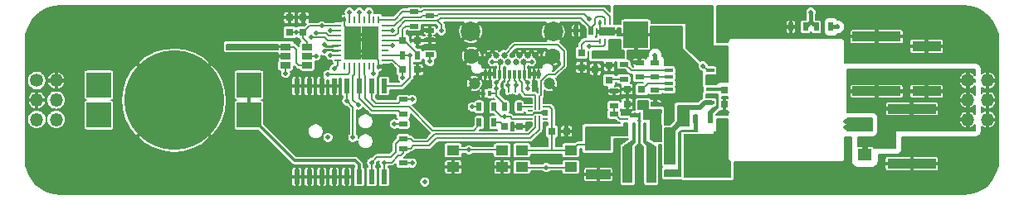
<source format=gbr>
G04 #@! TF.GenerationSoftware,KiCad,Pcbnew,(5.0.1)-rc2*
G04 #@! TF.CreationDate,2019-02-09T17:39:07-08:00*
G04 #@! TF.ProjectId,nixie_bottom_board,6E697869655F626F74746F6D5F626F61,rev?*
G04 #@! TF.SameCoordinates,Original*
G04 #@! TF.FileFunction,Copper,L1,Top*
G04 #@! TF.FilePolarity,Positive*
%FSLAX46Y46*%
G04 Gerber Fmt 4.6, Leading zero omitted, Abs format (unit mm)*
G04 Created by KiCad (PCBNEW (5.0.1)-rc2) date 2/9/2019 5:39:07 PM*
%MOMM*%
%LPD*%
G01*
G04 APERTURE LIST*
G04 #@! TA.AperFunction,SMDPad,CuDef*
%ADD10R,2.500000X1.000000*%
G04 #@! TD*
G04 #@! TA.AperFunction,SMDPad,CuDef*
%ADD11R,2.500000X2.500000*%
G04 #@! TD*
G04 #@! TA.AperFunction,BGAPad,CuDef*
%ADD12C,10.200000*%
G04 #@! TD*
G04 #@! TA.AperFunction,SMDPad,CuDef*
%ADD13R,0.500000X0.900000*%
G04 #@! TD*
G04 #@! TA.AperFunction,SMDPad,CuDef*
%ADD14R,1.725000X1.725000*%
G04 #@! TD*
G04 #@! TA.AperFunction,SMDPad,CuDef*
%ADD15R,0.250000X0.700000*%
G04 #@! TD*
G04 #@! TA.AperFunction,SMDPad,CuDef*
%ADD16R,0.700000X0.250000*%
G04 #@! TD*
G04 #@! TA.AperFunction,SMDPad,CuDef*
%ADD17R,1.000000X3.800000*%
G04 #@! TD*
G04 #@! TA.AperFunction,SMDPad,CuDef*
%ADD18R,0.750000X0.800000*%
G04 #@! TD*
G04 #@! TA.AperFunction,SMDPad,CuDef*
%ADD19R,0.800000X0.800000*%
G04 #@! TD*
G04 #@! TA.AperFunction,ComponentPad*
%ADD20C,1.200000*%
G04 #@! TD*
G04 #@! TA.AperFunction,ComponentPad*
%ADD21C,0.650000*%
G04 #@! TD*
G04 #@! TA.AperFunction,ComponentPad*
%ADD22C,2.000000*%
G04 #@! TD*
G04 #@! TA.AperFunction,ComponentPad*
%ADD23C,1.600000*%
G04 #@! TD*
G04 #@! TA.AperFunction,SMDPad,CuDef*
%ADD24R,0.300000X0.900000*%
G04 #@! TD*
G04 #@! TA.AperFunction,SMDPad,CuDef*
%ADD25R,0.800000X0.750000*%
G04 #@! TD*
G04 #@! TA.AperFunction,SMDPad,CuDef*
%ADD26R,0.600000X1.500000*%
G04 #@! TD*
G04 #@! TA.AperFunction,ComponentPad*
%ADD27C,1.350000*%
G04 #@! TD*
G04 #@! TA.AperFunction,ComponentPad*
%ADD28O,1.350000X1.350000*%
G04 #@! TD*
G04 #@! TA.AperFunction,SMDPad,CuDef*
%ADD29R,0.200000X0.700000*%
G04 #@! TD*
G04 #@! TA.AperFunction,SMDPad,CuDef*
%ADD30R,0.500000X0.200000*%
G04 #@! TD*
G04 #@! TA.AperFunction,SMDPad,CuDef*
%ADD31R,0.250000X1.800000*%
G04 #@! TD*
G04 #@! TA.AperFunction,SMDPad,CuDef*
%ADD32R,0.600000X0.250000*%
G04 #@! TD*
G04 #@! TA.AperFunction,SMDPad,CuDef*
%ADD33R,0.250000X0.600000*%
G04 #@! TD*
G04 #@! TA.AperFunction,SMDPad,CuDef*
%ADD34R,1.300000X1.000000*%
G04 #@! TD*
G04 #@! TA.AperFunction,SMDPad,CuDef*
%ADD35R,0.200000X0.200000*%
G04 #@! TD*
G04 #@! TA.AperFunction,SMDPad,CuDef*
%ADD36R,0.300000X0.550000*%
G04 #@! TD*
G04 #@! TA.AperFunction,SMDPad,CuDef*
%ADD37R,2.550000X2.700000*%
G04 #@! TD*
G04 #@! TA.AperFunction,SMDPad,CuDef*
%ADD38R,1.150000X0.700000*%
G04 #@! TD*
G04 #@! TA.AperFunction,SMDPad,CuDef*
%ADD39R,3.300000X4.200000*%
G04 #@! TD*
G04 #@! TA.AperFunction,SMDPad,CuDef*
%ADD40R,1.300000X4.700000*%
G04 #@! TD*
G04 #@! TA.AperFunction,SMDPad,CuDef*
%ADD41R,1.250000X1.000000*%
G04 #@! TD*
G04 #@! TA.AperFunction,SMDPad,CuDef*
%ADD42R,3.000000X1.000000*%
G04 #@! TD*
G04 #@! TA.AperFunction,SMDPad,CuDef*
%ADD43R,5.000000X1.000000*%
G04 #@! TD*
G04 #@! TA.AperFunction,SMDPad,CuDef*
%ADD44R,0.900000X0.500000*%
G04 #@! TD*
G04 #@! TA.AperFunction,ComponentPad*
%ADD45C,0.800000*%
G04 #@! TD*
G04 #@! TA.AperFunction,ComponentPad*
%ADD46C,4.500000*%
G04 #@! TD*
G04 #@! TA.AperFunction,ComponentPad*
%ADD47C,5.000000*%
G04 #@! TD*
G04 #@! TA.AperFunction,SMDPad,CuDef*
%ADD48R,0.700000X1.300000*%
G04 #@! TD*
G04 #@! TA.AperFunction,SMDPad,CuDef*
%ADD49R,1.060000X0.650000*%
G04 #@! TD*
G04 #@! TA.AperFunction,SMDPad,CuDef*
%ADD50R,0.825000X0.712500*%
G04 #@! TD*
G04 #@! TA.AperFunction,SMDPad,CuDef*
%ADD51R,0.890000X0.420000*%
G04 #@! TD*
G04 #@! TA.AperFunction,SMDPad,CuDef*
%ADD52R,1.400000X1.200000*%
G04 #@! TD*
G04 #@! TA.AperFunction,SMDPad,CuDef*
%ADD53R,0.700000X0.900000*%
G04 #@! TD*
G04 #@! TA.AperFunction,SMDPad,CuDef*
%ADD54R,0.250000X0.500000*%
G04 #@! TD*
G04 #@! TA.AperFunction,SMDPad,CuDef*
%ADD55R,1.600000X0.900000*%
G04 #@! TD*
G04 #@! TA.AperFunction,ViaPad*
%ADD56C,0.508000*%
G04 #@! TD*
G04 #@! TA.AperFunction,Conductor*
%ADD57C,0.200000*%
G04 #@! TD*
G04 #@! TA.AperFunction,Conductor*
%ADD58C,0.300000*%
G04 #@! TD*
G04 #@! TA.AperFunction,Conductor*
%ADD59C,0.400000*%
G04 #@! TD*
G04 #@! TA.AperFunction,Conductor*
%ADD60C,0.150000*%
G04 #@! TD*
G04 #@! TA.AperFunction,Conductor*
%ADD61C,0.250000*%
G04 #@! TD*
G04 #@! TA.AperFunction,Conductor*
%ADD62C,0.127000*%
G04 #@! TD*
G04 #@! TA.AperFunction,Conductor*
%ADD63C,0.100000*%
G04 #@! TD*
G04 APERTURE END LIST*
D10*
G04 #@! TO.P,C11,1*
G04 #@! TO.N,GND*
X158800000Y-107600000D03*
G04 #@! TO.P,C11,2*
G04 #@! TO.N,/VDD*
X158800000Y-104600000D03*
G04 #@! TD*
D11*
G04 #@! TO.P,BT1,1*
G04 #@! TO.N,Net-(BT1-Pad1)*
X123150000Y-98450000D03*
X123150000Y-101550000D03*
G04 #@! TO.P,BT1,*
G04 #@! TO.N,*
X107850000Y-98450000D03*
X107850000Y-101550000D03*
D12*
G04 #@! TO.P,BT1,2*
G04 #@! TO.N,GND*
X115500000Y-100000000D03*
G04 #@! TD*
D13*
G04 #@! TO.P,R20,1*
G04 #@! TO.N,/HV_OUT*
X182550000Y-92500000D03*
G04 #@! TO.P,R20,2*
G04 #@! TO.N,Net-(R20-Pad2)*
X181050000Y-92500000D03*
G04 #@! TD*
G04 #@! TO.P,R21,2*
G04 #@! TO.N,Net-(R20-Pad2)*
X179950000Y-92500000D03*
G04 #@! TO.P,R21,1*
G04 #@! TO.N,GND*
X178450000Y-92500000D03*
G04 #@! TD*
D14*
G04 #@! TO.P,U2,33*
G04 #@! TO.N,GND*
X135512500Y-95012500D03*
X135512500Y-93287500D03*
X133787500Y-95012500D03*
X133787500Y-93287500D03*
D15*
G04 #@! TO.P,U2,32*
X136400000Y-96550000D03*
G04 #@! TO.P,U2,31*
G04 #@! TO.N,Net-(R2-Pad1)*
X135900000Y-96550000D03*
G04 #@! TO.P,U2,30*
G04 #@! TO.N,N/C*
X135400000Y-96550000D03*
G04 #@! TO.P,U2,29*
G04 #@! TO.N,/LED*
X134900000Y-96550000D03*
G04 #@! TO.P,U2,28*
G04 #@! TO.N,/RTC*
X134400000Y-96550000D03*
G04 #@! TO.P,U2,27*
G04 #@! TO.N,/USB*
X133900000Y-96550000D03*
G04 #@! TO.P,U2,26*
G04 #@! TO.N,/SWO*
X133400000Y-96550000D03*
G04 #@! TO.P,U2,25*
G04 #@! TO.N,N/C*
X132900000Y-96550000D03*
D16*
G04 #@! TO.P,U2,24*
G04 #@! TO.N,/SWCLK*
X132250000Y-95900000D03*
G04 #@! TO.P,U2,23*
G04 #@! TO.N,/SWDIO*
X132250000Y-95400000D03*
G04 #@! TO.P,U2,22*
G04 #@! TO.N,/USB_P*
X132250000Y-94900000D03*
G04 #@! TO.P,U2,21*
G04 #@! TO.N,/USB_N*
X132250000Y-94400000D03*
G04 #@! TO.P,U2,20*
G04 #@! TO.N,/SDA*
X132250000Y-93900000D03*
G04 #@! TO.P,U2,19*
G04 #@! TO.N,/SCL*
X132250000Y-93400000D03*
G04 #@! TO.P,U2,18*
G04 #@! TO.N,/MCO*
X132250000Y-92900000D03*
G04 #@! TO.P,U2,17*
G04 #@! TO.N,/VDD*
X132250000Y-92400000D03*
D15*
G04 #@! TO.P,U2,16*
G04 #@! TO.N,GND*
X132900000Y-91750000D03*
G04 #@! TO.P,U2,15*
G04 #@! TO.N,/AMP_EN*
X133400000Y-91750000D03*
G04 #@! TO.P,U2,14*
G04 #@! TO.N,N/C*
X133900000Y-91750000D03*
G04 #@! TO.P,U2,13*
G04 #@! TO.N,/NIXIE_EN*
X134400000Y-91750000D03*
G04 #@! TO.P,U2,12*
G04 #@! TO.N,N/C*
X134900000Y-91750000D03*
G04 #@! TO.P,U2,11*
G04 #@! TO.N,/DAC*
X135400000Y-91750000D03*
G04 #@! TO.P,U2,10*
G04 #@! TO.N,N/C*
X135900000Y-91750000D03*
G04 #@! TO.P,U2,9*
G04 #@! TO.N,/FAULT*
X136400000Y-91750000D03*
D16*
G04 #@! TO.P,U2,8*
G04 #@! TO.N,/HV_EN*
X137050000Y-92400000D03*
G04 #@! TO.P,U2,7*
G04 #@! TO.N,Net-(R20-Pad2)*
X137050000Y-92900000D03*
G04 #@! TO.P,U2,6*
G04 #@! TO.N,/ILM*
X137050000Y-93400000D03*
G04 #@! TO.P,U2,5*
G04 #@! TO.N,/VDD*
X137050000Y-93900000D03*
G04 #@! TO.P,U2,4*
G04 #@! TO.N,/NRST*
X137050000Y-94400000D03*
G04 #@! TO.P,U2,3*
G04 #@! TO.N,N/C*
X137050000Y-94900000D03*
G04 #@! TO.P,U2,2*
G04 #@! TO.N,/32kHz*
X137050000Y-95400000D03*
G04 #@! TO.P,U2,1*
G04 #@! TO.N,/VDD*
X137050000Y-95900000D03*
G04 #@! TD*
D17*
G04 #@! TO.P,L1,1*
G04 #@! TO.N,Net-(L1-Pad1)*
X164200000Y-106600000D03*
G04 #@! TO.P,L1,2*
G04 #@! TO.N,Net-(L1-Pad2)*
X161800000Y-106600000D03*
G04 #@! TD*
D18*
G04 #@! TO.P,C17,1*
G04 #@! TO.N,Net-(C17-Pad1)*
X157100000Y-95150000D03*
G04 #@! TO.P,C17,2*
G04 #@! TO.N,GND*
X157100000Y-96650000D03*
G04 #@! TD*
D19*
G04 #@! TO.P,D5,1*
G04 #@! TO.N,GND*
X150800000Y-102700000D03*
G04 #@! TO.P,D5,2*
G04 #@! TO.N,Net-(D5-Pad2)*
X149200000Y-102700000D03*
G04 #@! TD*
D13*
G04 #@! TO.P,R13,2*
G04 #@! TO.N,Net-(D5-Pad2)*
X148150000Y-102300000D03*
G04 #@! TO.P,R13,1*
G04 #@! TO.N,/LED*
X146650000Y-102300000D03*
G04 #@! TD*
D20*
G04 #@! TO.P,J1,S1*
G04 #@! TO.N,GND*
X146155000Y-98310000D03*
X153845000Y-98310000D03*
D21*
G04 #@! TO.P,J1,B11*
X152400000Y-95410000D03*
G04 #@! TO.P,J1,B10*
X151600000Y-95410000D03*
G04 #@! TO.P,J1,B8*
X150800000Y-95410000D03*
G04 #@! TO.P,J1,B5*
G04 #@! TO.N,/CC2*
X149200000Y-95410000D03*
G04 #@! TO.P,J1,B3*
G04 #@! TO.N,GND*
X148400000Y-95410000D03*
G04 #@! TO.P,J1,B2*
X147600000Y-95410000D03*
G04 #@! TO.P,J1,B12*
X152800000Y-96110000D03*
G04 #@! TO.P,J1,B9*
G04 #@! TO.N,VBUS*
X151200000Y-96110000D03*
G04 #@! TO.P,J1,B7*
G04 #@! TO.N,/USB_N*
X150400000Y-96110000D03*
G04 #@! TO.P,J1,B6*
G04 #@! TO.N,/USB_P*
X149600000Y-96110000D03*
G04 #@! TO.P,J1,B4*
G04 #@! TO.N,VBUS*
X148800000Y-96110000D03*
G04 #@! TO.P,J1,B1*
G04 #@! TO.N,GND*
X147200000Y-96110000D03*
D22*
G04 #@! TO.P,J1,S1*
X154220000Y-92995000D03*
X145780000Y-92995000D03*
D23*
X145870000Y-95510000D03*
D24*
G04 #@! TO.P,J1,A11*
X147750000Y-97330000D03*
G04 #@! TO.P,J1,A8*
X149250000Y-97330000D03*
G04 #@! TO.P,J1,A9*
G04 #@! TO.N,VBUS*
X148750000Y-97330000D03*
G04 #@! TO.P,J1,A10*
G04 #@! TO.N,GND*
X148250000Y-97330000D03*
G04 #@! TO.P,J1,A12*
X147250000Y-97330000D03*
G04 #@! TO.P,J1,A7*
G04 #@! TO.N,/USB_N*
X149750000Y-97330000D03*
G04 #@! TO.P,J1,A6*
G04 #@! TO.N,/USB_P*
X150250000Y-97330000D03*
G04 #@! TO.P,J1,A5*
G04 #@! TO.N,/CC1*
X150750000Y-97330000D03*
G04 #@! TO.P,J1,A4*
G04 #@! TO.N,VBUS*
X151250000Y-97330000D03*
G04 #@! TO.P,J1,A3*
G04 #@! TO.N,GND*
X151750000Y-97330000D03*
G04 #@! TO.P,J1,A2*
X152250000Y-97330000D03*
G04 #@! TO.P,J1,A1*
X152750000Y-97330000D03*
D23*
G04 #@! TO.P,J1,S1*
X154130000Y-95510000D03*
G04 #@! TD*
D25*
G04 #@! TO.P,C12,1*
G04 #@! TO.N,/VDD*
X138850000Y-96900000D03*
G04 #@! TO.P,C12,2*
G04 #@! TO.N,GND*
X140350000Y-96900000D03*
G04 #@! TD*
G04 #@! TO.P,C13,2*
G04 #@! TO.N,GND*
X140350000Y-93900000D03*
G04 #@! TO.P,C13,1*
G04 #@! TO.N,/VDD*
X138850000Y-93900000D03*
G04 #@! TD*
D26*
G04 #@! TO.P,U4,1*
G04 #@! TO.N,/32kHz*
X136945000Y-98550000D03*
G04 #@! TO.P,U4,2*
G04 #@! TO.N,/VDD*
X135675000Y-98550000D03*
G04 #@! TO.P,U4,3*
G04 #@! TO.N,/RTC*
X134405000Y-98550000D03*
G04 #@! TO.P,U4,4*
G04 #@! TO.N,/NRST*
X133135000Y-98550000D03*
G04 #@! TO.P,U4,5*
G04 #@! TO.N,GND*
X131865000Y-98550000D03*
G04 #@! TO.P,U4,6*
X130595000Y-98550000D03*
G04 #@! TO.P,U4,7*
X129325000Y-98550000D03*
G04 #@! TO.P,U4,8*
X128055000Y-98550000D03*
G04 #@! TO.P,U4,9*
X128055000Y-107850000D03*
G04 #@! TO.P,U4,10*
X129325000Y-107850000D03*
G04 #@! TO.P,U4,11*
X130595000Y-107850000D03*
G04 #@! TO.P,U4,12*
X131865000Y-107850000D03*
G04 #@! TO.P,U4,13*
X133135000Y-107850000D03*
G04 #@! TO.P,U4,14*
G04 #@! TO.N,Net-(BT1-Pad1)*
X134405000Y-107850000D03*
G04 #@! TO.P,U4,15*
G04 #@! TO.N,/SDA*
X135675000Y-107850000D03*
G04 #@! TO.P,U4,16*
G04 #@! TO.N,/SCL*
X136945000Y-107850000D03*
G04 #@! TD*
D13*
G04 #@! TO.P,R1,1*
G04 #@! TO.N,VBUS*
X149250000Y-100700000D03*
G04 #@! TO.P,R1,2*
G04 #@! TO.N,Net-(R1-Pad2)*
X150750000Y-100700000D03*
G04 #@! TD*
D27*
G04 #@! TO.P,J4,1*
G04 #@! TO.N,/VNIXIE*
X101500000Y-98000000D03*
D28*
G04 #@! TO.P,J4,2*
G04 #@! TO.N,GND*
X103500000Y-98000000D03*
G04 #@! TO.P,J4,3*
X101500000Y-100000000D03*
G04 #@! TO.P,J4,4*
G04 #@! TO.N,/SCL*
X103500000Y-100000000D03*
G04 #@! TO.P,J4,5*
G04 #@! TO.N,/NIXIE_EN*
X101500000Y-102000000D03*
G04 #@! TO.P,J4,6*
G04 #@! TO.N,/SDA*
X103500000Y-102000000D03*
G04 #@! TD*
D27*
G04 #@! TO.P,J3,1*
G04 #@! TO.N,/HV_OUT*
X196500000Y-98000000D03*
D28*
G04 #@! TO.P,J3,2*
G04 #@! TO.N,GND*
X198500000Y-98000000D03*
G04 #@! TO.P,J3,3*
G04 #@! TO.N,/HV_OUT*
X196500000Y-100000000D03*
G04 #@! TO.P,J3,4*
G04 #@! TO.N,GND*
X198500000Y-100000000D03*
G04 #@! TO.P,J3,5*
G04 #@! TO.N,/HV_OUT*
X196500000Y-102000000D03*
G04 #@! TO.P,J3,6*
G04 #@! TO.N,GND*
X198500000Y-102000000D03*
G04 #@! TD*
D29*
G04 #@! TO.P,U1,1*
G04 #@! TO.N,/CC2*
X152800000Y-100650000D03*
G04 #@! TO.P,U1,2*
G04 #@! TO.N,/CC1*
X152400000Y-100650000D03*
D30*
G04 #@! TO.P,U1,3*
G04 #@! TO.N,Net-(R1-Pad2)*
X151850000Y-100700000D03*
G04 #@! TO.P,U1,4*
G04 #@! TO.N,N/C*
X151850000Y-101100000D03*
G04 #@! TO.P,U1,5*
G04 #@! TO.N,GND*
X151850000Y-101500000D03*
G04 #@! TO.P,U1,6*
G04 #@! TO.N,/USB*
X151850000Y-101900000D03*
D29*
G04 #@! TO.P,U1,7*
G04 #@! TO.N,/SDA*
X152400000Y-101950000D03*
G04 #@! TO.P,U1,8*
G04 #@! TO.N,/SCL*
X152800000Y-101950000D03*
D30*
G04 #@! TO.P,U1,9*
G04 #@! TO.N,N/C*
X153350000Y-101900000D03*
G04 #@! TO.P,U1,10*
G04 #@! TO.N,GND*
X153350000Y-101500000D03*
G04 #@! TO.P,U1,11*
X153350000Y-101100000D03*
G04 #@! TO.P,U1,12*
G04 #@! TO.N,/VDD*
X153350000Y-100700000D03*
G04 #@! TD*
D31*
G04 #@! TO.P,U3,1*
G04 #@! TO.N,Net-(L1-Pad2)*
X162500000Y-103250000D03*
G04 #@! TO.P,U3,2*
G04 #@! TO.N,GND*
X163000000Y-103250000D03*
G04 #@! TO.P,U3,3*
G04 #@! TO.N,Net-(L1-Pad1)*
X163500000Y-103250000D03*
D32*
G04 #@! TO.P,U3,4*
G04 #@! TO.N,VBUS*
X164400000Y-103450000D03*
G04 #@! TO.P,U3,5*
X164400000Y-102950000D03*
G04 #@! TO.P,U3,6*
X164400000Y-102450000D03*
G04 #@! TO.P,U3,7*
X164400000Y-101950000D03*
D33*
G04 #@! TO.P,U3,8*
X163500000Y-101550000D03*
G04 #@! TO.P,U3,9*
G04 #@! TO.N,GND*
X163000000Y-101550000D03*
G04 #@! TO.P,U3,10*
X162500000Y-101550000D03*
D32*
G04 #@! TO.P,U3,11*
G04 #@! TO.N,Net-(R16-Pad1)*
X161600000Y-101950000D03*
G04 #@! TO.P,U3,12*
G04 #@! TO.N,/VDD*
X161600000Y-102450000D03*
G04 #@! TO.P,U3,13*
X161600000Y-102950000D03*
G04 #@! TO.P,U3,14*
X161600000Y-103450000D03*
G04 #@! TD*
D34*
G04 #@! TO.P,SW1,1*
G04 #@! TO.N,GND*
X149000000Y-106850000D03*
G04 #@! TO.P,SW1,2*
G04 #@! TO.N,/NRST*
X149000000Y-105150000D03*
X144000000Y-105140000D03*
G04 #@! TO.P,SW1,1*
G04 #@! TO.N,GND*
X144000000Y-106850000D03*
G04 #@! TD*
G04 #@! TO.P,SW2,1*
G04 #@! TO.N,Net-(R2-Pad1)*
X156000000Y-106850000D03*
G04 #@! TO.P,SW2,2*
G04 #@! TO.N,/VDD*
X156000000Y-105150000D03*
X151000000Y-105140000D03*
G04 #@! TO.P,SW2,1*
G04 #@! TO.N,Net-(R2-Pad1)*
X151000000Y-106850000D03*
G04 #@! TD*
D35*
G04 #@! TO.P,D2,3*
G04 #@! TO.N,/CC2*
X152940000Y-99450000D03*
G04 #@! TO.P,D2,2*
G04 #@! TO.N,/CC1*
X152260000Y-99450000D03*
G04 #@! TO.P,D2,1*
G04 #@! TO.N,GND*
X152600000Y-99150000D03*
G04 #@! TD*
G04 #@! TO.P,D3,3*
G04 #@! TO.N,/USB_N*
X149660000Y-99150000D03*
G04 #@! TO.P,D3,2*
G04 #@! TO.N,/USB_P*
X150340000Y-99150000D03*
G04 #@! TO.P,D3,1*
G04 #@! TO.N,GND*
X150000000Y-99450000D03*
G04 #@! TD*
D36*
G04 #@! TO.P,D1,2*
G04 #@! TO.N,GND*
X147050000Y-99300000D03*
G04 #@! TO.P,D1,1*
G04 #@! TO.N,VBUS*
X147750000Y-99300000D03*
G04 #@! TD*
D18*
G04 #@! TO.P,C16,2*
G04 #@! TO.N,GND*
X127300000Y-91550000D03*
G04 #@! TO.P,C16,1*
G04 #@! TO.N,/VDD*
X127300000Y-93050000D03*
G04 #@! TD*
D13*
G04 #@! TO.P,R3,1*
G04 #@! TO.N,/VDD*
X146650000Y-100700000D03*
G04 #@! TO.P,R3,2*
G04 #@! TO.N,/USB*
X148150000Y-100700000D03*
G04 #@! TD*
D25*
G04 #@! TO.P,C3,1*
G04 #@! TO.N,VBUS*
X163250000Y-100400000D03*
G04 #@! TO.P,C3,2*
G04 #@! TO.N,GND*
X161750000Y-100400000D03*
G04 #@! TD*
D37*
G04 #@! TO.P,C1,1*
G04 #@! TO.N,GND*
X162650000Y-93300000D03*
G04 #@! TO.P,C1,2*
G04 #@! TO.N,/HV_IN*
X169000000Y-93300000D03*
G04 #@! TD*
D38*
G04 #@! TO.P,Q1,2*
G04 #@! TO.N,Net-(Q1-Pad2)*
X166100000Y-107510000D03*
D39*
G04 #@! TO.P,Q1,1*
G04 #@! TO.N,Net-(Q1-Pad1)*
X169135000Y-105600000D03*
D40*
X171200000Y-105600000D03*
D38*
G04 #@! TO.P,Q1,3*
G04 #@! TO.N,Net-(Q1-Pad3)*
X166100000Y-106240000D03*
X166100000Y-103690000D03*
X166100000Y-104960000D03*
G04 #@! TD*
D18*
G04 #@! TO.P,C15,1*
G04 #@! TO.N,GND*
X128700000Y-91550000D03*
G04 #@! TO.P,C15,2*
G04 #@! TO.N,/VDD*
X128700000Y-93050000D03*
G04 #@! TD*
D25*
G04 #@! TO.P,C14,1*
G04 #@! TO.N,GND*
X155550000Y-103200000D03*
G04 #@! TO.P,C14,2*
G04 #@! TO.N,/VDD*
X154050000Y-103200000D03*
G04 #@! TD*
D18*
G04 #@! TO.P,C2,1*
G04 #@! TO.N,VBUS*
X158500000Y-95350000D03*
G04 #@! TO.P,C2,2*
G04 #@! TO.N,GND*
X158500000Y-96850000D03*
G04 #@! TD*
D25*
G04 #@! TO.P,C6,1*
G04 #@! TO.N,Net-(C6-Pad1)*
X163250000Y-98900000D03*
G04 #@! TO.P,C6,2*
G04 #@! TO.N,GND*
X161750000Y-98900000D03*
G04 #@! TD*
D41*
G04 #@! TO.P,C4,2*
G04 #@! TO.N,/HV_IN*
X171500000Y-95600000D03*
G04 #@! TO.P,C4,1*
G04 #@! TO.N,GND*
X171500000Y-93600000D03*
G04 #@! TD*
D42*
G04 #@! TO.P,C9,2*
G04 #@! TO.N,/HV_OUT*
X192300000Y-99100000D03*
G04 #@! TO.P,C9,1*
G04 #@! TO.N,GND*
X192300000Y-94500000D03*
G04 #@! TD*
D43*
G04 #@! TO.P,C8,2*
G04 #@! TO.N,/HV_OUT*
X190800000Y-100900000D03*
G04 #@! TO.P,C8,1*
G04 #@! TO.N,GND*
X190800000Y-106500000D03*
G04 #@! TD*
D44*
G04 #@! TO.P,R19,1*
G04 #@! TO.N,/RTC*
X138900000Y-101450000D03*
G04 #@! TO.P,R19,2*
G04 #@! TO.N,/VDD*
X138900000Y-99950000D03*
G04 #@! TD*
D13*
G04 #@! TO.P,R18,1*
G04 #@! TO.N,/VDD*
X140350000Y-95400000D03*
G04 #@! TO.P,R18,2*
G04 #@! TO.N,/32kHz*
X138850000Y-95400000D03*
G04 #@! TD*
D44*
G04 #@! TO.P,R17,1*
G04 #@! TO.N,GND*
X160400000Y-99050000D03*
G04 #@! TO.P,R17,2*
G04 #@! TO.N,Net-(R16-Pad1)*
X160400000Y-100550000D03*
G04 #@! TD*
G04 #@! TO.P,R16,1*
G04 #@! TO.N,Net-(R16-Pad1)*
X160400000Y-101450000D03*
G04 #@! TO.P,R16,2*
G04 #@! TO.N,/VDD*
X160400000Y-102950000D03*
G04 #@! TD*
D45*
G04 #@! TO.P,MH1,1*
G04 #@! TO.N,GND*
X104237437Y-91862563D03*
X104750000Y-93100000D03*
X104237437Y-94337437D03*
X103000000Y-94850000D03*
X101762563Y-94337437D03*
X101250000Y-93100000D03*
X101762563Y-91862563D03*
X103000000Y-91350000D03*
D46*
X103000000Y-93100000D03*
G04 #@! TD*
G04 #@! TO.P,MH2,1*
G04 #@! TO.N,GND*
X103000000Y-107000000D03*
D45*
X103000000Y-105250000D03*
X101762563Y-105762563D03*
X101250000Y-107000000D03*
X101762563Y-108237437D03*
X103000000Y-108750000D03*
X104237437Y-108237437D03*
X104750000Y-107000000D03*
X104237437Y-105762563D03*
G04 #@! TD*
G04 #@! TO.P,MH3,1*
G04 #@! TO.N,GND*
X198237437Y-91762563D03*
X198750000Y-93000000D03*
X198237437Y-94237437D03*
X197000000Y-94750000D03*
X195762563Y-94237437D03*
X195250000Y-93000000D03*
X195762563Y-91762563D03*
X197000000Y-91250000D03*
D46*
X197000000Y-93000000D03*
G04 #@! TD*
G04 #@! TO.P,MH4,1*
G04 #@! TO.N,GND*
X197000000Y-107200000D03*
D45*
X197000000Y-105450000D03*
X195762563Y-105962563D03*
X195250000Y-107200000D03*
X195762563Y-108437437D03*
X197000000Y-108950000D03*
X198237437Y-108437437D03*
X198750000Y-107200000D03*
X198237437Y-105962563D03*
G04 #@! TD*
D47*
G04 #@! TO.P,MH6,1*
G04 #@! TO.N,GND*
X157000000Y-100000000D03*
D45*
X158875000Y-100000000D03*
X158325825Y-101325825D03*
X157000000Y-101875000D03*
X155674175Y-101325825D03*
X155125000Y-100000000D03*
X155674175Y-98674175D03*
X157000000Y-98125000D03*
X158325825Y-98674175D03*
G04 #@! TD*
G04 #@! TO.P,MH5,1*
G04 #@! TO.N,GND*
X144325825Y-98674175D03*
X143000000Y-98125000D03*
X141674175Y-98674175D03*
X141125000Y-100000000D03*
X141674175Y-101325825D03*
X143000000Y-101875000D03*
X144325825Y-101325825D03*
X144875000Y-100000000D03*
D47*
X143000000Y-100000000D03*
G04 #@! TD*
D18*
G04 #@! TO.P,C5,2*
G04 #@! TO.N,GND*
X159900000Y-96450000D03*
G04 #@! TO.P,C5,1*
G04 #@! TO.N,Net-(C5-Pad1)*
X159900000Y-97950000D03*
G04 #@! TD*
G04 #@! TO.P,C7,2*
G04 #@! TO.N,GND*
X171700000Y-100450000D03*
G04 #@! TO.P,C7,1*
G04 #@! TO.N,Net-(C7-Pad1)*
X171700000Y-98950000D03*
G04 #@! TD*
D44*
G04 #@! TO.P,R9,1*
G04 #@! TO.N,GND*
X163000000Y-96150000D03*
G04 #@! TO.P,R9,2*
G04 #@! TO.N,Net-(R10-Pad2)*
X163000000Y-97650000D03*
G04 #@! TD*
G04 #@! TO.P,R6,1*
G04 #@! TO.N,GND*
X164600000Y-100450000D03*
G04 #@! TO.P,R6,2*
G04 #@! TO.N,Net-(R6-Pad2)*
X164600000Y-98950000D03*
G04 #@! TD*
G04 #@! TO.P,R7,1*
G04 #@! TO.N,Net-(R7-Pad1)*
X161400000Y-96350000D03*
G04 #@! TO.P,R7,2*
G04 #@! TO.N,Net-(C5-Pad1)*
X161400000Y-97850000D03*
G04 #@! TD*
G04 #@! TO.P,R5,1*
G04 #@! TO.N,/SCL*
X138900000Y-104950000D03*
G04 #@! TO.P,R5,2*
G04 #@! TO.N,/VDD*
X138900000Y-106450000D03*
G04 #@! TD*
G04 #@! TO.P,R2,1*
G04 #@! TO.N,Net-(R2-Pad1)*
X141600000Y-95350000D03*
G04 #@! TO.P,R2,2*
G04 #@! TO.N,GND*
X141600000Y-93850000D03*
G04 #@! TD*
D13*
G04 #@! TO.P,R8,1*
G04 #@! TO.N,Net-(Q1-Pad2)*
X168750000Y-101900000D03*
G04 #@! TO.P,R8,2*
G04 #@! TO.N,Net-(R8-Pad2)*
X170250000Y-101900000D03*
G04 #@! TD*
D44*
G04 #@! TO.P,R10,2*
G04 #@! TO.N,Net-(R10-Pad2)*
X164600000Y-97650000D03*
G04 #@! TO.P,R10,1*
G04 #@! TO.N,/HV_OUT*
X164600000Y-96150000D03*
G04 #@! TD*
D43*
G04 #@! TO.P,C10,1*
G04 #@! TO.N,GND*
X187200000Y-93500000D03*
G04 #@! TO.P,C10,2*
G04 #@! TO.N,/HV_OUT*
X187200000Y-99100000D03*
G04 #@! TD*
D44*
G04 #@! TO.P,R4,1*
G04 #@! TO.N,/SDA*
X138900000Y-103950000D03*
G04 #@! TO.P,R4,2*
G04 #@! TO.N,/VDD*
X138900000Y-102450000D03*
G04 #@! TD*
D48*
G04 #@! TO.P,R11,2*
G04 #@! TO.N,Net-(Q1-Pad3)*
X167750000Y-101900000D03*
G04 #@! TO.P,R11,1*
G04 #@! TO.N,GND*
X165850000Y-101900000D03*
G04 #@! TD*
D49*
G04 #@! TO.P,U5,1*
G04 #@! TO.N,/VNIXIE*
X126900000Y-94550000D03*
G04 #@! TO.P,U5,2*
G04 #@! TO.N,GND*
X126900000Y-95500000D03*
G04 #@! TO.P,U5,3*
G04 #@! TO.N,/DAC*
X126900000Y-96450000D03*
G04 #@! TO.P,U5,4*
G04 #@! TO.N,/VNIXIE*
X129100000Y-96450000D03*
G04 #@! TO.P,U5,6*
G04 #@! TO.N,/VDD*
X129100000Y-94550000D03*
G04 #@! TO.P,U5,5*
G04 #@! TO.N,/AMP_EN*
X129100000Y-95500000D03*
G04 #@! TD*
D50*
G04 #@! TO.P,U6,13*
G04 #@! TO.N,GND*
X167687500Y-97531250D03*
X167687500Y-98243750D03*
X167687500Y-98956250D03*
X167687500Y-99668750D03*
X168512500Y-97531250D03*
X168512500Y-98243750D03*
X168512500Y-98956250D03*
X168512500Y-99668750D03*
D51*
G04 #@! TO.P,U6,12*
G04 #@! TO.N,/HV_EN*
X170205000Y-96975000D03*
G04 #@! TO.P,U6,11*
G04 #@! TO.N,/HV_IN*
X170205000Y-97625000D03*
G04 #@! TO.P,U6,10*
X170205000Y-98275000D03*
G04 #@! TO.P,U6,9*
G04 #@! TO.N,Net-(C7-Pad1)*
X170205000Y-98925000D03*
G04 #@! TO.P,U6,8*
G04 #@! TO.N,Net-(R8-Pad2)*
X170205000Y-99575000D03*
G04 #@! TO.P,U6,7*
G04 #@! TO.N,Net-(Q1-Pad3)*
X170205000Y-100225000D03*
G04 #@! TO.P,U6,6*
G04 #@! TO.N,GND*
X165995000Y-100225000D03*
G04 #@! TO.P,U6,5*
X165995000Y-99575000D03*
G04 #@! TO.P,U6,4*
G04 #@! TO.N,Net-(R6-Pad2)*
X165995000Y-98925000D03*
G04 #@! TO.P,U6,3*
G04 #@! TO.N,Net-(C6-Pad1)*
X165995000Y-98275000D03*
G04 #@! TO.P,U6,2*
G04 #@! TO.N,Net-(R10-Pad2)*
X165995000Y-97625000D03*
G04 #@! TO.P,U6,1*
G04 #@! TO.N,Net-(R7-Pad1)*
X165995000Y-96975000D03*
G04 #@! TD*
D52*
G04 #@! TO.P,D4,1*
G04 #@! TO.N,/HV_OUT*
X186000000Y-105550000D03*
G04 #@! TO.P,D4,2*
G04 #@! TO.N,Net-(D4-Pad2)*
X186000000Y-102450000D03*
G04 #@! TD*
D44*
G04 #@! TO.P,R12,2*
G04 #@! TO.N,GND*
X141600000Y-92850000D03*
G04 #@! TO.P,R12,1*
G04 #@! TO.N,/HV_EN*
X141600000Y-91350000D03*
G04 #@! TD*
D13*
G04 #@! TO.P,R14,2*
G04 #@! TO.N,GND*
X156550000Y-92900000D03*
G04 #@! TO.P,R14,1*
G04 #@! TO.N,/ILM*
X158050000Y-92900000D03*
G04 #@! TD*
D44*
G04 #@! TO.P,R15,1*
G04 #@! TO.N,/VDD*
X140000000Y-92450000D03*
G04 #@! TO.P,R15,2*
G04 #@! TO.N,/FAULT*
X140000000Y-90950000D03*
G04 #@! TD*
D53*
G04 #@! TO.P,U7,9*
G04 #@! TO.N,GND*
X159250000Y-93000000D03*
X160150000Y-93000000D03*
D54*
G04 #@! TO.P,U7,6*
G04 #@! TO.N,/FAULT*
X159950000Y-92050000D03*
G04 #@! TO.P,U7,5*
G04 #@! TO.N,/HV_IN*
X160450000Y-92050000D03*
G04 #@! TO.P,U7,4*
G04 #@! TO.N,VBUS*
X160450000Y-93950000D03*
G04 #@! TO.P,U7,2*
G04 #@! TO.N,/HV_EN*
X159450000Y-93950000D03*
G04 #@! TO.P,U7,1*
G04 #@! TO.N,Net-(C17-Pad1)*
X158950000Y-93950000D03*
D55*
G04 #@! TO.P,U7,9*
G04 #@! TO.N,GND*
X159700000Y-93000000D03*
D54*
G04 #@! TO.P,U7,8*
X158950000Y-92050000D03*
G04 #@! TO.P,U7,7*
G04 #@! TO.N,/ILM*
X159450000Y-92050000D03*
G04 #@! TO.P,U7,3*
G04 #@! TO.N,VBUS*
X159950000Y-93950000D03*
G04 #@! TD*
D56*
G04 #@! TO.N,Net-(Q1-Pad1)*
X171200000Y-105200000D03*
X171800000Y-105200000D03*
X171200000Y-104600000D03*
X171800000Y-104600000D03*
X171200000Y-104000000D03*
X171800000Y-104000000D03*
X171200000Y-103400000D03*
X171800000Y-103400000D03*
X171200000Y-102800000D03*
X171800000Y-102800000D03*
X171200000Y-102200000D03*
X171800000Y-102200000D03*
G04 #@! TO.N,/HV_OUT*
X164600000Y-95400000D03*
X190250000Y-99900000D03*
X183200000Y-92500000D03*
G04 #@! TO.N,VBUS*
X165000000Y-101400000D03*
X164400000Y-101400000D03*
X165000000Y-102000000D03*
X165000000Y-102600000D03*
X165000000Y-103200000D03*
X160200000Y-94900000D03*
X159300000Y-95400000D03*
X159900000Y-95400000D03*
X160500000Y-95400000D03*
X161100000Y-95400000D03*
X160800000Y-94900000D03*
X151600000Y-98200000D03*
X151600000Y-98800000D03*
X148400000Y-98200000D03*
X148400000Y-98800000D03*
X148000000Y-96100000D03*
X165000000Y-103800000D03*
X152000000Y-96100000D03*
X163250000Y-100400000D03*
G04 #@! TO.N,/VDD*
X130600000Y-92400000D03*
X139800000Y-106450000D03*
X145950000Y-100700000D03*
X141100000Y-108400000D03*
X138000000Y-102450000D03*
X139800000Y-99950000D03*
X128000000Y-93050000D03*
X159600000Y-103100000D03*
X159000000Y-103100000D03*
X158400000Y-103100000D03*
X157800000Y-103100000D03*
X138850000Y-97700000D03*
X138850000Y-93900000D03*
X159600000Y-103700000D03*
X159000000Y-103700000D03*
X157800000Y-103700000D03*
X158400000Y-103700000D03*
X131230000Y-103835000D03*
G04 #@! TO.N,/VNIXIE*
X121200000Y-94550000D03*
G04 #@! TO.N,/SCL*
X130000000Y-93100000D03*
X136950000Y-106400000D03*
G04 #@! TO.N,/SDA*
X129500000Y-93600000D03*
X135675000Y-106400000D03*
G04 #@! TO.N,/HV_EN*
X169500000Y-96500000D03*
X157900000Y-94500000D03*
X157900000Y-91700000D03*
G04 #@! TO.N,/SWO*
X131225000Y-97400000D03*
G04 #@! TO.N,/NRST*
X137800000Y-94400000D03*
X145600000Y-105100000D03*
X133770000Y-103835000D03*
X133135000Y-100100000D03*
G04 #@! TO.N,/DAC*
X135400000Y-91000000D03*
X126900000Y-97250000D03*
G04 #@! TO.N,/USB_N*
X149600000Y-98500000D03*
X130900000Y-94325000D03*
G04 #@! TO.N,/USB_P*
X130900000Y-94975000D03*
X150400000Y-98500000D03*
G04 #@! TO.N,Net-(D4-Pad2)*
X184000000Y-102800000D03*
X184600000Y-102800000D03*
X185800000Y-102800000D03*
X186400000Y-102800000D03*
X186400000Y-102200000D03*
X185800000Y-102200000D03*
X184600000Y-102200000D03*
X184000000Y-102200000D03*
X185200000Y-102200000D03*
X185200000Y-102800000D03*
G04 #@! TO.N,/SWDIO*
X131500000Y-95400000D03*
G04 #@! TO.N,/SWCLK*
X131875000Y-96800000D03*
G04 #@! TO.N,GND*
X134500000Y-93800000D03*
X133900000Y-93800000D03*
X133300000Y-93800000D03*
X134500000Y-95500000D03*
X133900000Y-95500000D03*
X133300000Y-95500000D03*
X171900000Y-101300000D03*
X171300000Y-101300000D03*
X167687500Y-99668750D03*
X168512500Y-99668750D03*
X168512500Y-98956250D03*
X167687500Y-98956250D03*
X167687500Y-98243750D03*
X168512500Y-98243750D03*
X168512500Y-97531250D03*
X167687500Y-97531250D03*
X128000000Y-92250000D03*
X166350000Y-100800000D03*
X165750000Y-100800000D03*
X164600000Y-99750000D03*
X164500000Y-92800000D03*
X162100000Y-95200000D03*
X162700000Y-95200000D03*
X163300000Y-95200000D03*
X129800000Y-101300000D03*
X130900000Y-96300000D03*
X137900000Y-97800000D03*
X157900000Y-106700000D03*
X158500000Y-106700000D03*
X159100000Y-106700000D03*
X159700000Y-106700000D03*
X163000000Y-105000000D03*
X163000000Y-105600000D03*
X163000000Y-106200000D03*
X163000000Y-106800000D03*
X163000000Y-107400000D03*
X165100000Y-92800000D03*
X164500000Y-93400000D03*
X165100000Y-93400000D03*
X150000000Y-100700000D03*
X165850000Y-96150000D03*
X166450000Y-96150000D03*
X166450000Y-95550000D03*
X165850000Y-95550000D03*
X151700000Y-102550000D03*
X172600000Y-93500000D03*
X173200000Y-93500000D03*
X173800000Y-93500000D03*
G04 #@! TO.N,/HV_IN*
X171800000Y-94800000D03*
X171200000Y-94800000D03*
X171200000Y-95400000D03*
X171800000Y-95400000D03*
X171800000Y-97200000D03*
X171800000Y-97800000D03*
X171200000Y-97200000D03*
X171200000Y-97800000D03*
X171800000Y-96600000D03*
X171200000Y-96600000D03*
X171200000Y-96000000D03*
X171800000Y-96000000D03*
G04 #@! TO.N,/USB*
X149250000Y-101700000D03*
X134300000Y-100500000D03*
G04 #@! TO.N,/ILM*
X142800000Y-92900000D03*
G04 #@! TO.N,/32kHz*
X139600000Y-95400000D03*
G04 #@! TO.N,/AMP_EN*
X130000000Y-95500000D03*
X133400000Y-91000000D03*
G04 #@! TO.N,/NIXIE_EN*
X134400000Y-91000000D03*
G04 #@! TO.N,/MCO*
X131500000Y-92900000D03*
G04 #@! TO.N,Net-(R2-Pad1)*
X135900000Y-97300000D03*
X153500000Y-106900000D03*
X141600000Y-96050000D03*
G04 #@! TO.N,Net-(R20-Pad2)*
X137800000Y-92900000D03*
X180500000Y-91000000D03*
G04 #@! TO.N,GND*
X157900000Y-106100000D03*
X159100000Y-106100000D03*
X159700000Y-106100000D03*
X158500000Y-106100000D03*
X132500000Y-103835000D03*
X174400000Y-93500000D03*
G04 #@! TD*
D57*
G04 #@! TO.N,Net-(R1-Pad2)*
X150750000Y-100700000D02*
X151850000Y-100700000D01*
G04 #@! TO.N,Net-(R6-Pad2)*
X164625000Y-98925000D02*
X164600000Y-98950000D01*
X165995000Y-98925000D02*
X164625000Y-98925000D01*
D58*
G04 #@! TO.N,Net-(C7-Pad1)*
X171675000Y-98925000D02*
X171700000Y-98950000D01*
X170205000Y-98925000D02*
X171675000Y-98925000D01*
D59*
G04 #@! TO.N,/HV_OUT*
X164600000Y-96150000D02*
X164600000Y-95400000D01*
X182550000Y-92500000D02*
X183200000Y-92500000D01*
D57*
G04 #@! TO.N,VBUS*
X148750000Y-96160000D02*
X148800000Y-96110000D01*
X148750000Y-97330000D02*
X148750000Y-96160000D01*
X151250000Y-97330000D02*
X151250000Y-96160000D01*
X151250000Y-96160000D02*
X151200000Y-96110000D01*
X151250000Y-97330000D02*
X151250000Y-97850000D01*
X151250000Y-97850000D02*
X151600000Y-98200000D01*
X151600000Y-98200000D02*
X151600000Y-98800000D01*
X148400000Y-98200000D02*
X148400000Y-98800000D01*
X149250000Y-100450000D02*
X149250000Y-100700000D01*
X148400000Y-99600000D02*
X149250000Y-100450000D01*
X147750000Y-99300000D02*
X148400000Y-99300000D01*
X148400000Y-98800000D02*
X148400000Y-99300000D01*
X148400000Y-99300000D02*
X148400000Y-99600000D01*
X148750000Y-97330000D02*
X148750000Y-97850000D01*
X148750000Y-97850000D02*
X148400000Y-98200000D01*
X148800000Y-96110000D02*
X148010000Y-96110000D01*
X148010000Y-96110000D02*
X148000000Y-96100000D01*
X151990000Y-96110000D02*
X152000000Y-96100000D01*
X151200000Y-96110000D02*
X151990000Y-96110000D01*
G04 #@! TO.N,/VDD*
X154000000Y-103150000D02*
X154050000Y-103200000D01*
X156000000Y-105150000D02*
X156150000Y-105150000D01*
X156725000Y-104575000D02*
X158800000Y-104575000D01*
X156150000Y-105150000D02*
X156725000Y-104575000D01*
X156000000Y-105150000D02*
X155950000Y-105150000D01*
X128700000Y-93650000D02*
X128700000Y-93050000D01*
X129100000Y-94550000D02*
X129100000Y-94050000D01*
X129100000Y-94050000D02*
X128700000Y-93650000D01*
X127300000Y-93050000D02*
X128000000Y-93050000D01*
X129350000Y-92400000D02*
X128700000Y-93050000D01*
X132250000Y-92400000D02*
X130600000Y-92400000D01*
X130600000Y-92400000D02*
X129350000Y-92400000D01*
X138900000Y-106450000D02*
X139800000Y-106450000D01*
X155990000Y-105140000D02*
X156000000Y-105150000D01*
X154050000Y-105090000D02*
X154100000Y-105140000D01*
X154050000Y-103200000D02*
X154050000Y-105090000D01*
X151000000Y-105140000D02*
X154100000Y-105140000D01*
X154100000Y-105140000D02*
X155990000Y-105140000D01*
X146650000Y-100700000D02*
X145950000Y-100700000D01*
X138900000Y-102450000D02*
X138000000Y-102450000D01*
X137050000Y-93900000D02*
X138650000Y-93900000D01*
X138900000Y-99950000D02*
X139800000Y-99950000D01*
X128000000Y-93050000D02*
X128700000Y-93050000D01*
X154050000Y-100900000D02*
X154050000Y-103200000D01*
X153350000Y-100700000D02*
X153850000Y-100700000D01*
X153850000Y-100700000D02*
X154050000Y-100900000D01*
X135675000Y-99875000D02*
X135675000Y-98550000D01*
X136100000Y-100300000D02*
X135675000Y-99875000D01*
X138400000Y-100300000D02*
X136100000Y-100300000D01*
X138900000Y-99950000D02*
X138750000Y-99950000D01*
X138750000Y-99950000D02*
X138400000Y-100300000D01*
X137850000Y-95900000D02*
X138850000Y-96900000D01*
X137050000Y-95900000D02*
X137850000Y-95900000D01*
X138850000Y-96900000D02*
X138850000Y-97700000D01*
X138850000Y-93900000D02*
X139000000Y-93900000D01*
X140350000Y-95250000D02*
X140350000Y-95400000D01*
X139000000Y-93900000D02*
X140350000Y-95250000D01*
X139150000Y-92450000D02*
X140000000Y-92450000D01*
X138850000Y-93900000D02*
X138850000Y-92750000D01*
X138850000Y-92750000D02*
X139150000Y-92450000D01*
G04 #@! TO.N,/VNIXIE*
X126900000Y-94550000D02*
X127750000Y-94550000D01*
X127750000Y-94550000D02*
X128000000Y-94800000D01*
X128000000Y-94800000D02*
X128000000Y-96200000D01*
X128250000Y-96450000D02*
X129100000Y-96450000D01*
X128000000Y-96200000D02*
X128250000Y-96450000D01*
G04 #@! TO.N,/SCL*
X130000000Y-93100000D02*
X131000000Y-93100000D01*
X131300000Y-93400000D02*
X132250000Y-93400000D01*
X131000000Y-93100000D02*
X131300000Y-93400000D01*
X136945000Y-107850000D02*
X136945000Y-106405000D01*
X136945000Y-106405000D02*
X136950000Y-106400000D01*
X138400000Y-105700000D02*
X138650000Y-105700000D01*
X138650000Y-105700000D02*
X138900000Y-105450000D01*
X138900000Y-105450000D02*
X138900000Y-104950000D01*
X136950000Y-106400000D02*
X137700000Y-106400000D01*
X137700000Y-106400000D02*
X138400000Y-105700000D01*
X152800000Y-103000000D02*
X152800000Y-101950000D01*
X139650000Y-104950000D02*
X139950000Y-104650000D01*
X138900000Y-104950000D02*
X139650000Y-104950000D01*
X139950000Y-104650000D02*
X141550000Y-104650000D01*
X142300000Y-103900000D02*
X151900000Y-103900000D01*
X141550000Y-104650000D02*
X142300000Y-103900000D01*
X151900000Y-103900000D02*
X152800000Y-103000000D01*
G04 #@! TO.N,/SDA*
X131200000Y-93900000D02*
X132250000Y-93900000D01*
X130900000Y-93600000D02*
X131200000Y-93900000D01*
X129500000Y-93600000D02*
X130900000Y-93600000D01*
X135675000Y-107850000D02*
X135675000Y-106400000D01*
X138650000Y-103950000D02*
X138900000Y-103950000D01*
X138150000Y-104450000D02*
X138650000Y-103950000D01*
X138150000Y-105350000D02*
X138150000Y-104450000D01*
X137650000Y-105850000D02*
X138150000Y-105350000D01*
X135675000Y-106400000D02*
X136225000Y-105850000D01*
X136225000Y-105850000D02*
X137650000Y-105850000D01*
X138950000Y-103950000D02*
X138900000Y-103950000D01*
X139650000Y-103950000D02*
X138950000Y-103950000D01*
X152400000Y-102800000D02*
X151700000Y-103500000D01*
X151700000Y-103500000D02*
X142100000Y-103500000D01*
X142100000Y-103500000D02*
X141350000Y-104250000D01*
X152400000Y-101950000D02*
X152400000Y-102800000D01*
X141350000Y-104250000D02*
X139950000Y-104250000D01*
X139950000Y-104250000D02*
X139650000Y-103950000D01*
G04 #@! TO.N,/HV_EN*
X170205000Y-96975000D02*
X169975000Y-96975000D01*
X169975000Y-96975000D02*
X169500000Y-96500000D01*
X159300000Y-94500000D02*
X157900000Y-94500000D01*
X159450000Y-93950000D02*
X159450000Y-94350000D01*
X159450000Y-94350000D02*
X159300000Y-94500000D01*
X142350000Y-91350000D02*
X141600000Y-91350000D01*
X142500000Y-91200000D02*
X142350000Y-91350000D01*
X157900000Y-91700000D02*
X157400000Y-91200000D01*
X157400000Y-91200000D02*
X142500000Y-91200000D01*
X140850000Y-91350000D02*
X141600000Y-91350000D01*
X140700000Y-91500000D02*
X140850000Y-91350000D01*
X138900000Y-91500000D02*
X140700000Y-91500000D01*
X137050000Y-92400000D02*
X138000000Y-92400000D01*
X138000000Y-92400000D02*
X138900000Y-91500000D01*
G04 #@! TO.N,Net-(R10-Pad2)*
X165970000Y-97650000D02*
X165995000Y-97625000D01*
X164600000Y-97650000D02*
X165970000Y-97650000D01*
X164600000Y-97650000D02*
X163000000Y-97650000D01*
G04 #@! TO.N,/SWO*
X133400000Y-97200000D02*
X133400000Y-96550000D01*
X133200000Y-97400000D02*
X133400000Y-97200000D01*
X131225000Y-97400000D02*
X133200000Y-97400000D01*
X131325000Y-97400000D02*
X131225000Y-97400000D01*
G04 #@! TO.N,/NRST*
X137050000Y-94400000D02*
X137800000Y-94400000D01*
X148990000Y-105140000D02*
X149000000Y-105150000D01*
X148950000Y-105100000D02*
X149000000Y-105150000D01*
X145600000Y-105100000D02*
X148950000Y-105100000D01*
X144040000Y-105100000D02*
X144000000Y-105140000D01*
X145600000Y-105100000D02*
X144040000Y-105100000D01*
X133770000Y-100735000D02*
X133135000Y-100100000D01*
X133770000Y-103835000D02*
X133770000Y-100735000D01*
X133135000Y-98550000D02*
X133135000Y-100100000D01*
G04 #@! TO.N,/CC1*
X152260000Y-99450000D02*
X152400000Y-99590000D01*
X152400000Y-99590000D02*
X152400000Y-100650000D01*
X151350000Y-99450000D02*
X152260000Y-99450000D01*
X151000000Y-99100000D02*
X151350000Y-99450000D01*
X151000000Y-98200000D02*
X151000000Y-99100000D01*
X150750000Y-97330000D02*
X150750000Y-97950000D01*
X150750000Y-97950000D02*
X151000000Y-98200000D01*
G04 #@! TO.N,/CC2*
X152800000Y-99590000D02*
X152800000Y-100650000D01*
X152940000Y-99450000D02*
X152800000Y-99590000D01*
D60*
X152940000Y-98060000D02*
X152940000Y-99450000D01*
X150260000Y-94350000D02*
X154650000Y-94350000D01*
X149200000Y-95410000D02*
X150260000Y-94350000D01*
X154650000Y-94350000D02*
X155300000Y-95000000D01*
X153600000Y-97400000D02*
X152940000Y-98060000D01*
X155300000Y-95000000D02*
X155300000Y-96500000D01*
X155300000Y-96500000D02*
X154400000Y-97400000D01*
X154400000Y-97400000D02*
X153600000Y-97400000D01*
D57*
G04 #@! TO.N,/DAC*
X135400000Y-91750000D02*
X135400000Y-91000000D01*
X126900000Y-96450000D02*
X126900000Y-97250000D01*
G04 #@! TO.N,/USB_N*
X149660000Y-99150000D02*
X149660000Y-98560000D01*
X149660000Y-98560000D02*
X149600000Y-98500000D01*
X149600000Y-98500000D02*
X149600000Y-98100000D01*
X149750000Y-97950000D02*
X149750000Y-97330000D01*
X149600000Y-98100000D02*
X149750000Y-97950000D01*
D61*
X132250000Y-94400000D02*
X131724999Y-94400000D01*
X131724999Y-94400000D02*
X131663499Y-94461500D01*
X131036500Y-94461500D02*
X131663499Y-94461500D01*
X130900000Y-94325000D02*
X131036500Y-94461500D01*
D57*
G04 #@! TO.N,/USB_P*
X150400000Y-98500000D02*
X150400000Y-98100000D01*
X150400000Y-98100000D02*
X150250000Y-97950000D01*
X150250000Y-97950000D02*
X150250000Y-97330000D01*
X150340000Y-98560000D02*
X150400000Y-98500000D01*
X150340000Y-99150000D02*
X150340000Y-98560000D01*
D61*
X131724999Y-94900000D02*
X131663499Y-94838500D01*
X132250000Y-94900000D02*
X131724999Y-94900000D01*
X131036500Y-94838500D02*
X131663499Y-94838500D01*
X130900000Y-94975000D02*
X131036500Y-94838500D01*
D57*
G04 #@! TO.N,/SWDIO*
X132250000Y-95400000D02*
X131500000Y-95400000D01*
G04 #@! TO.N,/SWCLK*
X132250000Y-95900000D02*
X132250000Y-96425000D01*
X132250000Y-96425000D02*
X131875000Y-96800000D01*
G04 #@! TO.N,Net-(R7-Pad1)*
X165995000Y-96975000D02*
X162175000Y-96975000D01*
X161550000Y-96350000D02*
X161400000Y-96350000D01*
X162175000Y-96975000D02*
X161550000Y-96350000D01*
G04 #@! TO.N,GND*
X151750000Y-97330000D02*
X152250000Y-97330000D01*
X152250000Y-97330000D02*
X152750000Y-97330000D01*
X152750000Y-96160000D02*
X152800000Y-96110000D01*
X152750000Y-97330000D02*
X152750000Y-96160000D01*
X148250000Y-97330000D02*
X147750000Y-97330000D01*
X147750000Y-97330000D02*
X147250000Y-97330000D01*
X147250000Y-96160000D02*
X147200000Y-96110000D01*
X147250000Y-97330000D02*
X147250000Y-96160000D01*
D59*
X162125000Y-93200000D02*
X162625000Y-93700000D01*
X162350000Y-93000000D02*
X162650000Y-93300000D01*
D57*
X148990000Y-106850000D02*
X149000000Y-106860000D01*
X150000000Y-99900000D02*
X150000000Y-99450000D01*
X149500000Y-99900000D02*
X150000000Y-99900000D01*
X149000000Y-99400000D02*
X149500000Y-99900000D01*
X149000000Y-98200000D02*
X149000000Y-99400000D01*
X149250000Y-97330000D02*
X149250000Y-97950000D01*
X149250000Y-97950000D02*
X149000000Y-98200000D01*
X132900000Y-92400000D02*
X133787500Y-93287500D01*
X132900000Y-91750000D02*
X132900000Y-92400000D01*
X136400000Y-96550000D02*
X136400000Y-95900000D01*
X136400000Y-95900000D02*
X135512500Y-95012500D01*
X150200000Y-101500000D02*
X150000000Y-101300000D01*
X150000000Y-101300000D02*
X150000000Y-100700000D01*
X150000000Y-99900000D02*
X150000000Y-100700000D01*
X151850000Y-101500000D02*
X150200000Y-101500000D01*
D62*
X151850000Y-101500000D02*
X152100000Y-101500000D01*
X152100000Y-101500000D02*
X152300000Y-101300000D01*
X152300000Y-101300000D02*
X153000000Y-101300000D01*
X153200000Y-101500000D02*
X153350000Y-101500000D01*
X153000000Y-101300000D02*
X153200000Y-101500000D01*
X153200000Y-101100000D02*
X153350000Y-101100000D01*
X153000000Y-101300000D02*
X153200000Y-101100000D01*
D57*
X152250000Y-98550000D02*
X152250000Y-97330000D01*
X152600000Y-99150000D02*
X152600000Y-98900000D01*
X152600000Y-98900000D02*
X152250000Y-98550000D01*
X158950000Y-92700000D02*
X159250000Y-93000000D01*
X158950000Y-92050000D02*
X158950000Y-92700000D01*
G04 #@! TO.N,/USB*
X149800000Y-101700000D02*
X150000000Y-101900000D01*
X149250000Y-101700000D02*
X149800000Y-101700000D01*
X151850000Y-101900000D02*
X150000000Y-101900000D01*
X148150000Y-100700000D02*
X148150000Y-100950000D01*
X148900000Y-101700000D02*
X149250000Y-101700000D01*
X148150000Y-100950000D02*
X148900000Y-101700000D01*
X133900000Y-97400000D02*
X133900000Y-96550000D01*
X133775000Y-97525000D02*
X133900000Y-97400000D01*
X134300000Y-100500000D02*
X133775000Y-99975000D01*
X133775000Y-99975000D02*
X133775000Y-97525000D01*
G04 #@! TO.N,/ILM*
X142400000Y-91900000D02*
X142800000Y-92300000D01*
X142800000Y-92300000D02*
X142800000Y-92900000D01*
X158500000Y-91600000D02*
X158500000Y-92200000D01*
X158700000Y-91400000D02*
X158500000Y-91600000D01*
X159250000Y-91400000D02*
X158700000Y-91400000D01*
X159450000Y-92050000D02*
X159450000Y-91600000D01*
X159450000Y-91600000D02*
X159250000Y-91400000D01*
X157000000Y-91600000D02*
X158050000Y-92650000D01*
X142400000Y-91900000D02*
X142700000Y-91600000D01*
X142700000Y-91600000D02*
X157000000Y-91600000D01*
X158050000Y-92650000D02*
X158050000Y-92900000D01*
X158500000Y-92200000D02*
X158050000Y-92650000D01*
X139100000Y-91900000D02*
X142400000Y-91900000D01*
X138400000Y-92600000D02*
X139100000Y-91900000D01*
X138400000Y-93100000D02*
X138400000Y-92600000D01*
X137050000Y-93400000D02*
X138100000Y-93400000D01*
X138100000Y-93400000D02*
X138400000Y-93100000D01*
G04 #@! TO.N,/FAULT*
X140750000Y-90950000D02*
X140000000Y-90950000D01*
X140900000Y-90800000D02*
X140750000Y-90950000D01*
X159300000Y-90800000D02*
X140900000Y-90800000D01*
X159950000Y-92050000D02*
X159950000Y-91450000D01*
X159950000Y-91450000D02*
X159300000Y-90800000D01*
X138850000Y-90950000D02*
X140000000Y-90950000D01*
X136400000Y-91750000D02*
X138050000Y-91750000D01*
X138050000Y-91750000D02*
X138850000Y-90950000D01*
G04 #@! TO.N,/RTC*
X134345382Y-98637282D02*
X134350382Y-98642282D01*
X134400000Y-98545000D02*
X134405000Y-98550000D01*
X134400000Y-96550000D02*
X134400000Y-98545000D01*
X134405000Y-99805000D02*
X134405000Y-98550000D01*
X138900000Y-101450000D02*
X138650000Y-101450000D01*
X138900000Y-101450000D02*
X138750000Y-101450000D01*
X138750000Y-101450000D02*
X138400000Y-101100000D01*
X138400000Y-101100000D02*
X135700000Y-101100000D01*
X135700000Y-101100000D02*
X134405000Y-99805000D01*
G04 #@! TO.N,/32kHz*
X138650000Y-95400000D02*
X137050000Y-95400000D01*
X139600000Y-95400000D02*
X138650000Y-95400000D01*
X139600000Y-97700000D02*
X139600000Y-95400000D01*
X136945000Y-98550000D02*
X138750000Y-98550000D01*
X138750000Y-98550000D02*
X139600000Y-97700000D01*
G04 #@! TO.N,Net-(C5-Pad1)*
X160000000Y-97850000D02*
X159900000Y-97950000D01*
X161400000Y-97850000D02*
X160000000Y-97850000D01*
G04 #@! TO.N,Net-(R16-Pad1)*
X161600000Y-101950000D02*
X161050000Y-101950000D01*
X160550000Y-101450000D02*
X160400000Y-101450000D01*
X161050000Y-101950000D02*
X160550000Y-101450000D01*
X160400000Y-101450000D02*
X160400000Y-100550000D01*
G04 #@! TO.N,/AMP_EN*
X129100000Y-95500000D02*
X130000000Y-95500000D01*
X133400000Y-91750000D02*
X133400000Y-91000000D01*
D58*
G04 #@! TO.N,Net-(BT1-Pad1)*
X123150000Y-98450000D02*
X123150000Y-101550000D01*
X127800000Y-106200000D02*
X123150000Y-101550000D01*
X134000000Y-106200000D02*
X127800000Y-106200000D01*
X134405000Y-107850000D02*
X134405000Y-106605000D01*
X134405000Y-106605000D02*
X134000000Y-106200000D01*
D57*
G04 #@! TO.N,Net-(C6-Pad1)*
X163875000Y-98275000D02*
X163250000Y-98900000D01*
X165995000Y-98275000D02*
X163875000Y-98275000D01*
G04 #@! TO.N,/NIXIE_EN*
X134400000Y-91750000D02*
X134400000Y-91000000D01*
G04 #@! TO.N,/MCO*
X132250000Y-92900000D02*
X131500000Y-92900000D01*
G04 #@! TO.N,/LED*
X146650000Y-102550000D02*
X146650000Y-102300000D01*
X146100000Y-103100000D02*
X146650000Y-102550000D01*
X141900000Y-103100000D02*
X146100000Y-103100000D01*
X134900000Y-97400000D02*
X135050000Y-97550000D01*
X134900000Y-96550000D02*
X134900000Y-97400000D01*
X135050000Y-97550000D02*
X135050000Y-99850000D01*
X135050000Y-99850000D02*
X135900000Y-100700000D01*
X135900000Y-100700000D02*
X139500000Y-100700000D01*
X139500000Y-100700000D02*
X141900000Y-103100000D01*
G04 #@! TO.N,Net-(C17-Pad1)*
X158950000Y-93950000D02*
X157450000Y-93950000D01*
X157100000Y-94300000D02*
X157100000Y-95150000D01*
X157450000Y-93950000D02*
X157100000Y-94300000D01*
G04 #@! TO.N,Net-(R2-Pad1)*
X155990000Y-106850000D02*
X156000000Y-106860000D01*
X156000000Y-106860000D02*
X156540000Y-106860000D01*
X135900000Y-96550000D02*
X135900000Y-97300000D01*
X151050000Y-106900000D02*
X151000000Y-106850000D01*
X153500000Y-106900000D02*
X151050000Y-106900000D01*
X155950000Y-106900000D02*
X156000000Y-106850000D01*
X153500000Y-106900000D02*
X155950000Y-106900000D01*
X141600000Y-95350000D02*
X141600000Y-96050000D01*
G04 #@! TO.N,Net-(D5-Pad2)*
X148150000Y-102300000D02*
X148150000Y-102450000D01*
X148800000Y-102300000D02*
X149200000Y-102700000D01*
X148150000Y-102300000D02*
X148800000Y-102300000D01*
G04 #@! TO.N,Net-(R20-Pad2)*
X137050000Y-92900000D02*
X137800000Y-92900000D01*
D59*
X180500000Y-91950000D02*
X180500000Y-91000000D01*
X179950000Y-92500000D02*
X180500000Y-91950000D01*
X181050000Y-92500000D02*
X180500000Y-91950000D01*
G04 #@! TD*
D57*
G04 #@! TO.N,GND*
G36*
X160000000Y-90934314D02*
X159596737Y-90531052D01*
X159584211Y-90515789D01*
X159523303Y-90465803D01*
X159453814Y-90428660D01*
X159378414Y-90405788D01*
X159319647Y-90400000D01*
X159319646Y-90400000D01*
X159300000Y-90398065D01*
X159280354Y-90400000D01*
X140919646Y-90400000D01*
X140899999Y-90398065D01*
X140836278Y-90404341D01*
X140821586Y-90405788D01*
X140746186Y-90428660D01*
X140676697Y-90465803D01*
X140657109Y-90481878D01*
X140617477Y-90449353D01*
X140565360Y-90421496D01*
X140508810Y-90404341D01*
X140450000Y-90398549D01*
X139550000Y-90398549D01*
X139491190Y-90404341D01*
X139434640Y-90421496D01*
X139382523Y-90449353D01*
X139336842Y-90486842D01*
X139299353Y-90532523D01*
X139290011Y-90550000D01*
X138869647Y-90550000D01*
X138850000Y-90548065D01*
X138771586Y-90555788D01*
X138696185Y-90578660D01*
X138626697Y-90615803D01*
X138581049Y-90653265D01*
X138581047Y-90653267D01*
X138565789Y-90665789D01*
X138553267Y-90681047D01*
X137884315Y-91350000D01*
X136821527Y-91350000D01*
X136820659Y-91341190D01*
X136803504Y-91284640D01*
X136775647Y-91232523D01*
X136738158Y-91186842D01*
X136692477Y-91149353D01*
X136640360Y-91121496D01*
X136583810Y-91104341D01*
X136525000Y-91098549D01*
X136275000Y-91098549D01*
X136216190Y-91104341D01*
X136159640Y-91121496D01*
X136150000Y-91126649D01*
X136140360Y-91121496D01*
X136083810Y-91104341D01*
X136025000Y-91098549D01*
X135945251Y-91098549D01*
X135954000Y-91054564D01*
X135954000Y-90945436D01*
X135932711Y-90838404D01*
X135890949Y-90737582D01*
X135830320Y-90646845D01*
X135753155Y-90569680D01*
X135662418Y-90509051D01*
X135561596Y-90467289D01*
X135454564Y-90446000D01*
X135345436Y-90446000D01*
X135238404Y-90467289D01*
X135137582Y-90509051D01*
X135046845Y-90569680D01*
X134969680Y-90646845D01*
X134909051Y-90737582D01*
X134900000Y-90759433D01*
X134890949Y-90737582D01*
X134830320Y-90646845D01*
X134753155Y-90569680D01*
X134662418Y-90509051D01*
X134561596Y-90467289D01*
X134454564Y-90446000D01*
X134345436Y-90446000D01*
X134238404Y-90467289D01*
X134137582Y-90509051D01*
X134046845Y-90569680D01*
X133969680Y-90646845D01*
X133909051Y-90737582D01*
X133900000Y-90759433D01*
X133890949Y-90737582D01*
X133830320Y-90646845D01*
X133753155Y-90569680D01*
X133662418Y-90509051D01*
X133561596Y-90467289D01*
X133454564Y-90446000D01*
X133345436Y-90446000D01*
X133238404Y-90467289D01*
X133137582Y-90509051D01*
X133046845Y-90569680D01*
X132969680Y-90646845D01*
X132909051Y-90737582D01*
X132867289Y-90838404D01*
X132846000Y-90945436D01*
X132846000Y-91054564D01*
X132864983Y-91150000D01*
X132799998Y-91150000D01*
X132799998Y-91174998D01*
X132775000Y-91150000D01*
X132750377Y-91150000D01*
X132702078Y-91159607D01*
X132656581Y-91178453D01*
X132615634Y-91205812D01*
X132580812Y-91240634D01*
X132553453Y-91281580D01*
X132534607Y-91327078D01*
X132525000Y-91375377D01*
X132525000Y-91587500D01*
X132587500Y-91650000D01*
X132837500Y-91650000D01*
X132837500Y-91630000D01*
X132962500Y-91630000D01*
X132962500Y-91650000D01*
X132973549Y-91650000D01*
X132973549Y-91850000D01*
X132962500Y-91850000D01*
X132962500Y-91870000D01*
X132837500Y-91870000D01*
X132837500Y-91850000D01*
X132587500Y-91850000D01*
X132525000Y-91912500D01*
X132525000Y-91973549D01*
X131900000Y-91973549D01*
X131841190Y-91979341D01*
X131784640Y-91996496D01*
X131778084Y-92000000D01*
X130983475Y-92000000D01*
X130953155Y-91969680D01*
X130862418Y-91909051D01*
X130761596Y-91867289D01*
X130654564Y-91846000D01*
X130545436Y-91846000D01*
X130438404Y-91867289D01*
X130337582Y-91909051D01*
X130246845Y-91969680D01*
X130216525Y-92000000D01*
X129369647Y-92000000D01*
X129350000Y-91998065D01*
X129330353Y-92000000D01*
X129319745Y-92001045D01*
X129325000Y-91974623D01*
X129325000Y-91712500D01*
X129262500Y-91650000D01*
X128800000Y-91650000D01*
X128800000Y-92137500D01*
X128862500Y-92200000D01*
X128984314Y-92200000D01*
X128835765Y-92348549D01*
X128325000Y-92348549D01*
X128266190Y-92354341D01*
X128209640Y-92371496D01*
X128157523Y-92399353D01*
X128111842Y-92436842D01*
X128074353Y-92482523D01*
X128065940Y-92498263D01*
X128054564Y-92496000D01*
X127945436Y-92496000D01*
X127934060Y-92498263D01*
X127925647Y-92482523D01*
X127888158Y-92436842D01*
X127842477Y-92399353D01*
X127790360Y-92371496D01*
X127733810Y-92354341D01*
X127675000Y-92348549D01*
X126925000Y-92348549D01*
X126866190Y-92354341D01*
X126809640Y-92371496D01*
X126757523Y-92399353D01*
X126711842Y-92436842D01*
X126674353Y-92482523D01*
X126646496Y-92534640D01*
X126629341Y-92591190D01*
X126623549Y-92650000D01*
X126623549Y-93450000D01*
X126629341Y-93508810D01*
X126646496Y-93565360D01*
X126674353Y-93617477D01*
X126711842Y-93663158D01*
X126757523Y-93700647D01*
X126809640Y-93728504D01*
X126866190Y-93745659D01*
X126925000Y-93751451D01*
X127675000Y-93751451D01*
X127733810Y-93745659D01*
X127790360Y-93728504D01*
X127842477Y-93700647D01*
X127888158Y-93663158D01*
X127925647Y-93617477D01*
X127934060Y-93601737D01*
X127945436Y-93604000D01*
X128054564Y-93604000D01*
X128065940Y-93601737D01*
X128074353Y-93617477D01*
X128111842Y-93663158D01*
X128157523Y-93700647D01*
X128209640Y-93728504D01*
X128266190Y-93745659D01*
X128312400Y-93750210D01*
X128328660Y-93803813D01*
X128365803Y-93873302D01*
X128415789Y-93934211D01*
X128431052Y-93946737D01*
X128439111Y-93954796D01*
X128402523Y-93974353D01*
X128356842Y-94011842D01*
X128319353Y-94057523D01*
X128291496Y-94109640D01*
X128274341Y-94166190D01*
X128268549Y-94225000D01*
X128268549Y-94502865D01*
X128046738Y-94281053D01*
X128034211Y-94265789D01*
X127973303Y-94215803D01*
X127903814Y-94178660D01*
X127828414Y-94155788D01*
X127790462Y-94152050D01*
X127777164Y-94085195D01*
X127712132Y-93987868D01*
X127614805Y-93922836D01*
X127500000Y-93900000D01*
X120800000Y-93900000D01*
X120685195Y-93922836D01*
X120587868Y-93987868D01*
X120522836Y-94085195D01*
X120500000Y-94200000D01*
X120500000Y-94900000D01*
X120522836Y-95014805D01*
X120587868Y-95112132D01*
X120685195Y-95177164D01*
X120800000Y-95200000D01*
X126120000Y-95200000D01*
X126120000Y-95337500D01*
X126182500Y-95400000D01*
X126800000Y-95400000D01*
X126800000Y-95380000D01*
X127000000Y-95380000D01*
X127000000Y-95400000D01*
X127020000Y-95400000D01*
X127020000Y-95600000D01*
X127000000Y-95600000D01*
X127000000Y-95620000D01*
X126800000Y-95620000D01*
X126800000Y-95600000D01*
X126182500Y-95600000D01*
X126120000Y-95662500D01*
X126120000Y-95849623D01*
X126129607Y-95897922D01*
X126142574Y-95929227D01*
X126119353Y-95957523D01*
X126091496Y-96009640D01*
X126074341Y-96066190D01*
X126068549Y-96125000D01*
X126068549Y-96775000D01*
X126074341Y-96833810D01*
X126091496Y-96890360D01*
X126119353Y-96942477D01*
X126156842Y-96988158D01*
X126202523Y-97025647D01*
X126254640Y-97053504D01*
X126311190Y-97070659D01*
X126370000Y-97076451D01*
X126372240Y-97076451D01*
X126367289Y-97088404D01*
X126346000Y-97195436D01*
X126346000Y-97304564D01*
X126367289Y-97411596D01*
X126409051Y-97512418D01*
X126469680Y-97603155D01*
X126546845Y-97680320D01*
X126637582Y-97740949D01*
X126738404Y-97782711D01*
X126845436Y-97804000D01*
X126954564Y-97804000D01*
X127061596Y-97782711D01*
X127079301Y-97775377D01*
X127505000Y-97775377D01*
X127505000Y-98387500D01*
X127567500Y-98450000D01*
X127955000Y-98450000D01*
X127955000Y-97612500D01*
X128155000Y-97612500D01*
X128155000Y-98450000D01*
X128542500Y-98450000D01*
X128605000Y-98387500D01*
X128605000Y-97775377D01*
X128775000Y-97775377D01*
X128775000Y-98387500D01*
X128837500Y-98450000D01*
X129225000Y-98450000D01*
X129225000Y-97612500D01*
X129425000Y-97612500D01*
X129425000Y-98450000D01*
X129812500Y-98450000D01*
X129875000Y-98387500D01*
X129875000Y-97775377D01*
X130045000Y-97775377D01*
X130045000Y-98387500D01*
X130107500Y-98450000D01*
X130495000Y-98450000D01*
X130495000Y-97612500D01*
X130432500Y-97550000D01*
X130270377Y-97550000D01*
X130222078Y-97559607D01*
X130176581Y-97578453D01*
X130135634Y-97605812D01*
X130100812Y-97640634D01*
X130073453Y-97681580D01*
X130054607Y-97727078D01*
X130045000Y-97775377D01*
X129875000Y-97775377D01*
X129865393Y-97727078D01*
X129846547Y-97681580D01*
X129819188Y-97640634D01*
X129784366Y-97605812D01*
X129743419Y-97578453D01*
X129697922Y-97559607D01*
X129649623Y-97550000D01*
X129487500Y-97550000D01*
X129425000Y-97612500D01*
X129225000Y-97612500D01*
X129162500Y-97550000D01*
X129000377Y-97550000D01*
X128952078Y-97559607D01*
X128906581Y-97578453D01*
X128865634Y-97605812D01*
X128830812Y-97640634D01*
X128803453Y-97681580D01*
X128784607Y-97727078D01*
X128775000Y-97775377D01*
X128605000Y-97775377D01*
X128595393Y-97727078D01*
X128576547Y-97681580D01*
X128549188Y-97640634D01*
X128514366Y-97605812D01*
X128473419Y-97578453D01*
X128427922Y-97559607D01*
X128379623Y-97550000D01*
X128217500Y-97550000D01*
X128155000Y-97612500D01*
X127955000Y-97612500D01*
X127892500Y-97550000D01*
X127730377Y-97550000D01*
X127682078Y-97559607D01*
X127636581Y-97578453D01*
X127595634Y-97605812D01*
X127560812Y-97640634D01*
X127533453Y-97681580D01*
X127514607Y-97727078D01*
X127505000Y-97775377D01*
X127079301Y-97775377D01*
X127162418Y-97740949D01*
X127253155Y-97680320D01*
X127330320Y-97603155D01*
X127390949Y-97512418D01*
X127432711Y-97411596D01*
X127454000Y-97304564D01*
X127454000Y-97195436D01*
X127432711Y-97088404D01*
X127427760Y-97076451D01*
X127430000Y-97076451D01*
X127488810Y-97070659D01*
X127545360Y-97053504D01*
X127597477Y-97025647D01*
X127643158Y-96988158D01*
X127680647Y-96942477D01*
X127708504Y-96890360D01*
X127725659Y-96833810D01*
X127731451Y-96775000D01*
X127731451Y-96497136D01*
X127953259Y-96718943D01*
X127965789Y-96734211D01*
X128026697Y-96784197D01*
X128096186Y-96821340D01*
X128171586Y-96844212D01*
X128230353Y-96850000D01*
X128230363Y-96850000D01*
X128249999Y-96851934D01*
X128269635Y-96850000D01*
X128279252Y-96850000D01*
X128291496Y-96890360D01*
X128319353Y-96942477D01*
X128356842Y-96988158D01*
X128402523Y-97025647D01*
X128454640Y-97053504D01*
X128511190Y-97070659D01*
X128570000Y-97076451D01*
X129630000Y-97076451D01*
X129688810Y-97070659D01*
X129745360Y-97053504D01*
X129797477Y-97025647D01*
X129843158Y-96988158D01*
X129880647Y-96942477D01*
X129908504Y-96890360D01*
X129925659Y-96833810D01*
X129931451Y-96775000D01*
X129931451Y-96125000D01*
X129925659Y-96066190D01*
X129920454Y-96049031D01*
X129945436Y-96054000D01*
X130054564Y-96054000D01*
X130161596Y-96032711D01*
X130262418Y-95990949D01*
X130353155Y-95930320D01*
X130430320Y-95853155D01*
X130490949Y-95762418D01*
X130532711Y-95661596D01*
X130554000Y-95554564D01*
X130554000Y-95445436D01*
X130545816Y-95404291D01*
X130546845Y-95405320D01*
X130637582Y-95465949D01*
X130738404Y-95507711D01*
X130845436Y-95529000D01*
X130954564Y-95529000D01*
X130960568Y-95527806D01*
X130967289Y-95561596D01*
X131009051Y-95662418D01*
X131069680Y-95753155D01*
X131146845Y-95830320D01*
X131237582Y-95890949D01*
X131338404Y-95932711D01*
X131445436Y-95954000D01*
X131554564Y-95954000D01*
X131598549Y-95945251D01*
X131598549Y-96025000D01*
X131604341Y-96083810D01*
X131621496Y-96140360D01*
X131649353Y-96192477D01*
X131686842Y-96238158D01*
X131720596Y-96265859D01*
X131713404Y-96267289D01*
X131612582Y-96309051D01*
X131521845Y-96369680D01*
X131444680Y-96446845D01*
X131384051Y-96537582D01*
X131342289Y-96638404D01*
X131321000Y-96745436D01*
X131321000Y-96854242D01*
X131279564Y-96846000D01*
X131170436Y-96846000D01*
X131063404Y-96867289D01*
X130962582Y-96909051D01*
X130871845Y-96969680D01*
X130794680Y-97046845D01*
X130734051Y-97137582D01*
X130692289Y-97238404D01*
X130671000Y-97345436D01*
X130671000Y-97454564D01*
X130692289Y-97561596D01*
X130707993Y-97599507D01*
X130695000Y-97612500D01*
X130695000Y-98450000D01*
X131082500Y-98450000D01*
X131145000Y-98387500D01*
X131145000Y-97948941D01*
X131170436Y-97954000D01*
X131279564Y-97954000D01*
X131315000Y-97946952D01*
X131315000Y-98387500D01*
X131377500Y-98450000D01*
X131765000Y-98450000D01*
X131765000Y-98430000D01*
X131965000Y-98430000D01*
X131965000Y-98450000D01*
X132352500Y-98450000D01*
X132415000Y-98387500D01*
X132415000Y-97800000D01*
X132533549Y-97800000D01*
X132533549Y-99300000D01*
X132539341Y-99358810D01*
X132556496Y-99415360D01*
X132584353Y-99467477D01*
X132621842Y-99513158D01*
X132667523Y-99550647D01*
X132719640Y-99578504D01*
X132735001Y-99583164D01*
X132735001Y-99716524D01*
X132704680Y-99746845D01*
X132644051Y-99837582D01*
X132602289Y-99938404D01*
X132581000Y-100045436D01*
X132581000Y-100154564D01*
X132602289Y-100261596D01*
X132644051Y-100362418D01*
X132704680Y-100453155D01*
X132781845Y-100530320D01*
X132872582Y-100590949D01*
X132973404Y-100632711D01*
X133080436Y-100654000D01*
X133123315Y-100654000D01*
X133370001Y-100900686D01*
X133370000Y-103451525D01*
X133339680Y-103481845D01*
X133279051Y-103572582D01*
X133237289Y-103673404D01*
X133216000Y-103780436D01*
X133216000Y-103889564D01*
X133237289Y-103996596D01*
X133279051Y-104097418D01*
X133339680Y-104188155D01*
X133416845Y-104265320D01*
X133507582Y-104325949D01*
X133608404Y-104367711D01*
X133715436Y-104389000D01*
X133824564Y-104389000D01*
X133931596Y-104367711D01*
X134032418Y-104325949D01*
X134123155Y-104265320D01*
X134200320Y-104188155D01*
X134249213Y-104114982D01*
X134244700Y-104137670D01*
X134244700Y-104294330D01*
X134275263Y-104447980D01*
X134335214Y-104592716D01*
X134422250Y-104722974D01*
X134533026Y-104833750D01*
X134663284Y-104920786D01*
X134808020Y-104980737D01*
X134961670Y-105011300D01*
X135118330Y-105011300D01*
X135271980Y-104980737D01*
X135416716Y-104920786D01*
X135546974Y-104833750D01*
X135657750Y-104722974D01*
X135744786Y-104592716D01*
X135804737Y-104447980D01*
X135835300Y-104294330D01*
X135835300Y-104137670D01*
X135804737Y-103984020D01*
X135744786Y-103839284D01*
X135657750Y-103709026D01*
X135546974Y-103598250D01*
X135416716Y-103511214D01*
X135271980Y-103451263D01*
X135118330Y-103420700D01*
X134961670Y-103420700D01*
X134808020Y-103451263D01*
X134663284Y-103511214D01*
X134533026Y-103598250D01*
X134422250Y-103709026D01*
X134335214Y-103839284D01*
X134324000Y-103866357D01*
X134324000Y-103780436D01*
X134302711Y-103673404D01*
X134260949Y-103572582D01*
X134200320Y-103481845D01*
X134170000Y-103451525D01*
X134170000Y-102105670D01*
X134244700Y-102105670D01*
X134244700Y-102262330D01*
X134275263Y-102415980D01*
X134335214Y-102560716D01*
X134422250Y-102690974D01*
X134533026Y-102801750D01*
X134663284Y-102888786D01*
X134808020Y-102948737D01*
X134961670Y-102979300D01*
X135118330Y-102979300D01*
X135271980Y-102948737D01*
X135416716Y-102888786D01*
X135546974Y-102801750D01*
X135657750Y-102690974D01*
X135744786Y-102560716D01*
X135804737Y-102415980D01*
X135835300Y-102262330D01*
X135835300Y-102105670D01*
X135804737Y-101952020D01*
X135744786Y-101807284D01*
X135657750Y-101677026D01*
X135546974Y-101566250D01*
X135416716Y-101479214D01*
X135271980Y-101419263D01*
X135118330Y-101388700D01*
X134961670Y-101388700D01*
X134808020Y-101419263D01*
X134663284Y-101479214D01*
X134533026Y-101566250D01*
X134422250Y-101677026D01*
X134335214Y-101807284D01*
X134275263Y-101952020D01*
X134244700Y-102105670D01*
X134170000Y-102105670D01*
X134170000Y-101038996D01*
X134245436Y-101054000D01*
X134354564Y-101054000D01*
X134461596Y-101032711D01*
X134562418Y-100990949D01*
X134653155Y-100930320D01*
X134730320Y-100853155D01*
X134790949Y-100762418D01*
X134792643Y-100758328D01*
X135403263Y-101368948D01*
X135415789Y-101384211D01*
X135451061Y-101413158D01*
X135476697Y-101434197D01*
X135546186Y-101471340D01*
X135621586Y-101494212D01*
X135700000Y-101501935D01*
X135719647Y-101500000D01*
X138148549Y-101500000D01*
X138148549Y-101700000D01*
X138154341Y-101758810D01*
X138171496Y-101815360D01*
X138199353Y-101867477D01*
X138236842Y-101913158D01*
X138281735Y-101950000D01*
X138266986Y-101962103D01*
X138262418Y-101959051D01*
X138161596Y-101917289D01*
X138054564Y-101896000D01*
X137945436Y-101896000D01*
X137838404Y-101917289D01*
X137737582Y-101959051D01*
X137646845Y-102019680D01*
X137569680Y-102096845D01*
X137509051Y-102187582D01*
X137467289Y-102288404D01*
X137446000Y-102395436D01*
X137446000Y-102504564D01*
X137467289Y-102611596D01*
X137509051Y-102712418D01*
X137569680Y-102803155D01*
X137646845Y-102880320D01*
X137737582Y-102940949D01*
X137838404Y-102982711D01*
X137945436Y-103004000D01*
X138054564Y-103004000D01*
X138161596Y-102982711D01*
X138262418Y-102940949D01*
X138266986Y-102937897D01*
X138282523Y-102950647D01*
X138334640Y-102978504D01*
X138391190Y-102995659D01*
X138450000Y-103001451D01*
X139350000Y-103001451D01*
X139408810Y-102995659D01*
X139465360Y-102978504D01*
X139517477Y-102950647D01*
X139563158Y-102913158D01*
X139600647Y-102867477D01*
X139628504Y-102815360D01*
X139645659Y-102758810D01*
X139651451Y-102700000D01*
X139651451Y-102200000D01*
X139645659Y-102141190D01*
X139628504Y-102084640D01*
X139600647Y-102032523D01*
X139563158Y-101986842D01*
X139518265Y-101950000D01*
X139563158Y-101913158D01*
X139600647Y-101867477D01*
X139628504Y-101815360D01*
X139645659Y-101758810D01*
X139651451Y-101700000D01*
X139651451Y-101417136D01*
X141603263Y-103368948D01*
X141615789Y-103384211D01*
X141634636Y-103399678D01*
X141184315Y-103850000D01*
X140115686Y-103850000D01*
X139946737Y-103681052D01*
X139934211Y-103665789D01*
X139873303Y-103615803D01*
X139803814Y-103578660D01*
X139728414Y-103555788D01*
X139669647Y-103550000D01*
X139669646Y-103550000D01*
X139650000Y-103548065D01*
X139630354Y-103550000D01*
X139609989Y-103550000D01*
X139600647Y-103532523D01*
X139563158Y-103486842D01*
X139517477Y-103449353D01*
X139465360Y-103421496D01*
X139408810Y-103404341D01*
X139350000Y-103398549D01*
X138450000Y-103398549D01*
X138391190Y-103404341D01*
X138334640Y-103421496D01*
X138282523Y-103449353D01*
X138236842Y-103486842D01*
X138199353Y-103532523D01*
X138171496Y-103584640D01*
X138154341Y-103641190D01*
X138148549Y-103700000D01*
X138148549Y-103885765D01*
X137881047Y-104153268D01*
X137865790Y-104165789D01*
X137853268Y-104181047D01*
X137853265Y-104181050D01*
X137815803Y-104226698D01*
X137778661Y-104296186D01*
X137755788Y-104371587D01*
X137748065Y-104450000D01*
X137750001Y-104469656D01*
X137750000Y-105184314D01*
X137484315Y-105450000D01*
X136244635Y-105450000D01*
X136224999Y-105448066D01*
X136205363Y-105450000D01*
X136205353Y-105450000D01*
X136146586Y-105455788D01*
X136071186Y-105478660D01*
X136001697Y-105515803D01*
X135940789Y-105565789D01*
X135928265Y-105581050D01*
X135663315Y-105846000D01*
X135620436Y-105846000D01*
X135513404Y-105867289D01*
X135412582Y-105909051D01*
X135321845Y-105969680D01*
X135244680Y-106046845D01*
X135184051Y-106137582D01*
X135142289Y-106238404D01*
X135121000Y-106345436D01*
X135121000Y-106454564D01*
X135142289Y-106561596D01*
X135184051Y-106662418D01*
X135244680Y-106753155D01*
X135275001Y-106783476D01*
X135275001Y-106816836D01*
X135259640Y-106821496D01*
X135207523Y-106849353D01*
X135161842Y-106886842D01*
X135124353Y-106932523D01*
X135096496Y-106984640D01*
X135079341Y-107041190D01*
X135073549Y-107100000D01*
X135073549Y-108600000D01*
X135079341Y-108658810D01*
X135096496Y-108715360D01*
X135124353Y-108767477D01*
X135161842Y-108813158D01*
X135207523Y-108850647D01*
X135259640Y-108878504D01*
X135316190Y-108895659D01*
X135375000Y-108901451D01*
X135975000Y-108901451D01*
X136033810Y-108895659D01*
X136090360Y-108878504D01*
X136142477Y-108850647D01*
X136188158Y-108813158D01*
X136225647Y-108767477D01*
X136253504Y-108715360D01*
X136270659Y-108658810D01*
X136276451Y-108600000D01*
X136276451Y-107100000D01*
X136270659Y-107041190D01*
X136253504Y-106984640D01*
X136225647Y-106932523D01*
X136188158Y-106886842D01*
X136142477Y-106849353D01*
X136090360Y-106821496D01*
X136075000Y-106816836D01*
X136075000Y-106783475D01*
X136105320Y-106753155D01*
X136165949Y-106662418D01*
X136207711Y-106561596D01*
X136229000Y-106454564D01*
X136229000Y-106411685D01*
X136390685Y-106250000D01*
X136414983Y-106250000D01*
X136396000Y-106345436D01*
X136396000Y-106454564D01*
X136417289Y-106561596D01*
X136459051Y-106662418D01*
X136519680Y-106753155D01*
X136545001Y-106778476D01*
X136545001Y-106816836D01*
X136529640Y-106821496D01*
X136477523Y-106849353D01*
X136431842Y-106886842D01*
X136394353Y-106932523D01*
X136366496Y-106984640D01*
X136349341Y-107041190D01*
X136343549Y-107100000D01*
X136343549Y-108600000D01*
X136349341Y-108658810D01*
X136366496Y-108715360D01*
X136394353Y-108767477D01*
X136431842Y-108813158D01*
X136477523Y-108850647D01*
X136529640Y-108878504D01*
X136586190Y-108895659D01*
X136645000Y-108901451D01*
X137245000Y-108901451D01*
X137303810Y-108895659D01*
X137360360Y-108878504D01*
X137412477Y-108850647D01*
X137458158Y-108813158D01*
X137495647Y-108767477D01*
X137523504Y-108715360D01*
X137540659Y-108658810D01*
X137546451Y-108600000D01*
X137546451Y-108345436D01*
X140546000Y-108345436D01*
X140546000Y-108454564D01*
X140567289Y-108561596D01*
X140609051Y-108662418D01*
X140669680Y-108753155D01*
X140746845Y-108830320D01*
X140837582Y-108890949D01*
X140938404Y-108932711D01*
X141045436Y-108954000D01*
X141154564Y-108954000D01*
X141261596Y-108932711D01*
X141362418Y-108890949D01*
X141453155Y-108830320D01*
X141530320Y-108753155D01*
X141590949Y-108662418D01*
X141632711Y-108561596D01*
X141654000Y-108454564D01*
X141654000Y-108345436D01*
X141632711Y-108238404D01*
X141590949Y-108137582D01*
X141530320Y-108046845D01*
X141453155Y-107969680D01*
X141362418Y-107909051D01*
X141261596Y-107867289D01*
X141154564Y-107846000D01*
X141045436Y-107846000D01*
X140938404Y-107867289D01*
X140837582Y-107909051D01*
X140746845Y-107969680D01*
X140669680Y-108046845D01*
X140609051Y-108137582D01*
X140567289Y-108238404D01*
X140546000Y-108345436D01*
X137546451Y-108345436D01*
X137546451Y-107762500D01*
X157300000Y-107762500D01*
X157300000Y-108124623D01*
X157309607Y-108172922D01*
X157328453Y-108218420D01*
X157355812Y-108259366D01*
X157390634Y-108294188D01*
X157431581Y-108321547D01*
X157477078Y-108340393D01*
X157525377Y-108350000D01*
X158637500Y-108350000D01*
X158700000Y-108287500D01*
X158700000Y-107700000D01*
X158900000Y-107700000D01*
X158900000Y-108287500D01*
X158962500Y-108350000D01*
X160074623Y-108350000D01*
X160122922Y-108340393D01*
X160168419Y-108321547D01*
X160209366Y-108294188D01*
X160244188Y-108259366D01*
X160271547Y-108218420D01*
X160290393Y-108172922D01*
X160300000Y-108124623D01*
X160300000Y-107762500D01*
X160237500Y-107700000D01*
X158900000Y-107700000D01*
X158700000Y-107700000D01*
X157362500Y-107700000D01*
X157300000Y-107762500D01*
X137546451Y-107762500D01*
X137546451Y-107100000D01*
X137540659Y-107041190D01*
X137531956Y-107012500D01*
X143100000Y-107012500D01*
X143100000Y-107374623D01*
X143109607Y-107422922D01*
X143128453Y-107468419D01*
X143155812Y-107509366D01*
X143190634Y-107544188D01*
X143231580Y-107571547D01*
X143277078Y-107590393D01*
X143325377Y-107600000D01*
X143837500Y-107600000D01*
X143900000Y-107537500D01*
X143900000Y-106950000D01*
X144100000Y-106950000D01*
X144100000Y-107537500D01*
X144162500Y-107600000D01*
X144674623Y-107600000D01*
X144722922Y-107590393D01*
X144768420Y-107571547D01*
X144809366Y-107544188D01*
X144844188Y-107509366D01*
X144871547Y-107468419D01*
X144890393Y-107422922D01*
X144900000Y-107374623D01*
X144900000Y-107012500D01*
X148100000Y-107012500D01*
X148100000Y-107374623D01*
X148109607Y-107422922D01*
X148128453Y-107468419D01*
X148155812Y-107509366D01*
X148190634Y-107544188D01*
X148231580Y-107571547D01*
X148277078Y-107590393D01*
X148325377Y-107600000D01*
X148837500Y-107600000D01*
X148900000Y-107537500D01*
X148900000Y-106950000D01*
X149100000Y-106950000D01*
X149100000Y-107537500D01*
X149162500Y-107600000D01*
X149674623Y-107600000D01*
X149722922Y-107590393D01*
X149768420Y-107571547D01*
X149809366Y-107544188D01*
X149844188Y-107509366D01*
X149871547Y-107468419D01*
X149890393Y-107422922D01*
X149900000Y-107374623D01*
X149900000Y-107012500D01*
X149837500Y-106950000D01*
X149100000Y-106950000D01*
X148900000Y-106950000D01*
X148162500Y-106950000D01*
X148100000Y-107012500D01*
X144900000Y-107012500D01*
X144837500Y-106950000D01*
X144100000Y-106950000D01*
X143900000Y-106950000D01*
X143162500Y-106950000D01*
X143100000Y-107012500D01*
X137531956Y-107012500D01*
X137523504Y-106984640D01*
X137495647Y-106932523D01*
X137458158Y-106886842D01*
X137412477Y-106849353D01*
X137360360Y-106821496D01*
X137345000Y-106816836D01*
X137345000Y-106800000D01*
X137680354Y-106800000D01*
X137700000Y-106801935D01*
X137719646Y-106800000D01*
X137719647Y-106800000D01*
X137778414Y-106794212D01*
X137853814Y-106771340D01*
X137923303Y-106734197D01*
X137984211Y-106684211D01*
X137996737Y-106668948D01*
X138148549Y-106517136D01*
X138148549Y-106700000D01*
X138154341Y-106758810D01*
X138171496Y-106815360D01*
X138199353Y-106867477D01*
X138236842Y-106913158D01*
X138282523Y-106950647D01*
X138334640Y-106978504D01*
X138391190Y-106995659D01*
X138450000Y-107001451D01*
X139350000Y-107001451D01*
X139408810Y-106995659D01*
X139465360Y-106978504D01*
X139517477Y-106950647D01*
X139533014Y-106937897D01*
X139537582Y-106940949D01*
X139638404Y-106982711D01*
X139745436Y-107004000D01*
X139854564Y-107004000D01*
X139961596Y-106982711D01*
X140062418Y-106940949D01*
X140153155Y-106880320D01*
X140230320Y-106803155D01*
X140290949Y-106712418D01*
X140332711Y-106611596D01*
X140354000Y-106504564D01*
X140354000Y-106395436D01*
X140340066Y-106325377D01*
X143100000Y-106325377D01*
X143100000Y-106687500D01*
X143162500Y-106750000D01*
X143900000Y-106750000D01*
X143900000Y-106162500D01*
X144100000Y-106162500D01*
X144100000Y-106750000D01*
X144837500Y-106750000D01*
X144900000Y-106687500D01*
X144900000Y-106325377D01*
X148100000Y-106325377D01*
X148100000Y-106687500D01*
X148162500Y-106750000D01*
X148900000Y-106750000D01*
X148900000Y-106162500D01*
X149100000Y-106162500D01*
X149100000Y-106750000D01*
X149837500Y-106750000D01*
X149900000Y-106687500D01*
X149900000Y-106350000D01*
X150048549Y-106350000D01*
X150048549Y-107350000D01*
X150054341Y-107408810D01*
X150071496Y-107465360D01*
X150099353Y-107517477D01*
X150136842Y-107563158D01*
X150182523Y-107600647D01*
X150234640Y-107628504D01*
X150291190Y-107645659D01*
X150350000Y-107651451D01*
X151650000Y-107651451D01*
X151708810Y-107645659D01*
X151765360Y-107628504D01*
X151817477Y-107600647D01*
X151863158Y-107563158D01*
X151900647Y-107517477D01*
X151928504Y-107465360D01*
X151945659Y-107408810D01*
X151951451Y-107350000D01*
X151951451Y-107300000D01*
X153116525Y-107300000D01*
X153146845Y-107330320D01*
X153237582Y-107390949D01*
X153338404Y-107432711D01*
X153445436Y-107454000D01*
X153554564Y-107454000D01*
X153661596Y-107432711D01*
X153762418Y-107390949D01*
X153853155Y-107330320D01*
X153883475Y-107300000D01*
X155048549Y-107300000D01*
X155048549Y-107350000D01*
X155054341Y-107408810D01*
X155071496Y-107465360D01*
X155099353Y-107517477D01*
X155136842Y-107563158D01*
X155182523Y-107600647D01*
X155234640Y-107628504D01*
X155291190Y-107645659D01*
X155350000Y-107651451D01*
X156650000Y-107651451D01*
X156708810Y-107645659D01*
X156765360Y-107628504D01*
X156817477Y-107600647D01*
X156863158Y-107563158D01*
X156900647Y-107517477D01*
X156928504Y-107465360D01*
X156945659Y-107408810D01*
X156951451Y-107350000D01*
X156951451Y-107075377D01*
X157300000Y-107075377D01*
X157300000Y-107437500D01*
X157362500Y-107500000D01*
X158700000Y-107500000D01*
X158700000Y-106912500D01*
X158900000Y-106912500D01*
X158900000Y-107500000D01*
X160237500Y-107500000D01*
X160300000Y-107437500D01*
X160300000Y-107075377D01*
X160290393Y-107027078D01*
X160271547Y-106981580D01*
X160244188Y-106940634D01*
X160209366Y-106905812D01*
X160168419Y-106878453D01*
X160122922Y-106859607D01*
X160074623Y-106850000D01*
X158962500Y-106850000D01*
X158900000Y-106912500D01*
X158700000Y-106912500D01*
X158637500Y-106850000D01*
X157525377Y-106850000D01*
X157477078Y-106859607D01*
X157431581Y-106878453D01*
X157390634Y-106905812D01*
X157355812Y-106940634D01*
X157328453Y-106981580D01*
X157309607Y-107027078D01*
X157300000Y-107075377D01*
X156951451Y-107075377D01*
X156951451Y-106350000D01*
X156945659Y-106291190D01*
X156928504Y-106234640D01*
X156900647Y-106182523D01*
X156863158Y-106136842D01*
X156817477Y-106099353D01*
X156765360Y-106071496D01*
X156708810Y-106054341D01*
X156650000Y-106048549D01*
X155350000Y-106048549D01*
X155291190Y-106054341D01*
X155234640Y-106071496D01*
X155182523Y-106099353D01*
X155136842Y-106136842D01*
X155099353Y-106182523D01*
X155071496Y-106234640D01*
X155054341Y-106291190D01*
X155048549Y-106350000D01*
X155048549Y-106500000D01*
X153883475Y-106500000D01*
X153853155Y-106469680D01*
X153762418Y-106409051D01*
X153661596Y-106367289D01*
X153554564Y-106346000D01*
X153445436Y-106346000D01*
X153338404Y-106367289D01*
X153237582Y-106409051D01*
X153146845Y-106469680D01*
X153116525Y-106500000D01*
X151951451Y-106500000D01*
X151951451Y-106350000D01*
X151945659Y-106291190D01*
X151928504Y-106234640D01*
X151900647Y-106182523D01*
X151863158Y-106136842D01*
X151817477Y-106099353D01*
X151765360Y-106071496D01*
X151708810Y-106054341D01*
X151650000Y-106048549D01*
X150350000Y-106048549D01*
X150291190Y-106054341D01*
X150234640Y-106071496D01*
X150182523Y-106099353D01*
X150136842Y-106136842D01*
X150099353Y-106182523D01*
X150071496Y-106234640D01*
X150054341Y-106291190D01*
X150048549Y-106350000D01*
X149900000Y-106350000D01*
X149900000Y-106325377D01*
X149890393Y-106277078D01*
X149871547Y-106231581D01*
X149844188Y-106190634D01*
X149809366Y-106155812D01*
X149768420Y-106128453D01*
X149722922Y-106109607D01*
X149674623Y-106100000D01*
X149162500Y-106100000D01*
X149100000Y-106162500D01*
X148900000Y-106162500D01*
X148837500Y-106100000D01*
X148325377Y-106100000D01*
X148277078Y-106109607D01*
X148231580Y-106128453D01*
X148190634Y-106155812D01*
X148155812Y-106190634D01*
X148128453Y-106231581D01*
X148109607Y-106277078D01*
X148100000Y-106325377D01*
X144900000Y-106325377D01*
X144890393Y-106277078D01*
X144871547Y-106231581D01*
X144844188Y-106190634D01*
X144809366Y-106155812D01*
X144768420Y-106128453D01*
X144722922Y-106109607D01*
X144674623Y-106100000D01*
X144162500Y-106100000D01*
X144100000Y-106162500D01*
X143900000Y-106162500D01*
X143837500Y-106100000D01*
X143325377Y-106100000D01*
X143277078Y-106109607D01*
X143231580Y-106128453D01*
X143190634Y-106155812D01*
X143155812Y-106190634D01*
X143128453Y-106231581D01*
X143109607Y-106277078D01*
X143100000Y-106325377D01*
X140340066Y-106325377D01*
X140332711Y-106288404D01*
X140290949Y-106187582D01*
X140230320Y-106096845D01*
X140153155Y-106019680D01*
X140062418Y-105959051D01*
X139961596Y-105917289D01*
X139854564Y-105896000D01*
X139745436Y-105896000D01*
X139638404Y-105917289D01*
X139537582Y-105959051D01*
X139533014Y-105962103D01*
X139517477Y-105949353D01*
X139465360Y-105921496D01*
X139408810Y-105904341D01*
X139350000Y-105898549D01*
X139017136Y-105898549D01*
X139168944Y-105746740D01*
X139184211Y-105734211D01*
X139234197Y-105673303D01*
X139271340Y-105603814D01*
X139294212Y-105528414D01*
X139296868Y-105501451D01*
X139350000Y-105501451D01*
X139408810Y-105495659D01*
X139465360Y-105478504D01*
X139517477Y-105450647D01*
X139563158Y-105413158D01*
X139600647Y-105367477D01*
X139609989Y-105350000D01*
X139630354Y-105350000D01*
X139650000Y-105351935D01*
X139669646Y-105350000D01*
X139669647Y-105350000D01*
X139728414Y-105344212D01*
X139803814Y-105321340D01*
X139873303Y-105284197D01*
X139934211Y-105234211D01*
X139946737Y-105218948D01*
X140115686Y-105050000D01*
X141530354Y-105050000D01*
X141550000Y-105051935D01*
X141569646Y-105050000D01*
X141569647Y-105050000D01*
X141628414Y-105044212D01*
X141703814Y-105021340D01*
X141773303Y-104984197D01*
X141834211Y-104934211D01*
X141846737Y-104918948D01*
X142125685Y-104640000D01*
X143048549Y-104640000D01*
X143048549Y-105640000D01*
X143054341Y-105698810D01*
X143071496Y-105755360D01*
X143099353Y-105807477D01*
X143136842Y-105853158D01*
X143182523Y-105890647D01*
X143234640Y-105918504D01*
X143291190Y-105935659D01*
X143350000Y-105941451D01*
X144650000Y-105941451D01*
X144708810Y-105935659D01*
X144765360Y-105918504D01*
X144817477Y-105890647D01*
X144863158Y-105853158D01*
X144900647Y-105807477D01*
X144928504Y-105755360D01*
X144945659Y-105698810D01*
X144951451Y-105640000D01*
X144951451Y-105500000D01*
X145216525Y-105500000D01*
X145246845Y-105530320D01*
X145337582Y-105590949D01*
X145438404Y-105632711D01*
X145545436Y-105654000D01*
X145654564Y-105654000D01*
X145761596Y-105632711D01*
X145862418Y-105590949D01*
X145953155Y-105530320D01*
X145983475Y-105500000D01*
X148048549Y-105500000D01*
X148048549Y-105650000D01*
X148054341Y-105708810D01*
X148071496Y-105765360D01*
X148099353Y-105817477D01*
X148136842Y-105863158D01*
X148182523Y-105900647D01*
X148234640Y-105928504D01*
X148291190Y-105945659D01*
X148350000Y-105951451D01*
X149650000Y-105951451D01*
X149708810Y-105945659D01*
X149765360Y-105928504D01*
X149817477Y-105900647D01*
X149863158Y-105863158D01*
X149900647Y-105817477D01*
X149928504Y-105765360D01*
X149945659Y-105708810D01*
X149951451Y-105650000D01*
X149951451Y-104650000D01*
X149945659Y-104591190D01*
X149928504Y-104534640D01*
X149900647Y-104482523D01*
X149863158Y-104436842D01*
X149817477Y-104399353D01*
X149765360Y-104371496D01*
X149708810Y-104354341D01*
X149650000Y-104348549D01*
X148350000Y-104348549D01*
X148291190Y-104354341D01*
X148234640Y-104371496D01*
X148182523Y-104399353D01*
X148136842Y-104436842D01*
X148099353Y-104482523D01*
X148071496Y-104534640D01*
X148054341Y-104591190D01*
X148048549Y-104650000D01*
X148048549Y-104700000D01*
X145983475Y-104700000D01*
X145953155Y-104669680D01*
X145862418Y-104609051D01*
X145761596Y-104567289D01*
X145654564Y-104546000D01*
X145545436Y-104546000D01*
X145438404Y-104567289D01*
X145337582Y-104609051D01*
X145246845Y-104669680D01*
X145216525Y-104700000D01*
X144951451Y-104700000D01*
X144951451Y-104640000D01*
X144945659Y-104581190D01*
X144928504Y-104524640D01*
X144900647Y-104472523D01*
X144863158Y-104426842D01*
X144817477Y-104389353D01*
X144765360Y-104361496D01*
X144708810Y-104344341D01*
X144650000Y-104338549D01*
X143350000Y-104338549D01*
X143291190Y-104344341D01*
X143234640Y-104361496D01*
X143182523Y-104389353D01*
X143136842Y-104426842D01*
X143099353Y-104472523D01*
X143071496Y-104524640D01*
X143054341Y-104581190D01*
X143048549Y-104640000D01*
X142125685Y-104640000D01*
X142465686Y-104300000D01*
X151880354Y-104300000D01*
X151900000Y-104301935D01*
X151919646Y-104300000D01*
X151919647Y-104300000D01*
X151978414Y-104294212D01*
X152053814Y-104271340D01*
X152123303Y-104234197D01*
X152184211Y-104184211D01*
X152196737Y-104168948D01*
X153068954Y-103296732D01*
X153084211Y-103284211D01*
X153097945Y-103267477D01*
X153134196Y-103223304D01*
X153134197Y-103223303D01*
X153171340Y-103153814D01*
X153194212Y-103078414D01*
X153200000Y-103019647D01*
X153200000Y-103019637D01*
X153201934Y-103000001D01*
X153200000Y-102980365D01*
X153200000Y-102314733D01*
X153201308Y-102301451D01*
X153600000Y-102301451D01*
X153650001Y-102296527D01*
X153650001Y-102523549D01*
X153650000Y-102523549D01*
X153591190Y-102529341D01*
X153534640Y-102546496D01*
X153482523Y-102574353D01*
X153436842Y-102611842D01*
X153399353Y-102657523D01*
X153371496Y-102709640D01*
X153354341Y-102766190D01*
X153348549Y-102825000D01*
X153348549Y-103575000D01*
X153354341Y-103633810D01*
X153371496Y-103690360D01*
X153399353Y-103742477D01*
X153436842Y-103788158D01*
X153482523Y-103825647D01*
X153534640Y-103853504D01*
X153591190Y-103870659D01*
X153650000Y-103876451D01*
X153650001Y-104740000D01*
X151951451Y-104740000D01*
X151951451Y-104640000D01*
X151945659Y-104581190D01*
X151928504Y-104524640D01*
X151900647Y-104472523D01*
X151863158Y-104426842D01*
X151817477Y-104389353D01*
X151765360Y-104361496D01*
X151708810Y-104344341D01*
X151650000Y-104338549D01*
X150350000Y-104338549D01*
X150291190Y-104344341D01*
X150234640Y-104361496D01*
X150182523Y-104389353D01*
X150136842Y-104426842D01*
X150099353Y-104472523D01*
X150071496Y-104524640D01*
X150054341Y-104581190D01*
X150048549Y-104640000D01*
X150048549Y-105640000D01*
X150054341Y-105698810D01*
X150071496Y-105755360D01*
X150099353Y-105807477D01*
X150136842Y-105853158D01*
X150182523Y-105890647D01*
X150234640Y-105918504D01*
X150291190Y-105935659D01*
X150350000Y-105941451D01*
X151650000Y-105941451D01*
X151708810Y-105935659D01*
X151765360Y-105918504D01*
X151817477Y-105890647D01*
X151863158Y-105853158D01*
X151900647Y-105807477D01*
X151928504Y-105755360D01*
X151945659Y-105698810D01*
X151951451Y-105640000D01*
X151951451Y-105540000D01*
X154080354Y-105540000D01*
X154100000Y-105541935D01*
X154119647Y-105540000D01*
X155048549Y-105540000D01*
X155048549Y-105650000D01*
X155054341Y-105708810D01*
X155071496Y-105765360D01*
X155099353Y-105817477D01*
X155136842Y-105863158D01*
X155182523Y-105900647D01*
X155234640Y-105928504D01*
X155291190Y-105945659D01*
X155350000Y-105951451D01*
X156650000Y-105951451D01*
X156708810Y-105945659D01*
X156765360Y-105928504D01*
X156817477Y-105900647D01*
X156863158Y-105863158D01*
X156900647Y-105817477D01*
X156928504Y-105765360D01*
X156945659Y-105708810D01*
X156951451Y-105650000D01*
X156951451Y-104975000D01*
X157100000Y-104975000D01*
X157100000Y-105200000D01*
X157122836Y-105314805D01*
X157187868Y-105412132D01*
X157285195Y-105477164D01*
X157400000Y-105500000D01*
X160100000Y-105500000D01*
X160214805Y-105477164D01*
X160312132Y-105412132D01*
X160377164Y-105314805D01*
X160400000Y-105200000D01*
X160400000Y-104000000D01*
X161855716Y-104000000D01*
X161149748Y-104440146D01*
X161132523Y-104449353D01*
X161086842Y-104486842D01*
X161049353Y-104532523D01*
X161021496Y-104584640D01*
X161004341Y-104641190D01*
X160998549Y-104700000D01*
X160998549Y-108500000D01*
X161004341Y-108558810D01*
X161021496Y-108615360D01*
X161049353Y-108667477D01*
X161086842Y-108713158D01*
X161132523Y-108750647D01*
X161184640Y-108778504D01*
X161241190Y-108795659D01*
X161300000Y-108801451D01*
X162300000Y-108801451D01*
X162358810Y-108795659D01*
X162415360Y-108778504D01*
X162467477Y-108750647D01*
X162513158Y-108713158D01*
X162550647Y-108667477D01*
X162578504Y-108615360D01*
X162595659Y-108558810D01*
X162601451Y-108500000D01*
X162601451Y-104822813D01*
X162862132Y-104562132D01*
X162927164Y-104464805D01*
X162950000Y-104350000D01*
X162950000Y-102300000D01*
X162937500Y-102237158D01*
X162937500Y-102162500D01*
X162875000Y-102100000D01*
X162937500Y-102037500D01*
X162937500Y-101650000D01*
X162562500Y-101650000D01*
X162562500Y-101670000D01*
X162437500Y-101670000D01*
X162437500Y-101650000D01*
X162187500Y-101650000D01*
X162160863Y-101676637D01*
X162150647Y-101657523D01*
X162113158Y-101611842D01*
X162067477Y-101574353D01*
X162015360Y-101546496D01*
X161958810Y-101529341D01*
X161900000Y-101523549D01*
X161300000Y-101523549D01*
X161241190Y-101529341D01*
X161205771Y-101540086D01*
X161151451Y-101485765D01*
X161151451Y-101200000D01*
X161145659Y-101141190D01*
X161128504Y-101084640D01*
X161100647Y-101032523D01*
X161073956Y-101000000D01*
X161100647Y-100967477D01*
X161128504Y-100915360D01*
X161133066Y-100900323D01*
X161155812Y-100934366D01*
X161190634Y-100969188D01*
X161231580Y-100996547D01*
X161277078Y-101015393D01*
X161325377Y-101025000D01*
X161587500Y-101025000D01*
X161650000Y-100962500D01*
X161650000Y-100500000D01*
X161850000Y-100500000D01*
X161850000Y-100962500D01*
X161912500Y-101025000D01*
X162174623Y-101025000D01*
X162222922Y-101015393D01*
X162268420Y-100996547D01*
X162309366Y-100969188D01*
X162344188Y-100934366D01*
X162371547Y-100893419D01*
X162390393Y-100847922D01*
X162400000Y-100799623D01*
X162400000Y-100562500D01*
X162337500Y-100500000D01*
X161850000Y-100500000D01*
X161650000Y-100500000D01*
X161630000Y-100500000D01*
X161630000Y-100300000D01*
X161650000Y-100300000D01*
X161650000Y-99837500D01*
X161850000Y-99837500D01*
X161850000Y-100300000D01*
X162337500Y-100300000D01*
X162400000Y-100237500D01*
X162400000Y-100000377D01*
X162390393Y-99952078D01*
X162371547Y-99906581D01*
X162344188Y-99865634D01*
X162309366Y-99830812D01*
X162268420Y-99803453D01*
X162222922Y-99784607D01*
X162174623Y-99775000D01*
X161912500Y-99775000D01*
X161850000Y-99837500D01*
X161650000Y-99837500D01*
X161587500Y-99775000D01*
X161325377Y-99775000D01*
X161277078Y-99784607D01*
X161231580Y-99803453D01*
X161190634Y-99830812D01*
X161155812Y-99865634D01*
X161128453Y-99906581D01*
X161109607Y-99952078D01*
X161100000Y-100000377D01*
X161100000Y-100131735D01*
X161063158Y-100086842D01*
X161017477Y-100049353D01*
X160965360Y-100021496D01*
X160908810Y-100004341D01*
X160850000Y-99998549D01*
X159950000Y-99998549D01*
X159891190Y-100004341D01*
X159834640Y-100021496D01*
X159782523Y-100049353D01*
X159736842Y-100086842D01*
X159699353Y-100132523D01*
X159671496Y-100184640D01*
X159654341Y-100241190D01*
X159648549Y-100300000D01*
X159648549Y-100800000D01*
X159654341Y-100858810D01*
X159671496Y-100915360D01*
X159699353Y-100967477D01*
X159726044Y-101000000D01*
X159699353Y-101032523D01*
X159671496Y-101084640D01*
X159654341Y-101141190D01*
X159648549Y-101200000D01*
X159648549Y-101700000D01*
X159654341Y-101758810D01*
X159671496Y-101815360D01*
X159699353Y-101867477D01*
X159736842Y-101913158D01*
X159782523Y-101950647D01*
X159834640Y-101978504D01*
X159891190Y-101995659D01*
X159950000Y-102001451D01*
X160535765Y-102001451D01*
X160753267Y-102218953D01*
X160765789Y-102234211D01*
X160781047Y-102246733D01*
X160781049Y-102246735D01*
X160826697Y-102284197D01*
X160896186Y-102321340D01*
X160971586Y-102344212D01*
X160998549Y-102346868D01*
X160998549Y-102400000D01*
X160864733Y-102400000D01*
X160850000Y-102398549D01*
X159950000Y-102398549D01*
X159935267Y-102400000D01*
X157400000Y-102400000D01*
X157285195Y-102422836D01*
X157187868Y-102487868D01*
X157122836Y-102585195D01*
X157100000Y-102700000D01*
X157100000Y-104175000D01*
X156744647Y-104175000D01*
X156725000Y-104173065D01*
X156646586Y-104180788D01*
X156571186Y-104203660D01*
X156501697Y-104240803D01*
X156456049Y-104278265D01*
X156456047Y-104278267D01*
X156440789Y-104290789D01*
X156428267Y-104306047D01*
X156385765Y-104348549D01*
X155350000Y-104348549D01*
X155291190Y-104354341D01*
X155234640Y-104371496D01*
X155182523Y-104399353D01*
X155136842Y-104436842D01*
X155099353Y-104482523D01*
X155071496Y-104534640D01*
X155054341Y-104591190D01*
X155048549Y-104650000D01*
X155048549Y-104740000D01*
X154450000Y-104740000D01*
X154450000Y-103876451D01*
X154508810Y-103870659D01*
X154565360Y-103853504D01*
X154617477Y-103825647D01*
X154663158Y-103788158D01*
X154700647Y-103742477D01*
X154728504Y-103690360D01*
X154745659Y-103633810D01*
X154751451Y-103575000D01*
X154751451Y-103362500D01*
X154900000Y-103362500D01*
X154900000Y-103599623D01*
X154909607Y-103647922D01*
X154928453Y-103693419D01*
X154955812Y-103734366D01*
X154990634Y-103769188D01*
X155031580Y-103796547D01*
X155077078Y-103815393D01*
X155125377Y-103825000D01*
X155387500Y-103825000D01*
X155450000Y-103762500D01*
X155450000Y-103300000D01*
X155650000Y-103300000D01*
X155650000Y-103762500D01*
X155712500Y-103825000D01*
X155974623Y-103825000D01*
X156022922Y-103815393D01*
X156068420Y-103796547D01*
X156109366Y-103769188D01*
X156144188Y-103734366D01*
X156171547Y-103693419D01*
X156190393Y-103647922D01*
X156200000Y-103599623D01*
X156200000Y-103362500D01*
X156137500Y-103300000D01*
X155650000Y-103300000D01*
X155450000Y-103300000D01*
X154962500Y-103300000D01*
X154900000Y-103362500D01*
X154751451Y-103362500D01*
X154751451Y-102825000D01*
X154749026Y-102800377D01*
X154900000Y-102800377D01*
X154900000Y-103037500D01*
X154962500Y-103100000D01*
X155450000Y-103100000D01*
X155450000Y-102637500D01*
X155650000Y-102637500D01*
X155650000Y-103100000D01*
X156137500Y-103100000D01*
X156200000Y-103037500D01*
X156200000Y-102800377D01*
X156190393Y-102752078D01*
X156171547Y-102706581D01*
X156144188Y-102665634D01*
X156109366Y-102630812D01*
X156068420Y-102603453D01*
X156022922Y-102584607D01*
X155974623Y-102575000D01*
X155712500Y-102575000D01*
X155650000Y-102637500D01*
X155450000Y-102637500D01*
X155387500Y-102575000D01*
X155125377Y-102575000D01*
X155077078Y-102584607D01*
X155031580Y-102603453D01*
X154990634Y-102630812D01*
X154955812Y-102665634D01*
X154928453Y-102706581D01*
X154909607Y-102752078D01*
X154900000Y-102800377D01*
X154749026Y-102800377D01*
X154745659Y-102766190D01*
X154728504Y-102709640D01*
X154700647Y-102657523D01*
X154663158Y-102611842D01*
X154617477Y-102574353D01*
X154565360Y-102546496D01*
X154508810Y-102529341D01*
X154450000Y-102523549D01*
X154450000Y-100919647D01*
X154451935Y-100900000D01*
X154444212Y-100821586D01*
X154421340Y-100746186D01*
X154413664Y-100731825D01*
X154384197Y-100676697D01*
X154334211Y-100615789D01*
X154318944Y-100603260D01*
X154146735Y-100431050D01*
X154134211Y-100415789D01*
X154073303Y-100365803D01*
X154003814Y-100328660D01*
X153928414Y-100305788D01*
X153869647Y-100300000D01*
X153869646Y-100300000D01*
X153850000Y-100298065D01*
X153830354Y-100300000D01*
X153614733Y-100300000D01*
X153600000Y-100298549D01*
X153201308Y-100298549D01*
X153200000Y-100285267D01*
X153200000Y-99804644D01*
X153207477Y-99800647D01*
X153253158Y-99763158D01*
X153290647Y-99717477D01*
X153318504Y-99665360D01*
X153335659Y-99608810D01*
X153341451Y-99550000D01*
X153341451Y-99454914D01*
X153341935Y-99450000D01*
X153341451Y-99445086D01*
X153341451Y-99350000D01*
X153335659Y-99291190D01*
X153318504Y-99234640D01*
X153315000Y-99228084D01*
X153315000Y-99212500D01*
X159700000Y-99212500D01*
X159700000Y-99324623D01*
X159709607Y-99372922D01*
X159728453Y-99418420D01*
X159755812Y-99459366D01*
X159790634Y-99494188D01*
X159831581Y-99521547D01*
X159877078Y-99540393D01*
X159925377Y-99550000D01*
X160237500Y-99550000D01*
X160300000Y-99487500D01*
X160300000Y-99150000D01*
X160500000Y-99150000D01*
X160500000Y-99487500D01*
X160562500Y-99550000D01*
X160874623Y-99550000D01*
X160922922Y-99540393D01*
X160968419Y-99521547D01*
X161009366Y-99494188D01*
X161044188Y-99459366D01*
X161071547Y-99418420D01*
X161090393Y-99372922D01*
X161100000Y-99324623D01*
X161100000Y-99299623D01*
X161109607Y-99347922D01*
X161128453Y-99393419D01*
X161155812Y-99434366D01*
X161190634Y-99469188D01*
X161231580Y-99496547D01*
X161277078Y-99515393D01*
X161325377Y-99525000D01*
X161587500Y-99525000D01*
X161650000Y-99462500D01*
X161650000Y-99000000D01*
X161850000Y-99000000D01*
X161850000Y-99462500D01*
X161912500Y-99525000D01*
X162174623Y-99525000D01*
X162222922Y-99515393D01*
X162268420Y-99496547D01*
X162309366Y-99469188D01*
X162344188Y-99434366D01*
X162371547Y-99393419D01*
X162390393Y-99347922D01*
X162400000Y-99299623D01*
X162400000Y-99062500D01*
X162337500Y-99000000D01*
X161850000Y-99000000D01*
X161650000Y-99000000D01*
X161162500Y-99000000D01*
X161100000Y-99062500D01*
X161100000Y-99212500D01*
X161037500Y-99150000D01*
X160500000Y-99150000D01*
X160300000Y-99150000D01*
X159762500Y-99150000D01*
X159700000Y-99212500D01*
X153315000Y-99212500D01*
X153315000Y-98981424D01*
X153360441Y-98935983D01*
X153427320Y-99055018D01*
X153580691Y-99122188D01*
X153744220Y-99158146D01*
X153911621Y-99161510D01*
X154076463Y-99132152D01*
X154232409Y-99071198D01*
X154262680Y-99055018D01*
X154329560Y-98935981D01*
X153845000Y-98451421D01*
X153830858Y-98465564D01*
X153689437Y-98324143D01*
X153703579Y-98310000D01*
X153689437Y-98295858D01*
X153830858Y-98154437D01*
X153845000Y-98168579D01*
X153859143Y-98154437D01*
X154000564Y-98295858D01*
X153986421Y-98310000D01*
X154470981Y-98794560D01*
X154590018Y-98727680D01*
X154657188Y-98574309D01*
X154693146Y-98410780D01*
X154696510Y-98243379D01*
X154667152Y-98078537D01*
X154606198Y-97922591D01*
X154590018Y-97892320D01*
X154470983Y-97825441D01*
X154519319Y-97777105D01*
X154502880Y-97760666D01*
X154544200Y-97748131D01*
X154609347Y-97713309D01*
X154666448Y-97666448D01*
X154678195Y-97652134D01*
X154780329Y-97550000D01*
X159223549Y-97550000D01*
X159223549Y-98350000D01*
X159229341Y-98408810D01*
X159246496Y-98465360D01*
X159274353Y-98517477D01*
X159311842Y-98563158D01*
X159357523Y-98600647D01*
X159409640Y-98628504D01*
X159466190Y-98645659D01*
X159525000Y-98651451D01*
X159748584Y-98651451D01*
X159728453Y-98681580D01*
X159709607Y-98727078D01*
X159700000Y-98775377D01*
X159700000Y-98887500D01*
X159762500Y-98950000D01*
X160300000Y-98950000D01*
X160300000Y-98930000D01*
X160500000Y-98930000D01*
X160500000Y-98950000D01*
X161037500Y-98950000D01*
X161100000Y-98887500D01*
X161100000Y-98775377D01*
X161090393Y-98727078D01*
X161071547Y-98681580D01*
X161044188Y-98640634D01*
X161009366Y-98605812D01*
X160968419Y-98578453D01*
X160922922Y-98559607D01*
X160874623Y-98550000D01*
X160562500Y-98550000D01*
X160500002Y-98612498D01*
X160500002Y-98550000D01*
X160498956Y-98550000D01*
X160525647Y-98517477D01*
X160553504Y-98465360D01*
X160570659Y-98408810D01*
X160576451Y-98350000D01*
X160576451Y-98250000D01*
X160690011Y-98250000D01*
X160699353Y-98267477D01*
X160736842Y-98313158D01*
X160782523Y-98350647D01*
X160834640Y-98378504D01*
X160891190Y-98395659D01*
X160950000Y-98401451D01*
X161131881Y-98401451D01*
X161128453Y-98406581D01*
X161109607Y-98452078D01*
X161100000Y-98500377D01*
X161100000Y-98737500D01*
X161162500Y-98800000D01*
X161650000Y-98800000D01*
X161650000Y-98780000D01*
X161850000Y-98780000D01*
X161850000Y-98800000D01*
X162337500Y-98800000D01*
X162400000Y-98737500D01*
X162400000Y-98500377D01*
X162390393Y-98452078D01*
X162371547Y-98406581D01*
X162344188Y-98365634D01*
X162309366Y-98330812D01*
X162268420Y-98303453D01*
X162222922Y-98284607D01*
X162174623Y-98275000D01*
X162094473Y-98275000D01*
X162100647Y-98267477D01*
X162128504Y-98215360D01*
X162145659Y-98158810D01*
X162151451Y-98100000D01*
X162151451Y-97600000D01*
X162145659Y-97541190D01*
X162128504Y-97484640D01*
X162100647Y-97432523D01*
X162063158Y-97386842D01*
X162017477Y-97349353D01*
X161965360Y-97321496D01*
X161908810Y-97304341D01*
X161850000Y-97298549D01*
X160950000Y-97298549D01*
X160891190Y-97304341D01*
X160834640Y-97321496D01*
X160782523Y-97349353D01*
X160736842Y-97386842D01*
X160699353Y-97432523D01*
X160690011Y-97450000D01*
X160558164Y-97450000D01*
X160553504Y-97434640D01*
X160525647Y-97382523D01*
X160488158Y-97336842D01*
X160442477Y-97299353D01*
X160390360Y-97271496D01*
X160333810Y-97254341D01*
X160275000Y-97248549D01*
X159525000Y-97248549D01*
X159466190Y-97254341D01*
X159409640Y-97271496D01*
X159357523Y-97299353D01*
X159311842Y-97336842D01*
X159274353Y-97382523D01*
X159246496Y-97434640D01*
X159229341Y-97491190D01*
X159223549Y-97550000D01*
X154780329Y-97550000D01*
X155517829Y-96812500D01*
X156475000Y-96812500D01*
X156475000Y-97074623D01*
X156484607Y-97122922D01*
X156503453Y-97168420D01*
X156530812Y-97209366D01*
X156565634Y-97244188D01*
X156606581Y-97271547D01*
X156652078Y-97290393D01*
X156700377Y-97300000D01*
X156937500Y-97300000D01*
X157000000Y-97237500D01*
X157000000Y-96750000D01*
X157200000Y-96750000D01*
X157200000Y-97237500D01*
X157262500Y-97300000D01*
X157499623Y-97300000D01*
X157547922Y-97290393D01*
X157593419Y-97271547D01*
X157634366Y-97244188D01*
X157669188Y-97209366D01*
X157696547Y-97168420D01*
X157715393Y-97122922D01*
X157725000Y-97074623D01*
X157725000Y-97012500D01*
X157875000Y-97012500D01*
X157875000Y-97274623D01*
X157884607Y-97322922D01*
X157903453Y-97368420D01*
X157930812Y-97409366D01*
X157965634Y-97444188D01*
X158006581Y-97471547D01*
X158052078Y-97490393D01*
X158100377Y-97500000D01*
X158337500Y-97500000D01*
X158400000Y-97437500D01*
X158400000Y-96950000D01*
X158600000Y-96950000D01*
X158600000Y-97437500D01*
X158662500Y-97500000D01*
X158899623Y-97500000D01*
X158947922Y-97490393D01*
X158993419Y-97471547D01*
X159034366Y-97444188D01*
X159069188Y-97409366D01*
X159096547Y-97368420D01*
X159115393Y-97322922D01*
X159125000Y-97274623D01*
X159125000Y-97012500D01*
X159062500Y-96950000D01*
X158600000Y-96950000D01*
X158400000Y-96950000D01*
X157937500Y-96950000D01*
X157875000Y-97012500D01*
X157725000Y-97012500D01*
X157725000Y-96812500D01*
X157662500Y-96750000D01*
X157200000Y-96750000D01*
X157000000Y-96750000D01*
X156537500Y-96750000D01*
X156475000Y-96812500D01*
X155517829Y-96812500D01*
X155552139Y-96778191D01*
X155566448Y-96766448D01*
X155613309Y-96709347D01*
X155646437Y-96647369D01*
X155648130Y-96644202D01*
X155649161Y-96640803D01*
X155669574Y-96573513D01*
X155675000Y-96518419D01*
X155675000Y-96518417D01*
X155676814Y-96500001D01*
X155675000Y-96481585D01*
X155675000Y-96225377D01*
X156475000Y-96225377D01*
X156475000Y-96487500D01*
X156537500Y-96550000D01*
X157000000Y-96550000D01*
X157000000Y-96062500D01*
X157200000Y-96062500D01*
X157200000Y-96550000D01*
X157662500Y-96550000D01*
X157725000Y-96487500D01*
X157725000Y-96425377D01*
X157875000Y-96425377D01*
X157875000Y-96687500D01*
X157937500Y-96750000D01*
X158400000Y-96750000D01*
X158400000Y-96262500D01*
X158600000Y-96262500D01*
X158600000Y-96750000D01*
X159062500Y-96750000D01*
X159125000Y-96687500D01*
X159125000Y-96612500D01*
X159275000Y-96612500D01*
X159275000Y-96874623D01*
X159284607Y-96922922D01*
X159303453Y-96968420D01*
X159330812Y-97009366D01*
X159365634Y-97044188D01*
X159406581Y-97071547D01*
X159452078Y-97090393D01*
X159500377Y-97100000D01*
X159737500Y-97100000D01*
X159800000Y-97037500D01*
X159800000Y-96550000D01*
X160000000Y-96550000D01*
X160000000Y-97037500D01*
X160062500Y-97100000D01*
X160299623Y-97100000D01*
X160347922Y-97090393D01*
X160393419Y-97071547D01*
X160434366Y-97044188D01*
X160469188Y-97009366D01*
X160496547Y-96968420D01*
X160515393Y-96922922D01*
X160525000Y-96874623D01*
X160525000Y-96612500D01*
X160462500Y-96550000D01*
X160000000Y-96550000D01*
X159800000Y-96550000D01*
X159337500Y-96550000D01*
X159275000Y-96612500D01*
X159125000Y-96612500D01*
X159125000Y-96425377D01*
X159115393Y-96377078D01*
X159096547Y-96331580D01*
X159069188Y-96290634D01*
X159034366Y-96255812D01*
X158993419Y-96228453D01*
X158947922Y-96209607D01*
X158899623Y-96200000D01*
X158662500Y-96200000D01*
X158600000Y-96262500D01*
X158400000Y-96262500D01*
X158337500Y-96200000D01*
X158100377Y-96200000D01*
X158052078Y-96209607D01*
X158006581Y-96228453D01*
X157965634Y-96255812D01*
X157930812Y-96290634D01*
X157903453Y-96331580D01*
X157884607Y-96377078D01*
X157875000Y-96425377D01*
X157725000Y-96425377D01*
X157725000Y-96225377D01*
X157715393Y-96177078D01*
X157696547Y-96131580D01*
X157669188Y-96090634D01*
X157634366Y-96055812D01*
X157593419Y-96028453D01*
X157547922Y-96009607D01*
X157499623Y-96000000D01*
X157262500Y-96000000D01*
X157200000Y-96062500D01*
X157000000Y-96062500D01*
X156937500Y-96000000D01*
X156700377Y-96000000D01*
X156652078Y-96009607D01*
X156606581Y-96028453D01*
X156565634Y-96055812D01*
X156530812Y-96090634D01*
X156503453Y-96131580D01*
X156484607Y-96177078D01*
X156475000Y-96225377D01*
X155675000Y-96225377D01*
X155675000Y-95018416D01*
X155676814Y-95000000D01*
X155675000Y-94981581D01*
X155669574Y-94926487D01*
X155648131Y-94855800D01*
X155613309Y-94790653D01*
X155566448Y-94733552D01*
X155552140Y-94721810D01*
X154928195Y-94097866D01*
X154916448Y-94083552D01*
X154882803Y-94055941D01*
X154990287Y-93906709D01*
X154220000Y-93136421D01*
X153449713Y-93906709D01*
X153498899Y-93975000D01*
X150278415Y-93975000D01*
X150259999Y-93973186D01*
X150241583Y-93975000D01*
X150241581Y-93975000D01*
X150186487Y-93980426D01*
X150115800Y-94001869D01*
X150115798Y-94001870D01*
X150050652Y-94036691D01*
X150029788Y-94053814D01*
X149993552Y-94083552D01*
X149981809Y-94097861D01*
X149289177Y-94790494D01*
X149261557Y-94785000D01*
X149138443Y-94785000D01*
X149017694Y-94809019D01*
X148903952Y-94856132D01*
X148801586Y-94924531D01*
X148766270Y-94959848D01*
X148737499Y-94931077D01*
X148686720Y-94981856D01*
X148653584Y-94890841D01*
X148547429Y-94851345D01*
X148435608Y-94833317D01*
X148322418Y-94837451D01*
X148212211Y-94863587D01*
X148146416Y-94890841D01*
X148113279Y-94981857D01*
X148400000Y-95268579D01*
X148414142Y-95254436D01*
X148555564Y-95395858D01*
X148541421Y-95410000D01*
X148555564Y-95424143D01*
X148414142Y-95565564D01*
X148400000Y-95551421D01*
X148385858Y-95565564D01*
X148244437Y-95424143D01*
X148258579Y-95410000D01*
X148169923Y-95321344D01*
X148146413Y-95222211D01*
X148119159Y-95156416D01*
X148028143Y-95123279D01*
X148000000Y-95151422D01*
X147971857Y-95123279D01*
X147880841Y-95156416D01*
X147841345Y-95262571D01*
X147832214Y-95319207D01*
X147741421Y-95410000D01*
X147755564Y-95424143D01*
X147614142Y-95565564D01*
X147600000Y-95551421D01*
X147585858Y-95565564D01*
X147444437Y-95424143D01*
X147458579Y-95410000D01*
X147171857Y-95123279D01*
X147080841Y-95156416D01*
X147041345Y-95262571D01*
X147023317Y-95374392D01*
X147027451Y-95487582D01*
X147043705Y-95556118D01*
X147012211Y-95563587D01*
X146946416Y-95590841D01*
X146913280Y-95681856D01*
X146909706Y-95678282D01*
X146914655Y-95657957D01*
X146923447Y-95451312D01*
X146891756Y-95246923D01*
X146820800Y-95052643D01*
X146782964Y-94981857D01*
X147313279Y-94981857D01*
X147600000Y-95268579D01*
X147886721Y-94981857D01*
X147853584Y-94890841D01*
X147747429Y-94851345D01*
X147635608Y-94833317D01*
X147522418Y-94837451D01*
X147412211Y-94863587D01*
X147346416Y-94890841D01*
X147313279Y-94981857D01*
X146782964Y-94981857D01*
X146778514Y-94973533D01*
X146639001Y-94882421D01*
X146011421Y-95510000D01*
X146025564Y-95524142D01*
X145884142Y-95665564D01*
X145870000Y-95651421D01*
X145242421Y-96279001D01*
X145333533Y-96418514D01*
X145521084Y-96505717D01*
X145722043Y-96554655D01*
X145807064Y-96558272D01*
X145799019Y-96577694D01*
X145775000Y-96698443D01*
X145775000Y-96821557D01*
X145799019Y-96942306D01*
X145846132Y-97056048D01*
X145914531Y-97158414D01*
X146001586Y-97245469D01*
X146103952Y-97313868D01*
X146217694Y-97360981D01*
X146338443Y-97385000D01*
X146461557Y-97385000D01*
X146582306Y-97360981D01*
X146696048Y-97313868D01*
X146798414Y-97245469D01*
X146863192Y-97180692D01*
X146912500Y-97230000D01*
X147175000Y-97230000D01*
X147175000Y-97210000D01*
X147325000Y-97210000D01*
X147325000Y-97230000D01*
X147675000Y-97230000D01*
X147675000Y-96692500D01*
X147612500Y-96630000D01*
X147575377Y-96630000D01*
X147527078Y-96639607D01*
X147500000Y-96650823D01*
X147472922Y-96639607D01*
X147442817Y-96633619D01*
X147453584Y-96629159D01*
X147486721Y-96538143D01*
X147200000Y-96251421D01*
X147185858Y-96265564D01*
X147044437Y-96124143D01*
X147058579Y-96110000D01*
X147044436Y-96095858D01*
X147185858Y-95954436D01*
X147200000Y-95968579D01*
X147214142Y-95954436D01*
X147355564Y-96095858D01*
X147341421Y-96110000D01*
X147460901Y-96229480D01*
X147467289Y-96261596D01*
X147509051Y-96362418D01*
X147569680Y-96453155D01*
X147646845Y-96530320D01*
X147737582Y-96590949D01*
X147838404Y-96632711D01*
X147877094Y-96640406D01*
X147825000Y-96692500D01*
X147825000Y-97230000D01*
X148175000Y-97230000D01*
X148175000Y-96692500D01*
X148122906Y-96640406D01*
X148161596Y-96632711D01*
X148262418Y-96590949D01*
X148343133Y-96537016D01*
X148350001Y-96543884D01*
X148350001Y-96667499D01*
X148325000Y-96692500D01*
X148325000Y-96758084D01*
X148321496Y-96764640D01*
X148304341Y-96821190D01*
X148298549Y-96880000D01*
X148298549Y-97450000D01*
X148175000Y-97450000D01*
X148175000Y-97430000D01*
X147825000Y-97430000D01*
X147825000Y-97967500D01*
X147875670Y-98018170D01*
X147867289Y-98038404D01*
X147846000Y-98145436D01*
X147846000Y-98254564D01*
X147867289Y-98361596D01*
X147909051Y-98462418D01*
X147934163Y-98500000D01*
X147909051Y-98537582D01*
X147867289Y-98638404D01*
X147850353Y-98723549D01*
X147600000Y-98723549D01*
X147541190Y-98729341D01*
X147484640Y-98746496D01*
X147432523Y-98774353D01*
X147386842Y-98811842D01*
X147365906Y-98837352D01*
X147359366Y-98830812D01*
X147318420Y-98803453D01*
X147272922Y-98784607D01*
X147224623Y-98775000D01*
X147187500Y-98775000D01*
X147125000Y-98837500D01*
X147125000Y-99200000D01*
X147170000Y-99200000D01*
X147170000Y-99400000D01*
X147125000Y-99400000D01*
X147125000Y-99762500D01*
X147187500Y-99825000D01*
X147224623Y-99825000D01*
X147272922Y-99815393D01*
X147318420Y-99796547D01*
X147359366Y-99769188D01*
X147365906Y-99762648D01*
X147386842Y-99788158D01*
X147432523Y-99825647D01*
X147484640Y-99853504D01*
X147541190Y-99870659D01*
X147600000Y-99876451D01*
X147900000Y-99876451D01*
X147958810Y-99870659D01*
X148015360Y-99853504D01*
X148067477Y-99825647D01*
X148067627Y-99825524D01*
X148103265Y-99868950D01*
X148103268Y-99868953D01*
X148115790Y-99884211D01*
X148131048Y-99896733D01*
X148182864Y-99948549D01*
X147900000Y-99948549D01*
X147841190Y-99954341D01*
X147784640Y-99971496D01*
X147732523Y-99999353D01*
X147686842Y-100036842D01*
X147649353Y-100082523D01*
X147621496Y-100134640D01*
X147604341Y-100191190D01*
X147598549Y-100250000D01*
X147598549Y-101150000D01*
X147604341Y-101208810D01*
X147621496Y-101265360D01*
X147649353Y-101317477D01*
X147686842Y-101363158D01*
X147732523Y-101400647D01*
X147784640Y-101428504D01*
X147841190Y-101445659D01*
X147900000Y-101451451D01*
X148085766Y-101451451D01*
X148182864Y-101548549D01*
X147900000Y-101548549D01*
X147841190Y-101554341D01*
X147784640Y-101571496D01*
X147732523Y-101599353D01*
X147686842Y-101636842D01*
X147649353Y-101682523D01*
X147621496Y-101734640D01*
X147604341Y-101791190D01*
X147598549Y-101850000D01*
X147598549Y-102750000D01*
X147604341Y-102808810D01*
X147621496Y-102865360D01*
X147649353Y-102917477D01*
X147686842Y-102963158D01*
X147732523Y-103000647D01*
X147784640Y-103028504D01*
X147841190Y-103045659D01*
X147900000Y-103051451D01*
X148400000Y-103051451D01*
X148458810Y-103045659D01*
X148498549Y-103033604D01*
X148498549Y-103100000D01*
X146665685Y-103100000D01*
X146714234Y-103051451D01*
X146900000Y-103051451D01*
X146958810Y-103045659D01*
X147015360Y-103028504D01*
X147067477Y-103000647D01*
X147113158Y-102963158D01*
X147150647Y-102917477D01*
X147178504Y-102865360D01*
X147195659Y-102808810D01*
X147201451Y-102750000D01*
X147201451Y-101850000D01*
X147195659Y-101791190D01*
X147178504Y-101734640D01*
X147150647Y-101682523D01*
X147113158Y-101636842D01*
X147067477Y-101599353D01*
X147015360Y-101571496D01*
X146958810Y-101554341D01*
X146900000Y-101548549D01*
X146400000Y-101548549D01*
X146341190Y-101554341D01*
X146284640Y-101571496D01*
X146232523Y-101599353D01*
X146186842Y-101636842D01*
X146149353Y-101682523D01*
X146121496Y-101734640D01*
X146104341Y-101791190D01*
X146098549Y-101850000D01*
X146098549Y-102535766D01*
X145934315Y-102700000D01*
X142065685Y-102700000D01*
X140011121Y-100645436D01*
X145396000Y-100645436D01*
X145396000Y-100754564D01*
X145417289Y-100861596D01*
X145459051Y-100962418D01*
X145519680Y-101053155D01*
X145596845Y-101130320D01*
X145687582Y-101190949D01*
X145788404Y-101232711D01*
X145895436Y-101254000D01*
X146004564Y-101254000D01*
X146111592Y-101232712D01*
X146121496Y-101265360D01*
X146149353Y-101317477D01*
X146186842Y-101363158D01*
X146232523Y-101400647D01*
X146284640Y-101428504D01*
X146341190Y-101445659D01*
X146400000Y-101451451D01*
X146900000Y-101451451D01*
X146958810Y-101445659D01*
X147015360Y-101428504D01*
X147067477Y-101400647D01*
X147113158Y-101363158D01*
X147150647Y-101317477D01*
X147178504Y-101265360D01*
X147195659Y-101208810D01*
X147201451Y-101150000D01*
X147201451Y-100250000D01*
X147195659Y-100191190D01*
X147178504Y-100134640D01*
X147150647Y-100082523D01*
X147113158Y-100036842D01*
X147067477Y-99999353D01*
X147015360Y-99971496D01*
X146958810Y-99954341D01*
X146900000Y-99948549D01*
X146400000Y-99948549D01*
X146341190Y-99954341D01*
X146284640Y-99971496D01*
X146232523Y-99999353D01*
X146186842Y-100036842D01*
X146149353Y-100082523D01*
X146121496Y-100134640D01*
X146111592Y-100167288D01*
X146004564Y-100146000D01*
X145895436Y-100146000D01*
X145788404Y-100167289D01*
X145687582Y-100209051D01*
X145596845Y-100269680D01*
X145519680Y-100346845D01*
X145459051Y-100437582D01*
X145417289Y-100538404D01*
X145396000Y-100645436D01*
X140011121Y-100645436D01*
X139867176Y-100501491D01*
X139961596Y-100482711D01*
X140062418Y-100440949D01*
X140153155Y-100380320D01*
X140230320Y-100303155D01*
X140290949Y-100212418D01*
X140332711Y-100111596D01*
X140354000Y-100004564D01*
X140354000Y-99895436D01*
X140332711Y-99788404D01*
X140290949Y-99687582D01*
X140230320Y-99596845D01*
X140153155Y-99519680D01*
X140067580Y-99462500D01*
X146650000Y-99462500D01*
X146650000Y-99599623D01*
X146659607Y-99647922D01*
X146678453Y-99693419D01*
X146705812Y-99734366D01*
X146740634Y-99769188D01*
X146781580Y-99796547D01*
X146827078Y-99815393D01*
X146875377Y-99825000D01*
X146912500Y-99825000D01*
X146975000Y-99762500D01*
X146975000Y-99400000D01*
X146712500Y-99400000D01*
X146650000Y-99462500D01*
X140067580Y-99462500D01*
X140062418Y-99459051D01*
X139961596Y-99417289D01*
X139854564Y-99396000D01*
X139745436Y-99396000D01*
X139638404Y-99417289D01*
X139537582Y-99459051D01*
X139533014Y-99462103D01*
X139517477Y-99449353D01*
X139465360Y-99421496D01*
X139408810Y-99404341D01*
X139350000Y-99398549D01*
X138450000Y-99398549D01*
X138391190Y-99404341D01*
X138334640Y-99421496D01*
X138282523Y-99449353D01*
X138236842Y-99486842D01*
X138199353Y-99532523D01*
X138171496Y-99584640D01*
X138154341Y-99641190D01*
X138148549Y-99700000D01*
X138148549Y-99900000D01*
X136265686Y-99900000D01*
X136075000Y-99709315D01*
X136075000Y-99583164D01*
X136090360Y-99578504D01*
X136142477Y-99550647D01*
X136188158Y-99513158D01*
X136225647Y-99467477D01*
X136253504Y-99415360D01*
X136270659Y-99358810D01*
X136276451Y-99300000D01*
X136276451Y-97800000D01*
X136270659Y-97741190D01*
X136264055Y-97719420D01*
X136330320Y-97653155D01*
X136390949Y-97562418D01*
X136432711Y-97461596D01*
X136454000Y-97354564D01*
X136454000Y-97245436D01*
X136435017Y-97150000D01*
X136500002Y-97150000D01*
X136500002Y-97125002D01*
X136525000Y-97150000D01*
X136549623Y-97150000D01*
X136597922Y-97140393D01*
X136643419Y-97121547D01*
X136684366Y-97094188D01*
X136719188Y-97059366D01*
X136746547Y-97018420D01*
X136765393Y-96972922D01*
X136775000Y-96924623D01*
X136775000Y-96712500D01*
X136712500Y-96650000D01*
X136462500Y-96650000D01*
X136462500Y-96670000D01*
X136337500Y-96670000D01*
X136337500Y-96650000D01*
X136326451Y-96650000D01*
X136326451Y-96450000D01*
X136337500Y-96450000D01*
X136337500Y-96430000D01*
X136462500Y-96430000D01*
X136462500Y-96450000D01*
X136712500Y-96450000D01*
X136775000Y-96387500D01*
X136775000Y-96326451D01*
X137400000Y-96326451D01*
X137458810Y-96320659D01*
X137515360Y-96303504D01*
X137521916Y-96300000D01*
X137684315Y-96300000D01*
X138148549Y-96764234D01*
X138148549Y-97275000D01*
X138154341Y-97333810D01*
X138171496Y-97390360D01*
X138199353Y-97442477D01*
X138236842Y-97488158D01*
X138282523Y-97525647D01*
X138316242Y-97543670D01*
X138296000Y-97645436D01*
X138296000Y-97754564D01*
X138317289Y-97861596D01*
X138359051Y-97962418D01*
X138419680Y-98053155D01*
X138496845Y-98130320D01*
X138526298Y-98150000D01*
X137546451Y-98150000D01*
X137546451Y-97800000D01*
X137540659Y-97741190D01*
X137523504Y-97684640D01*
X137495647Y-97632523D01*
X137458158Y-97586842D01*
X137412477Y-97549353D01*
X137360360Y-97521496D01*
X137303810Y-97504341D01*
X137245000Y-97498549D01*
X136645000Y-97498549D01*
X136586190Y-97504341D01*
X136529640Y-97521496D01*
X136477523Y-97549353D01*
X136431842Y-97586842D01*
X136394353Y-97632523D01*
X136366496Y-97684640D01*
X136349341Y-97741190D01*
X136343549Y-97800000D01*
X136343549Y-99300000D01*
X136349341Y-99358810D01*
X136366496Y-99415360D01*
X136394353Y-99467477D01*
X136431842Y-99513158D01*
X136477523Y-99550647D01*
X136529640Y-99578504D01*
X136586190Y-99595659D01*
X136645000Y-99601451D01*
X137245000Y-99601451D01*
X137303810Y-99595659D01*
X137360360Y-99578504D01*
X137412477Y-99550647D01*
X137458158Y-99513158D01*
X137495647Y-99467477D01*
X137523504Y-99415360D01*
X137540659Y-99358810D01*
X137546451Y-99300000D01*
X137546451Y-98950000D01*
X138730354Y-98950000D01*
X138750000Y-98951935D01*
X138769646Y-98950000D01*
X138769647Y-98950000D01*
X138828414Y-98944212D01*
X138855548Y-98935981D01*
X145670440Y-98935981D01*
X145737320Y-99055018D01*
X145890691Y-99122188D01*
X146054220Y-99158146D01*
X146221621Y-99161510D01*
X146386463Y-99132152D01*
X146542409Y-99071198D01*
X146572680Y-99055018D01*
X146639559Y-98935983D01*
X146658951Y-98955375D01*
X146650000Y-99000377D01*
X146650000Y-99137500D01*
X146712500Y-99200000D01*
X146975000Y-99200000D01*
X146975000Y-98837500D01*
X146912500Y-98775000D01*
X146875377Y-98775000D01*
X146827078Y-98784607D01*
X146787447Y-98801023D01*
X146780983Y-98794559D01*
X146900018Y-98727680D01*
X146967188Y-98574309D01*
X147003146Y-98410780D01*
X147006510Y-98243379D01*
X146977152Y-98078537D01*
X146933627Y-97967181D01*
X146940634Y-97974188D01*
X146981580Y-98001547D01*
X147027078Y-98020393D01*
X147075377Y-98030000D01*
X147112500Y-98030000D01*
X147175000Y-97967500D01*
X147175000Y-97430000D01*
X147325000Y-97430000D01*
X147325000Y-97967500D01*
X147387500Y-98030000D01*
X147424623Y-98030000D01*
X147472922Y-98020393D01*
X147500000Y-98009177D01*
X147527078Y-98020393D01*
X147575377Y-98030000D01*
X147612500Y-98030000D01*
X147675000Y-97967500D01*
X147675000Y-97430000D01*
X147325000Y-97430000D01*
X147175000Y-97430000D01*
X146912500Y-97430000D01*
X146850000Y-97492500D01*
X146850000Y-97804623D01*
X146859607Y-97852922D01*
X146868619Y-97874679D01*
X146780981Y-97825440D01*
X146296421Y-98310000D01*
X146310564Y-98324143D01*
X146169143Y-98465564D01*
X146155000Y-98451421D01*
X145670440Y-98935981D01*
X138855548Y-98935981D01*
X138903814Y-98921340D01*
X138973303Y-98884197D01*
X139034211Y-98834211D01*
X139046737Y-98818948D01*
X139489064Y-98376621D01*
X145303490Y-98376621D01*
X145332848Y-98541463D01*
X145393802Y-98697409D01*
X145409982Y-98727680D01*
X145529019Y-98794560D01*
X146013579Y-98310000D01*
X145529019Y-97825440D01*
X145409982Y-97892320D01*
X145342812Y-98045691D01*
X145306854Y-98209220D01*
X145303490Y-98376621D01*
X139489064Y-98376621D01*
X139868949Y-97996736D01*
X139884211Y-97984211D01*
X139934197Y-97923303D01*
X139971340Y-97853814D01*
X139994212Y-97778414D01*
X140000000Y-97719647D01*
X140000000Y-97719646D01*
X140001935Y-97700000D01*
X140000362Y-97684019D01*
X145670440Y-97684019D01*
X146155000Y-98168579D01*
X146639560Y-97684019D01*
X146572680Y-97564982D01*
X146419309Y-97497812D01*
X146255780Y-97461854D01*
X146088379Y-97458490D01*
X145923537Y-97487848D01*
X145767591Y-97548802D01*
X145737320Y-97564982D01*
X145670440Y-97684019D01*
X140000362Y-97684019D01*
X140000000Y-97680353D01*
X140000000Y-97525000D01*
X140187500Y-97525000D01*
X140250000Y-97462500D01*
X140250000Y-97000000D01*
X140450000Y-97000000D01*
X140450000Y-97462500D01*
X140512500Y-97525000D01*
X140774623Y-97525000D01*
X140822922Y-97515393D01*
X140868420Y-97496547D01*
X140909366Y-97469188D01*
X140944188Y-97434366D01*
X140971547Y-97393419D01*
X140990393Y-97347922D01*
X141000000Y-97299623D01*
X141000000Y-97062500D01*
X140937500Y-97000000D01*
X140450000Y-97000000D01*
X140250000Y-97000000D01*
X140230000Y-97000000D01*
X140230000Y-96800000D01*
X140250000Y-96800000D01*
X140250000Y-96337500D01*
X140450000Y-96337500D01*
X140450000Y-96800000D01*
X140937500Y-96800000D01*
X141000000Y-96737500D01*
X141000000Y-96500377D01*
X140990393Y-96452078D01*
X140971547Y-96406581D01*
X140944188Y-96365634D01*
X140909366Y-96330812D01*
X140868420Y-96303453D01*
X140822922Y-96284607D01*
X140774623Y-96275000D01*
X140512500Y-96275000D01*
X140450000Y-96337500D01*
X140250000Y-96337500D01*
X140187500Y-96275000D01*
X140000000Y-96275000D01*
X140000000Y-96133164D01*
X140041190Y-96145659D01*
X140100000Y-96151451D01*
X140600000Y-96151451D01*
X140658810Y-96145659D01*
X140715360Y-96128504D01*
X140767477Y-96100647D01*
X140813158Y-96063158D01*
X140850647Y-96017477D01*
X140878504Y-95965360D01*
X140895659Y-95908810D01*
X140901451Y-95850000D01*
X140901451Y-95770033D01*
X140936842Y-95813158D01*
X140982523Y-95850647D01*
X141034640Y-95878504D01*
X141067288Y-95888408D01*
X141046000Y-95995436D01*
X141046000Y-96104564D01*
X141067289Y-96211596D01*
X141109051Y-96312418D01*
X141169680Y-96403155D01*
X141246845Y-96480320D01*
X141337582Y-96540949D01*
X141438404Y-96582711D01*
X141545436Y-96604000D01*
X141654564Y-96604000D01*
X141761596Y-96582711D01*
X141862418Y-96540949D01*
X141953155Y-96480320D01*
X142030320Y-96403155D01*
X142090949Y-96312418D01*
X142132711Y-96211596D01*
X142154000Y-96104564D01*
X142154000Y-95995436D01*
X142132712Y-95888408D01*
X142165360Y-95878504D01*
X142217477Y-95850647D01*
X142263158Y-95813158D01*
X142300647Y-95767477D01*
X142328504Y-95715360D01*
X142345659Y-95658810D01*
X142351451Y-95600000D01*
X142351451Y-95568688D01*
X144816553Y-95568688D01*
X144848244Y-95773077D01*
X144919200Y-95967357D01*
X144961486Y-96046467D01*
X145100999Y-96137579D01*
X145728579Y-95510000D01*
X145100999Y-94882421D01*
X144961486Y-94973533D01*
X144874283Y-95161084D01*
X144825345Y-95362043D01*
X144816553Y-95568688D01*
X142351451Y-95568688D01*
X142351451Y-95100000D01*
X142345659Y-95041190D01*
X142328504Y-94984640D01*
X142300647Y-94932523D01*
X142263158Y-94886842D01*
X142217477Y-94849353D01*
X142165360Y-94821496D01*
X142108810Y-94804341D01*
X142050000Y-94798549D01*
X141150000Y-94798549D01*
X141091190Y-94804341D01*
X141034640Y-94821496D01*
X140982523Y-94849353D01*
X140936842Y-94886842D01*
X140899689Y-94932113D01*
X140895659Y-94891190D01*
X140878504Y-94834640D01*
X140850647Y-94782523D01*
X140816570Y-94740999D01*
X145242421Y-94740999D01*
X145870000Y-95368579D01*
X146497579Y-94740999D01*
X146406467Y-94601486D01*
X146218916Y-94514283D01*
X146017957Y-94465345D01*
X145811312Y-94456553D01*
X145606923Y-94488244D01*
X145412643Y-94559200D01*
X145333533Y-94601486D01*
X145242421Y-94740999D01*
X140816570Y-94740999D01*
X140813158Y-94736842D01*
X140767477Y-94699353D01*
X140715360Y-94671496D01*
X140658810Y-94654341D01*
X140600000Y-94648549D01*
X140314235Y-94648549D01*
X140189093Y-94523407D01*
X140250000Y-94462500D01*
X140250000Y-94000000D01*
X140450000Y-94000000D01*
X140450000Y-94462500D01*
X140512500Y-94525000D01*
X140774623Y-94525000D01*
X140822922Y-94515393D01*
X140868420Y-94496547D01*
X140909366Y-94469188D01*
X140944188Y-94434366D01*
X140971547Y-94393419D01*
X140990393Y-94347922D01*
X140999856Y-94300349D01*
X141031581Y-94321547D01*
X141077078Y-94340393D01*
X141125377Y-94350000D01*
X141437500Y-94350000D01*
X141500000Y-94287500D01*
X141500000Y-93950000D01*
X141700000Y-93950000D01*
X141700000Y-94287500D01*
X141762500Y-94350000D01*
X142074623Y-94350000D01*
X142122922Y-94340393D01*
X142168419Y-94321547D01*
X142209366Y-94294188D01*
X142244188Y-94259366D01*
X142271547Y-94218420D01*
X142290393Y-94172922D01*
X142300000Y-94124623D01*
X142300000Y-94012500D01*
X142237500Y-93950000D01*
X141700000Y-93950000D01*
X141500000Y-93950000D01*
X140962500Y-93950000D01*
X140912500Y-94000000D01*
X140450000Y-94000000D01*
X140250000Y-94000000D01*
X139762500Y-94000000D01*
X139714093Y-94048407D01*
X139572395Y-93906709D01*
X145009713Y-93906709D01*
X145124958Y-94066717D01*
X145346626Y-94173917D01*
X145584948Y-94235812D01*
X145830766Y-94250023D01*
X146074633Y-94216004D01*
X146307178Y-94135063D01*
X146435042Y-94066717D01*
X146550287Y-93906709D01*
X145780000Y-93136421D01*
X145009713Y-93906709D01*
X139572395Y-93906709D01*
X139551451Y-93885766D01*
X139551451Y-93525000D01*
X139549026Y-93500377D01*
X139700000Y-93500377D01*
X139700000Y-93737500D01*
X139762500Y-93800000D01*
X140250000Y-93800000D01*
X140250000Y-93337500D01*
X140450000Y-93337500D01*
X140450000Y-93800000D01*
X140937500Y-93800000D01*
X140987500Y-93750000D01*
X141500000Y-93750000D01*
X141500000Y-93412500D01*
X141437500Y-93350000D01*
X141500000Y-93287500D01*
X141500000Y-92950000D01*
X140962500Y-92950000D01*
X140900000Y-93012500D01*
X140900000Y-93124623D01*
X140909607Y-93172922D01*
X140928453Y-93218420D01*
X140955812Y-93259366D01*
X140990634Y-93294188D01*
X141031581Y-93321547D01*
X141077078Y-93340393D01*
X141125377Y-93350000D01*
X141077078Y-93359607D01*
X141031581Y-93378453D01*
X140990634Y-93405812D01*
X140976912Y-93419534D01*
X140971547Y-93406581D01*
X140944188Y-93365634D01*
X140909366Y-93330812D01*
X140868420Y-93303453D01*
X140822922Y-93284607D01*
X140774623Y-93275000D01*
X140512500Y-93275000D01*
X140450000Y-93337500D01*
X140250000Y-93337500D01*
X140187500Y-93275000D01*
X139925377Y-93275000D01*
X139877078Y-93284607D01*
X139831580Y-93303453D01*
X139790634Y-93330812D01*
X139755812Y-93365634D01*
X139728453Y-93406581D01*
X139709607Y-93452078D01*
X139700000Y-93500377D01*
X139549026Y-93500377D01*
X139545659Y-93466190D01*
X139528504Y-93409640D01*
X139500647Y-93357523D01*
X139463158Y-93311842D01*
X139417477Y-93274353D01*
X139365360Y-93246496D01*
X139308810Y-93229341D01*
X139250000Y-93223549D01*
X139250000Y-92915685D01*
X139298954Y-92866731D01*
X139299353Y-92867477D01*
X139336842Y-92913158D01*
X139382523Y-92950647D01*
X139434640Y-92978504D01*
X139491190Y-92995659D01*
X139550000Y-93001451D01*
X140450000Y-93001451D01*
X140508810Y-92995659D01*
X140565360Y-92978504D01*
X140617477Y-92950647D01*
X140663158Y-92913158D01*
X140700647Y-92867477D01*
X140728504Y-92815360D01*
X140745659Y-92758810D01*
X140751451Y-92700000D01*
X140751451Y-92575377D01*
X140900000Y-92575377D01*
X140900000Y-92687500D01*
X140962500Y-92750000D01*
X141500000Y-92750000D01*
X141500000Y-92412500D01*
X141437500Y-92350000D01*
X141125377Y-92350000D01*
X141077078Y-92359607D01*
X141031581Y-92378453D01*
X140990634Y-92405812D01*
X140955812Y-92440634D01*
X140928453Y-92481580D01*
X140909607Y-92527078D01*
X140900000Y-92575377D01*
X140751451Y-92575377D01*
X140751451Y-92300000D01*
X142234315Y-92300000D01*
X142400000Y-92465685D01*
X142400000Y-92516525D01*
X142369680Y-92546845D01*
X142309051Y-92637582D01*
X142300000Y-92659433D01*
X142300000Y-92575377D01*
X142290393Y-92527078D01*
X142271547Y-92481580D01*
X142244188Y-92440634D01*
X142209366Y-92405812D01*
X142168419Y-92378453D01*
X142122922Y-92359607D01*
X142074623Y-92350000D01*
X141762500Y-92350000D01*
X141700000Y-92412500D01*
X141700000Y-92750000D01*
X141720000Y-92750000D01*
X141720000Y-92950000D01*
X141700000Y-92950000D01*
X141700000Y-93287500D01*
X141762500Y-93350000D01*
X141700000Y-93412500D01*
X141700000Y-93750000D01*
X142237500Y-93750000D01*
X142300000Y-93687500D01*
X142300000Y-93575377D01*
X142290393Y-93527078D01*
X142271547Y-93481580D01*
X142244188Y-93440634D01*
X142209366Y-93405812D01*
X142168419Y-93378453D01*
X142122922Y-93359607D01*
X142074623Y-93350000D01*
X142122922Y-93340393D01*
X142168419Y-93321547D01*
X142209366Y-93294188D01*
X142244188Y-93259366D01*
X142271547Y-93218420D01*
X142290393Y-93172922D01*
X142297857Y-93135395D01*
X142309051Y-93162418D01*
X142369680Y-93253155D01*
X142446845Y-93330320D01*
X142537582Y-93390949D01*
X142638404Y-93432711D01*
X142745436Y-93454000D01*
X142854564Y-93454000D01*
X142961596Y-93432711D01*
X143062418Y-93390949D01*
X143153155Y-93330320D01*
X143230320Y-93253155D01*
X143290949Y-93162418D01*
X143332711Y-93061596D01*
X143335859Y-93045766D01*
X144524977Y-93045766D01*
X144558996Y-93289633D01*
X144639937Y-93522178D01*
X144708283Y-93650042D01*
X144868291Y-93765287D01*
X145638579Y-92995000D01*
X145921421Y-92995000D01*
X146691709Y-93765287D01*
X146851717Y-93650042D01*
X146958917Y-93428374D01*
X147020812Y-93190052D01*
X147029153Y-93045766D01*
X152964977Y-93045766D01*
X152998996Y-93289633D01*
X153079937Y-93522178D01*
X153148283Y-93650042D01*
X153308291Y-93765287D01*
X154078579Y-92995000D01*
X154361421Y-92995000D01*
X155131709Y-93765287D01*
X155291717Y-93650042D01*
X155398917Y-93428374D01*
X155460812Y-93190052D01*
X155468185Y-93062500D01*
X156050000Y-93062500D01*
X156050000Y-93374623D01*
X156059607Y-93422922D01*
X156078453Y-93468419D01*
X156105812Y-93509366D01*
X156140634Y-93544188D01*
X156181580Y-93571547D01*
X156227078Y-93590393D01*
X156275377Y-93600000D01*
X156387500Y-93600000D01*
X156450000Y-93537500D01*
X156450000Y-93000000D01*
X156650000Y-93000000D01*
X156650000Y-93537500D01*
X156712500Y-93600000D01*
X156824623Y-93600000D01*
X156872922Y-93590393D01*
X156918420Y-93571547D01*
X156959366Y-93544188D01*
X156994188Y-93509366D01*
X157021547Y-93468419D01*
X157040393Y-93422922D01*
X157050000Y-93374623D01*
X157050000Y-93062500D01*
X156987500Y-93000000D01*
X156650000Y-93000000D01*
X156450000Y-93000000D01*
X156112500Y-93000000D01*
X156050000Y-93062500D01*
X155468185Y-93062500D01*
X155475023Y-92944234D01*
X155441004Y-92700367D01*
X155360063Y-92467822D01*
X155337376Y-92425377D01*
X156050000Y-92425377D01*
X156050000Y-92737500D01*
X156112500Y-92800000D01*
X156450000Y-92800000D01*
X156450000Y-92262500D01*
X156650000Y-92262500D01*
X156650000Y-92800000D01*
X156987500Y-92800000D01*
X157050000Y-92737500D01*
X157050000Y-92425377D01*
X157040393Y-92377078D01*
X157021547Y-92331581D01*
X156994188Y-92290634D01*
X156959366Y-92255812D01*
X156918420Y-92228453D01*
X156872922Y-92209607D01*
X156824623Y-92200000D01*
X156712500Y-92200000D01*
X156650000Y-92262500D01*
X156450000Y-92262500D01*
X156387500Y-92200000D01*
X156275377Y-92200000D01*
X156227078Y-92209607D01*
X156181580Y-92228453D01*
X156140634Y-92255812D01*
X156105812Y-92290634D01*
X156078453Y-92331581D01*
X156059607Y-92377078D01*
X156050000Y-92425377D01*
X155337376Y-92425377D01*
X155291717Y-92339958D01*
X155131709Y-92224713D01*
X154361421Y-92995000D01*
X154078579Y-92995000D01*
X153308291Y-92224713D01*
X153148283Y-92339958D01*
X153041083Y-92561626D01*
X152979188Y-92799948D01*
X152964977Y-93045766D01*
X147029153Y-93045766D01*
X147035023Y-92944234D01*
X147001004Y-92700367D01*
X146920063Y-92467822D01*
X146851717Y-92339958D01*
X146691709Y-92224713D01*
X145921421Y-92995000D01*
X145638579Y-92995000D01*
X144868291Y-92224713D01*
X144708283Y-92339958D01*
X144601083Y-92561626D01*
X144539188Y-92799948D01*
X144524977Y-93045766D01*
X143335859Y-93045766D01*
X143354000Y-92954564D01*
X143354000Y-92845436D01*
X143332711Y-92738404D01*
X143290949Y-92637582D01*
X143230320Y-92546845D01*
X143200000Y-92516525D01*
X143200000Y-92319635D01*
X143201934Y-92299999D01*
X143200000Y-92280363D01*
X143200000Y-92280353D01*
X143194212Y-92221586D01*
X143171340Y-92146186D01*
X143134197Y-92076697D01*
X143084211Y-92015789D01*
X143068949Y-92003264D01*
X143065685Y-92000000D01*
X145069703Y-92000000D01*
X145009713Y-92083291D01*
X145780000Y-92853579D01*
X146550287Y-92083291D01*
X146490297Y-92000000D01*
X153509703Y-92000000D01*
X153449713Y-92083291D01*
X154220000Y-92853579D01*
X154990287Y-92083291D01*
X154930297Y-92000000D01*
X156834315Y-92000000D01*
X157498549Y-92664235D01*
X157498549Y-93350000D01*
X157504341Y-93408810D01*
X157521496Y-93465360D01*
X157549353Y-93517477D01*
X157576044Y-93550000D01*
X157469647Y-93550000D01*
X157450000Y-93548065D01*
X157371586Y-93555788D01*
X157296186Y-93578660D01*
X157226697Y-93615803D01*
X157181049Y-93653265D01*
X157181047Y-93653267D01*
X157165789Y-93665789D01*
X157153267Y-93681047D01*
X156831052Y-94003263D01*
X156815789Y-94015789D01*
X156765803Y-94076698D01*
X156728660Y-94146187D01*
X156712336Y-94200000D01*
X156705788Y-94221587D01*
X156698065Y-94300000D01*
X156700000Y-94319647D01*
X156700000Y-94451011D01*
X156666190Y-94454341D01*
X156609640Y-94471496D01*
X156557523Y-94499353D01*
X156511842Y-94536842D01*
X156474353Y-94582523D01*
X156446496Y-94634640D01*
X156429341Y-94691190D01*
X156423549Y-94750000D01*
X156423549Y-95550000D01*
X156429341Y-95608810D01*
X156446496Y-95665360D01*
X156474353Y-95717477D01*
X156511842Y-95763158D01*
X156557523Y-95800647D01*
X156609640Y-95828504D01*
X156666190Y-95845659D01*
X156725000Y-95851451D01*
X157475000Y-95851451D01*
X157533810Y-95845659D01*
X157590360Y-95828504D01*
X157642477Y-95800647D01*
X157688158Y-95763158D01*
X157725647Y-95717477D01*
X157753504Y-95665360D01*
X157770659Y-95608810D01*
X157776451Y-95550000D01*
X157776451Y-95040279D01*
X157800000Y-95044963D01*
X157800000Y-95800000D01*
X157822836Y-95914805D01*
X157887868Y-96012132D01*
X157985195Y-96077164D01*
X158100000Y-96100000D01*
X159275000Y-96100000D01*
X159275000Y-96287500D01*
X159337500Y-96350000D01*
X159800000Y-96350000D01*
X159800000Y-96330000D01*
X160000000Y-96330000D01*
X160000000Y-96350000D01*
X160462500Y-96350000D01*
X160525000Y-96287500D01*
X160525000Y-96100000D01*
X160648549Y-96100000D01*
X160648549Y-96600000D01*
X160654341Y-96658810D01*
X160671496Y-96715360D01*
X160699353Y-96767477D01*
X160736842Y-96813158D01*
X160782523Y-96850647D01*
X160834640Y-96878504D01*
X160891190Y-96895659D01*
X160950000Y-96901451D01*
X161535766Y-96901451D01*
X161878263Y-97243948D01*
X161890789Y-97259211D01*
X161951697Y-97309197D01*
X162021186Y-97346340D01*
X162096586Y-97369212D01*
X162155353Y-97375000D01*
X162155363Y-97375000D01*
X162174999Y-97376934D01*
X162194635Y-97375000D01*
X162251011Y-97375000D01*
X162248549Y-97400000D01*
X162248549Y-97900000D01*
X162254341Y-97958810D01*
X162271496Y-98015360D01*
X162299353Y-98067477D01*
X162336842Y-98113158D01*
X162382523Y-98150647D01*
X162434640Y-98178504D01*
X162491190Y-98195659D01*
X162550000Y-98201451D01*
X163382864Y-98201451D01*
X163360766Y-98223549D01*
X162850000Y-98223549D01*
X162791190Y-98229341D01*
X162734640Y-98246496D01*
X162682523Y-98274353D01*
X162636842Y-98311842D01*
X162599353Y-98357523D01*
X162571496Y-98409640D01*
X162554341Y-98466190D01*
X162548549Y-98525000D01*
X162548549Y-99275000D01*
X162554341Y-99333810D01*
X162571496Y-99390360D01*
X162599353Y-99442477D01*
X162636842Y-99488158D01*
X162682523Y-99525647D01*
X162734640Y-99553504D01*
X162791190Y-99570659D01*
X162850000Y-99576451D01*
X163650000Y-99576451D01*
X163708810Y-99570659D01*
X163765360Y-99553504D01*
X163817477Y-99525647D01*
X163863158Y-99488158D01*
X163900647Y-99442477D01*
X163924413Y-99398013D01*
X163936842Y-99413158D01*
X163982523Y-99450647D01*
X164034640Y-99478504D01*
X164091190Y-99495659D01*
X164150000Y-99501451D01*
X165050000Y-99501451D01*
X165108810Y-99495659D01*
X165165360Y-99478504D01*
X165217477Y-99450647D01*
X165263158Y-99413158D01*
X165300647Y-99367477D01*
X165321176Y-99329069D01*
X165336842Y-99348158D01*
X165382523Y-99385647D01*
X165434640Y-99413504D01*
X165491190Y-99430659D01*
X165550000Y-99436451D01*
X166440000Y-99436451D01*
X166498810Y-99430659D01*
X166555360Y-99413504D01*
X166607477Y-99385647D01*
X166653158Y-99348158D01*
X166690647Y-99302477D01*
X166718504Y-99250360D01*
X166735659Y-99193810D01*
X166741451Y-99135000D01*
X166741451Y-98715000D01*
X166735659Y-98656190D01*
X166718613Y-98600000D01*
X166735659Y-98543810D01*
X166741451Y-98485000D01*
X166741451Y-98065000D01*
X166735659Y-98006190D01*
X166718613Y-97950000D01*
X166735659Y-97893810D01*
X166741451Y-97835000D01*
X166741451Y-97415000D01*
X166735659Y-97356190D01*
X166718613Y-97300000D01*
X166735659Y-97243810D01*
X166741451Y-97185000D01*
X166741451Y-96765000D01*
X166735659Y-96706190D01*
X166718504Y-96649640D01*
X166690647Y-96597523D01*
X166653158Y-96551842D01*
X166607477Y-96514353D01*
X166555360Y-96486496D01*
X166498810Y-96469341D01*
X166440000Y-96463549D01*
X165550000Y-96463549D01*
X165546122Y-96463931D01*
X165552419Y-96400000D01*
X165552419Y-95900000D01*
X165542765Y-95801983D01*
X165514175Y-95707733D01*
X165467746Y-95620871D01*
X165405264Y-95544736D01*
X165349143Y-95498679D01*
X165354000Y-95474262D01*
X165354000Y-95325738D01*
X165325024Y-95180066D01*
X165268186Y-95042847D01*
X165185670Y-94919353D01*
X165080647Y-94814330D01*
X164957153Y-94731814D01*
X164819934Y-94674976D01*
X164674262Y-94646000D01*
X164525738Y-94646000D01*
X164380066Y-94674976D01*
X164242847Y-94731814D01*
X164119353Y-94814330D01*
X164014330Y-94919353D01*
X163931814Y-95042847D01*
X163874976Y-95180066D01*
X163846000Y-95325738D01*
X163846000Y-95474262D01*
X163850857Y-95498679D01*
X163794736Y-95544736D01*
X163732254Y-95620871D01*
X163685825Y-95707733D01*
X163665960Y-95773219D01*
X163644188Y-95740634D01*
X163609366Y-95705812D01*
X163568419Y-95678453D01*
X163522922Y-95659607D01*
X163474623Y-95650000D01*
X163162500Y-95650000D01*
X163100000Y-95712500D01*
X163100000Y-96050000D01*
X163120000Y-96050000D01*
X163120000Y-96250000D01*
X163100000Y-96250000D01*
X163100000Y-96270000D01*
X162900000Y-96270000D01*
X162900000Y-96250000D01*
X162362500Y-96250000D01*
X162300000Y-96312500D01*
X162300000Y-96424623D01*
X162309607Y-96472922D01*
X162328453Y-96518420D01*
X162355812Y-96559366D01*
X162371446Y-96575000D01*
X162340685Y-96575000D01*
X162151451Y-96385766D01*
X162151451Y-96100000D01*
X162145659Y-96041190D01*
X162128504Y-95984640D01*
X162100647Y-95932523D01*
X162063158Y-95886842D01*
X162049188Y-95875377D01*
X162300000Y-95875377D01*
X162300000Y-95987500D01*
X162362500Y-96050000D01*
X162900000Y-96050000D01*
X162900000Y-95712500D01*
X162837500Y-95650000D01*
X162525377Y-95650000D01*
X162477078Y-95659607D01*
X162431581Y-95678453D01*
X162390634Y-95705812D01*
X162355812Y-95740634D01*
X162328453Y-95781580D01*
X162309607Y-95827078D01*
X162300000Y-95875377D01*
X162049188Y-95875377D01*
X162017477Y-95849353D01*
X161965360Y-95821496D01*
X161908810Y-95804341D01*
X161850000Y-95798549D01*
X161800000Y-95798549D01*
X161800000Y-94900000D01*
X162487500Y-94900000D01*
X162550000Y-94837500D01*
X162550000Y-93400000D01*
X162750000Y-93400000D01*
X162750000Y-94837500D01*
X162812500Y-94900000D01*
X163949623Y-94900000D01*
X163997922Y-94890393D01*
X164043420Y-94871547D01*
X164084366Y-94844188D01*
X164119188Y-94809366D01*
X164146547Y-94768419D01*
X164165393Y-94722922D01*
X164175000Y-94674623D01*
X164175000Y-93462500D01*
X164112500Y-93400000D01*
X162750000Y-93400000D01*
X162550000Y-93400000D01*
X160750000Y-93400000D01*
X160750000Y-93162500D01*
X160687500Y-93100000D01*
X158712500Y-93100000D01*
X158650000Y-93162500D01*
X158650000Y-93455527D01*
X158611842Y-93486842D01*
X158574353Y-93532523D01*
X158565011Y-93550000D01*
X158523956Y-93550000D01*
X158550647Y-93517477D01*
X158578504Y-93465360D01*
X158595659Y-93408810D01*
X158601451Y-93350000D01*
X158601451Y-92664235D01*
X158650000Y-92615686D01*
X158650000Y-92837500D01*
X158712500Y-92900000D01*
X160687500Y-92900000D01*
X160750000Y-92837500D01*
X160750000Y-92600000D01*
X161125000Y-92600000D01*
X161125000Y-93137500D01*
X161187500Y-93200000D01*
X162550000Y-93200000D01*
X162550000Y-93180000D01*
X162750000Y-93180000D01*
X162750000Y-93200000D01*
X164112500Y-93200000D01*
X164175000Y-93137500D01*
X164175000Y-92500000D01*
X167400000Y-92500000D01*
X167400000Y-94700000D01*
X167422836Y-94814805D01*
X167487868Y-94912132D01*
X168958471Y-96382735D01*
X168946000Y-96445436D01*
X168946000Y-96554564D01*
X168967289Y-96661596D01*
X169009051Y-96762418D01*
X169069680Y-96853155D01*
X169146845Y-96930320D01*
X169237582Y-96990949D01*
X169338404Y-97032711D01*
X169400000Y-97044963D01*
X169400000Y-98500000D01*
X169422836Y-98614805D01*
X169462562Y-98674258D01*
X169458549Y-98715000D01*
X169458549Y-99131747D01*
X169422836Y-99185195D01*
X169400000Y-99300000D01*
X169400000Y-99779762D01*
X169387868Y-99787868D01*
X168975736Y-100200000D01*
X166800000Y-100200000D01*
X166685195Y-100222836D01*
X166587868Y-100287868D01*
X166522836Y-100385195D01*
X166500000Y-100500000D01*
X166500000Y-102075736D01*
X166075736Y-102500000D01*
X165600000Y-102500000D01*
X165600000Y-100900000D01*
X165577164Y-100785195D01*
X165512132Y-100687868D01*
X165414805Y-100622836D01*
X165300000Y-100600000D01*
X165287500Y-100600000D01*
X165237500Y-100550000D01*
X164700000Y-100550000D01*
X164700000Y-100570000D01*
X164500000Y-100570000D01*
X164500000Y-100550000D01*
X164480000Y-100550000D01*
X164480000Y-100350000D01*
X164500000Y-100350000D01*
X164500000Y-100012500D01*
X164700000Y-100012500D01*
X164700000Y-100350000D01*
X165237500Y-100350000D01*
X165300000Y-100287500D01*
X165300000Y-100175377D01*
X165290393Y-100127078D01*
X165271547Y-100081580D01*
X165244188Y-100040634D01*
X165209366Y-100005812D01*
X165168419Y-99978453D01*
X165122922Y-99959607D01*
X165074623Y-99950000D01*
X164762500Y-99950000D01*
X164700000Y-100012500D01*
X164500000Y-100012500D01*
X164437500Y-99950000D01*
X164240054Y-99950000D01*
X164227164Y-99885195D01*
X164162132Y-99787868D01*
X164064805Y-99722836D01*
X163950000Y-99700000D01*
X162800000Y-99700000D01*
X162685195Y-99722836D01*
X162587868Y-99787868D01*
X162522836Y-99885195D01*
X162500000Y-100000000D01*
X162500000Y-101000000D01*
X162399998Y-101000000D01*
X162399998Y-101024998D01*
X162375000Y-101000000D01*
X162350377Y-101000000D01*
X162302078Y-101009607D01*
X162256581Y-101028453D01*
X162215634Y-101055812D01*
X162180812Y-101090634D01*
X162153453Y-101131580D01*
X162134607Y-101177078D01*
X162125000Y-101225377D01*
X162125000Y-101387500D01*
X162187500Y-101450000D01*
X162437500Y-101450000D01*
X162437500Y-101430000D01*
X162562500Y-101430000D01*
X162562500Y-101450000D01*
X162937500Y-101450000D01*
X162937500Y-101430000D01*
X163050000Y-101430000D01*
X163050000Y-102000000D01*
X163072836Y-102114805D01*
X163087800Y-102137200D01*
X163062500Y-102162500D01*
X163062500Y-102237158D01*
X163050000Y-102300000D01*
X163050000Y-104350000D01*
X163072836Y-104464805D01*
X163137868Y-104562132D01*
X163398549Y-104822813D01*
X163398549Y-108500000D01*
X163404341Y-108558810D01*
X163421496Y-108615360D01*
X163449353Y-108667477D01*
X163486842Y-108713158D01*
X163532523Y-108750647D01*
X163584640Y-108778504D01*
X163641190Y-108795659D01*
X163700000Y-108801451D01*
X164700000Y-108801451D01*
X164758810Y-108795659D01*
X164815360Y-108778504D01*
X164867477Y-108750647D01*
X164913158Y-108713158D01*
X164950647Y-108667477D01*
X164978504Y-108615360D01*
X164995659Y-108558810D01*
X165001451Y-108500000D01*
X165001451Y-104700000D01*
X164995659Y-104641190D01*
X164983164Y-104600000D01*
X165200000Y-104600000D01*
X165200000Y-106600000D01*
X165222836Y-106714805D01*
X165287868Y-106812132D01*
X165344541Y-106850000D01*
X165287868Y-106887868D01*
X165222836Y-106985195D01*
X165200000Y-107100000D01*
X165200000Y-107900000D01*
X165222836Y-108014805D01*
X165287868Y-108112132D01*
X165385195Y-108177164D01*
X165500000Y-108200000D01*
X167279762Y-108200000D01*
X167287868Y-108212132D01*
X167385195Y-108277164D01*
X167500000Y-108300000D01*
X172400000Y-108300000D01*
X172514805Y-108277164D01*
X172612132Y-108212132D01*
X172677164Y-108114805D01*
X172700000Y-108000000D01*
X172700000Y-106350000D01*
X183582812Y-106350000D01*
X183600000Y-106351693D01*
X183663526Y-106345436D01*
X183668612Y-106344935D01*
X183734587Y-106324922D01*
X183795390Y-106292422D01*
X183848685Y-106248685D01*
X183892422Y-106195390D01*
X183924922Y-106134587D01*
X183944935Y-106068612D01*
X183951693Y-106000000D01*
X183950000Y-105982811D01*
X183950000Y-103800000D01*
X184600000Y-103800000D01*
X184600000Y-106300000D01*
X184645672Y-106529610D01*
X184775736Y-106724264D01*
X184970390Y-106854328D01*
X185200000Y-106900000D01*
X186800000Y-106900000D01*
X187029610Y-106854328D01*
X187224264Y-106724264D01*
X187265533Y-106662500D01*
X188050000Y-106662500D01*
X188050000Y-107024623D01*
X188059607Y-107072922D01*
X188078453Y-107118420D01*
X188105812Y-107159366D01*
X188140634Y-107194188D01*
X188181581Y-107221547D01*
X188227078Y-107240393D01*
X188275377Y-107250000D01*
X190637500Y-107250000D01*
X190700000Y-107187500D01*
X190700000Y-106600000D01*
X190900000Y-106600000D01*
X190900000Y-107187500D01*
X190962500Y-107250000D01*
X193324623Y-107250000D01*
X193372922Y-107240393D01*
X193418419Y-107221547D01*
X193459366Y-107194188D01*
X193494188Y-107159366D01*
X193521547Y-107118420D01*
X193540393Y-107072922D01*
X193550000Y-107024623D01*
X193550000Y-106662500D01*
X193487500Y-106600000D01*
X190900000Y-106600000D01*
X190700000Y-106600000D01*
X188112500Y-106600000D01*
X188050000Y-106662500D01*
X187265533Y-106662500D01*
X187354328Y-106529610D01*
X187400000Y-106300000D01*
X187400000Y-105975377D01*
X188050000Y-105975377D01*
X188050000Y-106337500D01*
X188112500Y-106400000D01*
X190700000Y-106400000D01*
X190700000Y-105812500D01*
X190900000Y-105812500D01*
X190900000Y-106400000D01*
X193487500Y-106400000D01*
X193550000Y-106337500D01*
X193550000Y-105975377D01*
X193540393Y-105927078D01*
X193521547Y-105881580D01*
X193494188Y-105840634D01*
X193459366Y-105805812D01*
X193418419Y-105778453D01*
X193372922Y-105759607D01*
X193324623Y-105750000D01*
X190962500Y-105750000D01*
X190900000Y-105812500D01*
X190700000Y-105812500D01*
X190637500Y-105750000D01*
X188275377Y-105750000D01*
X188227078Y-105759607D01*
X188181581Y-105778453D01*
X188140634Y-105805812D01*
X188105812Y-105840634D01*
X188078453Y-105881580D01*
X188059607Y-105927078D01*
X188050000Y-105975377D01*
X187400000Y-105975377D01*
X187400000Y-105600000D01*
X189200000Y-105600000D01*
X189429610Y-105554328D01*
X189624264Y-105424264D01*
X189754328Y-105229610D01*
X189800000Y-105000000D01*
X189800000Y-103800000D01*
X197300000Y-103800000D01*
X197529610Y-103754328D01*
X197724264Y-103624264D01*
X197854328Y-103429610D01*
X197900000Y-103200000D01*
X197900000Y-102699511D01*
X197934253Y-102731825D01*
X198087896Y-102828135D01*
X198257376Y-102892620D01*
X198400000Y-102857085D01*
X198400000Y-102100000D01*
X198600000Y-102100000D01*
X198600000Y-102857085D01*
X198742624Y-102892620D01*
X198912104Y-102828135D01*
X199065747Y-102731825D01*
X199197648Y-102607391D01*
X199302739Y-102459616D01*
X199376981Y-102294178D01*
X199392614Y-102242623D01*
X199356683Y-102100000D01*
X198600000Y-102100000D01*
X198400000Y-102100000D01*
X198380000Y-102100000D01*
X198380000Y-101900000D01*
X198400000Y-101900000D01*
X198400000Y-101142915D01*
X198600000Y-101142915D01*
X198600000Y-101900000D01*
X199356683Y-101900000D01*
X199392614Y-101757377D01*
X199376981Y-101705822D01*
X199302739Y-101540384D01*
X199197648Y-101392609D01*
X199065747Y-101268175D01*
X198912104Y-101171865D01*
X198742624Y-101107380D01*
X198600000Y-101142915D01*
X198400000Y-101142915D01*
X198257376Y-101107380D01*
X198087896Y-101171865D01*
X197934253Y-101268175D01*
X197900000Y-101300489D01*
X197900000Y-100699511D01*
X197934253Y-100731825D01*
X198087896Y-100828135D01*
X198257376Y-100892620D01*
X198400000Y-100857085D01*
X198400000Y-100100000D01*
X198600000Y-100100000D01*
X198600000Y-100857085D01*
X198742624Y-100892620D01*
X198912104Y-100828135D01*
X199065747Y-100731825D01*
X199197648Y-100607391D01*
X199302739Y-100459616D01*
X199376981Y-100294178D01*
X199392614Y-100242623D01*
X199356683Y-100100000D01*
X198600000Y-100100000D01*
X198400000Y-100100000D01*
X198380000Y-100100000D01*
X198380000Y-99900000D01*
X198400000Y-99900000D01*
X198400000Y-99142915D01*
X198600000Y-99142915D01*
X198600000Y-99900000D01*
X199356683Y-99900000D01*
X199392614Y-99757377D01*
X199376981Y-99705822D01*
X199302739Y-99540384D01*
X199197648Y-99392609D01*
X199065747Y-99268175D01*
X198912104Y-99171865D01*
X198742624Y-99107380D01*
X198600000Y-99142915D01*
X198400000Y-99142915D01*
X198257376Y-99107380D01*
X198087896Y-99171865D01*
X197934253Y-99268175D01*
X197900000Y-99300489D01*
X197900000Y-98699511D01*
X197934253Y-98731825D01*
X198087896Y-98828135D01*
X198257376Y-98892620D01*
X198400000Y-98857085D01*
X198400000Y-98100000D01*
X198600000Y-98100000D01*
X198600000Y-98857085D01*
X198742624Y-98892620D01*
X198912104Y-98828135D01*
X199065747Y-98731825D01*
X199197648Y-98607391D01*
X199302739Y-98459616D01*
X199376981Y-98294178D01*
X199392614Y-98242623D01*
X199356683Y-98100000D01*
X198600000Y-98100000D01*
X198400000Y-98100000D01*
X198380000Y-98100000D01*
X198380000Y-97900000D01*
X198400000Y-97900000D01*
X198400000Y-97142915D01*
X198600000Y-97142915D01*
X198600000Y-97900000D01*
X199356683Y-97900000D01*
X199392614Y-97757377D01*
X199376981Y-97705822D01*
X199302739Y-97540384D01*
X199197648Y-97392609D01*
X199065747Y-97268175D01*
X198912104Y-97171865D01*
X198742624Y-97107380D01*
X198600000Y-97142915D01*
X198400000Y-97142915D01*
X198257376Y-97107380D01*
X198087896Y-97171865D01*
X197934253Y-97268175D01*
X197900000Y-97300489D01*
X197900000Y-96800000D01*
X197854328Y-96570390D01*
X197724264Y-96375736D01*
X197529610Y-96245672D01*
X197300000Y-96200000D01*
X183950000Y-96200000D01*
X183950000Y-94662500D01*
X190550000Y-94662500D01*
X190550000Y-95024623D01*
X190559607Y-95072922D01*
X190578453Y-95118420D01*
X190605812Y-95159366D01*
X190640634Y-95194188D01*
X190681581Y-95221547D01*
X190727078Y-95240393D01*
X190775377Y-95250000D01*
X192137500Y-95250000D01*
X192200000Y-95187500D01*
X192200000Y-94600000D01*
X192400000Y-94600000D01*
X192400000Y-95187500D01*
X192462500Y-95250000D01*
X193824623Y-95250000D01*
X193872922Y-95240393D01*
X193918419Y-95221547D01*
X193959366Y-95194188D01*
X193994188Y-95159366D01*
X194021547Y-95118420D01*
X194040393Y-95072922D01*
X194050000Y-95024623D01*
X194050000Y-94662500D01*
X193987500Y-94600000D01*
X192400000Y-94600000D01*
X192200000Y-94600000D01*
X190612500Y-94600000D01*
X190550000Y-94662500D01*
X183950000Y-94662500D01*
X183950000Y-94017189D01*
X183951693Y-94000000D01*
X183944935Y-93931388D01*
X183924922Y-93865413D01*
X183892422Y-93804610D01*
X183848685Y-93751315D01*
X183795390Y-93707578D01*
X183734587Y-93675078D01*
X183693123Y-93662500D01*
X184450000Y-93662500D01*
X184450000Y-94024623D01*
X184459607Y-94072922D01*
X184478453Y-94118420D01*
X184505812Y-94159366D01*
X184540634Y-94194188D01*
X184581581Y-94221547D01*
X184627078Y-94240393D01*
X184675377Y-94250000D01*
X187037500Y-94250000D01*
X187100000Y-94187500D01*
X187100000Y-93600000D01*
X187300000Y-93600000D01*
X187300000Y-94187500D01*
X187362500Y-94250000D01*
X189724623Y-94250000D01*
X189772922Y-94240393D01*
X189818419Y-94221547D01*
X189859366Y-94194188D01*
X189894188Y-94159366D01*
X189921547Y-94118420D01*
X189940393Y-94072922D01*
X189950000Y-94024623D01*
X189950000Y-93975377D01*
X190550000Y-93975377D01*
X190550000Y-94337500D01*
X190612500Y-94400000D01*
X192200000Y-94400000D01*
X192200000Y-93812500D01*
X192400000Y-93812500D01*
X192400000Y-94400000D01*
X193987500Y-94400000D01*
X194050000Y-94337500D01*
X194050000Y-93975377D01*
X194040393Y-93927078D01*
X194021547Y-93881580D01*
X193994188Y-93840634D01*
X193959366Y-93805812D01*
X193918419Y-93778453D01*
X193872922Y-93759607D01*
X193824623Y-93750000D01*
X192462500Y-93750000D01*
X192400000Y-93812500D01*
X192200000Y-93812500D01*
X192137500Y-93750000D01*
X190775377Y-93750000D01*
X190727078Y-93759607D01*
X190681581Y-93778453D01*
X190640634Y-93805812D01*
X190605812Y-93840634D01*
X190578453Y-93881580D01*
X190559607Y-93927078D01*
X190550000Y-93975377D01*
X189950000Y-93975377D01*
X189950000Y-93662500D01*
X189887500Y-93600000D01*
X187300000Y-93600000D01*
X187100000Y-93600000D01*
X184512500Y-93600000D01*
X184450000Y-93662500D01*
X183693123Y-93662500D01*
X183668612Y-93655065D01*
X183617189Y-93650000D01*
X183617188Y-93650000D01*
X183600000Y-93648307D01*
X183582811Y-93650000D01*
X172417189Y-93650000D01*
X172400000Y-93648307D01*
X172382812Y-93650000D01*
X172382811Y-93650000D01*
X172331388Y-93655065D01*
X172265413Y-93675078D01*
X172204610Y-93707578D01*
X172151315Y-93751315D01*
X172107578Y-93804610D01*
X172075078Y-93865413D01*
X172055065Y-93931388D01*
X172048307Y-94000000D01*
X172050001Y-94017199D01*
X172050001Y-94100000D01*
X170900000Y-94100000D01*
X170900000Y-92662500D01*
X177950000Y-92662500D01*
X177950000Y-92974623D01*
X177959607Y-93022922D01*
X177978453Y-93068419D01*
X178005812Y-93109366D01*
X178040634Y-93144188D01*
X178081580Y-93171547D01*
X178127078Y-93190393D01*
X178175377Y-93200000D01*
X178287500Y-93200000D01*
X178350000Y-93137500D01*
X178350000Y-92600000D01*
X178550000Y-92600000D01*
X178550000Y-93137500D01*
X178612500Y-93200000D01*
X178724623Y-93200000D01*
X178772922Y-93190393D01*
X178818420Y-93171547D01*
X178859366Y-93144188D01*
X178894188Y-93109366D01*
X178921547Y-93068419D01*
X178940393Y-93022922D01*
X178950000Y-92974623D01*
X178950000Y-92662500D01*
X178887500Y-92600000D01*
X178550000Y-92600000D01*
X178350000Y-92600000D01*
X178012500Y-92600000D01*
X177950000Y-92662500D01*
X170900000Y-92662500D01*
X170900000Y-92025377D01*
X177950000Y-92025377D01*
X177950000Y-92337500D01*
X178012500Y-92400000D01*
X178350000Y-92400000D01*
X178350000Y-91862500D01*
X178550000Y-91862500D01*
X178550000Y-92400000D01*
X178887500Y-92400000D01*
X178950000Y-92337500D01*
X178950000Y-92050000D01*
X179398549Y-92050000D01*
X179398549Y-92950000D01*
X179404341Y-93008810D01*
X179421496Y-93065360D01*
X179449353Y-93117477D01*
X179486842Y-93163158D01*
X179532523Y-93200647D01*
X179584640Y-93228504D01*
X179641190Y-93245659D01*
X179700000Y-93251451D01*
X180200000Y-93251451D01*
X180258810Y-93245659D01*
X180315360Y-93228504D01*
X180367477Y-93200647D01*
X180413158Y-93163158D01*
X180450647Y-93117477D01*
X180478504Y-93065360D01*
X180495659Y-93008810D01*
X180500000Y-92964733D01*
X180504341Y-93008810D01*
X180521496Y-93065360D01*
X180549353Y-93117477D01*
X180586842Y-93163158D01*
X180632523Y-93200647D01*
X180684640Y-93228504D01*
X180741190Y-93245659D01*
X180800000Y-93251451D01*
X181300000Y-93251451D01*
X181358810Y-93245659D01*
X181415360Y-93228504D01*
X181467477Y-93200647D01*
X181513158Y-93163158D01*
X181550647Y-93117477D01*
X181578504Y-93065360D01*
X181595659Y-93008810D01*
X181601451Y-92950000D01*
X181601451Y-92050000D01*
X181797581Y-92050000D01*
X181797581Y-92950000D01*
X181807235Y-93048017D01*
X181835825Y-93142267D01*
X181882254Y-93229129D01*
X181944736Y-93305264D01*
X182020871Y-93367746D01*
X182107733Y-93414175D01*
X182201983Y-93442765D01*
X182300000Y-93452419D01*
X182800000Y-93452419D01*
X182898017Y-93442765D01*
X182992267Y-93414175D01*
X183079129Y-93367746D01*
X183155264Y-93305264D01*
X183197335Y-93254000D01*
X183274262Y-93254000D01*
X183419934Y-93225024D01*
X183557153Y-93168186D01*
X183680647Y-93085670D01*
X183785670Y-92980647D01*
X183789191Y-92975377D01*
X184450000Y-92975377D01*
X184450000Y-93337500D01*
X184512500Y-93400000D01*
X187100000Y-93400000D01*
X187100000Y-92812500D01*
X187300000Y-92812500D01*
X187300000Y-93400000D01*
X189887500Y-93400000D01*
X189950000Y-93337500D01*
X189950000Y-92975377D01*
X189940393Y-92927078D01*
X189921547Y-92881580D01*
X189894188Y-92840634D01*
X189859366Y-92805812D01*
X189818419Y-92778453D01*
X189772922Y-92759607D01*
X189724623Y-92750000D01*
X187362500Y-92750000D01*
X187300000Y-92812500D01*
X187100000Y-92812500D01*
X187037500Y-92750000D01*
X184675377Y-92750000D01*
X184627078Y-92759607D01*
X184581581Y-92778453D01*
X184540634Y-92805812D01*
X184505812Y-92840634D01*
X184478453Y-92881580D01*
X184459607Y-92927078D01*
X184450000Y-92975377D01*
X183789191Y-92975377D01*
X183868186Y-92857153D01*
X183925024Y-92719934D01*
X183954000Y-92574262D01*
X183954000Y-92425738D01*
X183925024Y-92280066D01*
X183868186Y-92142847D01*
X183785670Y-92019353D01*
X183680647Y-91914330D01*
X183557153Y-91831814D01*
X183419934Y-91774976D01*
X183274262Y-91746000D01*
X183197335Y-91746000D01*
X183155264Y-91694736D01*
X183079129Y-91632254D01*
X182992267Y-91585825D01*
X182898017Y-91557235D01*
X182800000Y-91547581D01*
X182300000Y-91547581D01*
X182201983Y-91557235D01*
X182107733Y-91585825D01*
X182020871Y-91632254D01*
X181944736Y-91694736D01*
X181882254Y-91770871D01*
X181835825Y-91857733D01*
X181807235Y-91951983D01*
X181797581Y-92050000D01*
X181601451Y-92050000D01*
X181595659Y-91991190D01*
X181578504Y-91934640D01*
X181550647Y-91882523D01*
X181513158Y-91836842D01*
X181467477Y-91799353D01*
X181415360Y-91771496D01*
X181358810Y-91754341D01*
X181300000Y-91748549D01*
X181005655Y-91748549D01*
X181000000Y-91742894D01*
X181000000Y-91240567D01*
X181032711Y-91161596D01*
X181054000Y-91054564D01*
X181054000Y-90945436D01*
X181032711Y-90838404D01*
X180990949Y-90737582D01*
X180930320Y-90646845D01*
X180853155Y-90569680D01*
X180762418Y-90509051D01*
X180661596Y-90467289D01*
X180554564Y-90446000D01*
X180445436Y-90446000D01*
X180338404Y-90467289D01*
X180237582Y-90509051D01*
X180146845Y-90569680D01*
X180069680Y-90646845D01*
X180009051Y-90737582D01*
X179967289Y-90838404D01*
X179946000Y-90945436D01*
X179946000Y-91054564D01*
X179967289Y-91161596D01*
X180000001Y-91240569D01*
X180000000Y-91742893D01*
X179994345Y-91748549D01*
X179700000Y-91748549D01*
X179641190Y-91754341D01*
X179584640Y-91771496D01*
X179532523Y-91799353D01*
X179486842Y-91836842D01*
X179449353Y-91882523D01*
X179421496Y-91934640D01*
X179404341Y-91991190D01*
X179398549Y-92050000D01*
X178950000Y-92050000D01*
X178950000Y-92025377D01*
X178940393Y-91977078D01*
X178921547Y-91931581D01*
X178894188Y-91890634D01*
X178859366Y-91855812D01*
X178818420Y-91828453D01*
X178772922Y-91809607D01*
X178724623Y-91800000D01*
X178612500Y-91800000D01*
X178550000Y-91862500D01*
X178350000Y-91862500D01*
X178287500Y-91800000D01*
X178175377Y-91800000D01*
X178127078Y-91809607D01*
X178081580Y-91828453D01*
X178040634Y-91855812D01*
X178005812Y-91890634D01*
X177978453Y-91931581D01*
X177959607Y-91977078D01*
X177950000Y-92025377D01*
X170900000Y-92025377D01*
X170900000Y-90350000D01*
X195982878Y-90350000D01*
X196708630Y-90421160D01*
X197390267Y-90626959D01*
X198018951Y-90961236D01*
X198570732Y-91411258D01*
X199024594Y-91959883D01*
X199363254Y-92586219D01*
X199573805Y-93266403D01*
X199649967Y-93991027D01*
X199650001Y-94000928D01*
X199650000Y-105982878D01*
X199578840Y-106708630D01*
X199373041Y-107390269D01*
X199038764Y-108018950D01*
X198588742Y-108570733D01*
X198040117Y-109024595D01*
X197413778Y-109363255D01*
X196733601Y-109573805D01*
X196008974Y-109649967D01*
X195999360Y-109650000D01*
X104017122Y-109650000D01*
X103291370Y-109578840D01*
X102609731Y-109373041D01*
X101981050Y-109038764D01*
X101429267Y-108588742D01*
X100975405Y-108040117D01*
X100960473Y-108012500D01*
X127505000Y-108012500D01*
X127505000Y-108624623D01*
X127514607Y-108672922D01*
X127533453Y-108718420D01*
X127560812Y-108759366D01*
X127595634Y-108794188D01*
X127636581Y-108821547D01*
X127682078Y-108840393D01*
X127730377Y-108850000D01*
X127892500Y-108850000D01*
X127955000Y-108787500D01*
X127955000Y-107950000D01*
X128155000Y-107950000D01*
X128155000Y-108787500D01*
X128217500Y-108850000D01*
X128379623Y-108850000D01*
X128427922Y-108840393D01*
X128473419Y-108821547D01*
X128514366Y-108794188D01*
X128549188Y-108759366D01*
X128576547Y-108718420D01*
X128595393Y-108672922D01*
X128605000Y-108624623D01*
X128605000Y-108012500D01*
X128775000Y-108012500D01*
X128775000Y-108624623D01*
X128784607Y-108672922D01*
X128803453Y-108718420D01*
X128830812Y-108759366D01*
X128865634Y-108794188D01*
X128906581Y-108821547D01*
X128952078Y-108840393D01*
X129000377Y-108850000D01*
X129162500Y-108850000D01*
X129225000Y-108787500D01*
X129225000Y-107950000D01*
X129425000Y-107950000D01*
X129425000Y-108787500D01*
X129487500Y-108850000D01*
X129649623Y-108850000D01*
X129697922Y-108840393D01*
X129743419Y-108821547D01*
X129784366Y-108794188D01*
X129819188Y-108759366D01*
X129846547Y-108718420D01*
X129865393Y-108672922D01*
X129875000Y-108624623D01*
X129875000Y-108012500D01*
X130045000Y-108012500D01*
X130045000Y-108624623D01*
X130054607Y-108672922D01*
X130073453Y-108718420D01*
X130100812Y-108759366D01*
X130135634Y-108794188D01*
X130176581Y-108821547D01*
X130222078Y-108840393D01*
X130270377Y-108850000D01*
X130432500Y-108850000D01*
X130495000Y-108787500D01*
X130495000Y-107950000D01*
X130695000Y-107950000D01*
X130695000Y-108787500D01*
X130757500Y-108850000D01*
X130919623Y-108850000D01*
X130967922Y-108840393D01*
X131013419Y-108821547D01*
X131054366Y-108794188D01*
X131089188Y-108759366D01*
X131116547Y-108718420D01*
X131135393Y-108672922D01*
X131145000Y-108624623D01*
X131145000Y-108012500D01*
X131315000Y-108012500D01*
X131315000Y-108624623D01*
X131324607Y-108672922D01*
X131343453Y-108718420D01*
X131370812Y-108759366D01*
X131405634Y-108794188D01*
X131446581Y-108821547D01*
X131492078Y-108840393D01*
X131540377Y-108850000D01*
X131702500Y-108850000D01*
X131765000Y-108787500D01*
X131765000Y-107950000D01*
X131965000Y-107950000D01*
X131965000Y-108787500D01*
X132027500Y-108850000D01*
X132189623Y-108850000D01*
X132237922Y-108840393D01*
X132283419Y-108821547D01*
X132324366Y-108794188D01*
X132359188Y-108759366D01*
X132386547Y-108718420D01*
X132405393Y-108672922D01*
X132415000Y-108624623D01*
X132415000Y-108012500D01*
X132585000Y-108012500D01*
X132585000Y-108624623D01*
X132594607Y-108672922D01*
X132613453Y-108718420D01*
X132640812Y-108759366D01*
X132675634Y-108794188D01*
X132716581Y-108821547D01*
X132762078Y-108840393D01*
X132810377Y-108850000D01*
X132972500Y-108850000D01*
X133035000Y-108787500D01*
X133035000Y-107950000D01*
X133235000Y-107950000D01*
X133235000Y-108787500D01*
X133297500Y-108850000D01*
X133459623Y-108850000D01*
X133507922Y-108840393D01*
X133553419Y-108821547D01*
X133594366Y-108794188D01*
X133629188Y-108759366D01*
X133656547Y-108718420D01*
X133675393Y-108672922D01*
X133685000Y-108624623D01*
X133685000Y-108012500D01*
X133622500Y-107950000D01*
X133235000Y-107950000D01*
X133035000Y-107950000D01*
X132647500Y-107950000D01*
X132585000Y-108012500D01*
X132415000Y-108012500D01*
X132352500Y-107950000D01*
X131965000Y-107950000D01*
X131765000Y-107950000D01*
X131377500Y-107950000D01*
X131315000Y-108012500D01*
X131145000Y-108012500D01*
X131082500Y-107950000D01*
X130695000Y-107950000D01*
X130495000Y-107950000D01*
X130107500Y-107950000D01*
X130045000Y-108012500D01*
X129875000Y-108012500D01*
X129812500Y-107950000D01*
X129425000Y-107950000D01*
X129225000Y-107950000D01*
X128837500Y-107950000D01*
X128775000Y-108012500D01*
X128605000Y-108012500D01*
X128542500Y-107950000D01*
X128155000Y-107950000D01*
X127955000Y-107950000D01*
X127567500Y-107950000D01*
X127505000Y-108012500D01*
X100960473Y-108012500D01*
X100636745Y-107413778D01*
X100531993Y-107075377D01*
X127505000Y-107075377D01*
X127505000Y-107687500D01*
X127567500Y-107750000D01*
X127955000Y-107750000D01*
X127955000Y-106912500D01*
X128155000Y-106912500D01*
X128155000Y-107750000D01*
X128542500Y-107750000D01*
X128605000Y-107687500D01*
X128605000Y-107075377D01*
X128775000Y-107075377D01*
X128775000Y-107687500D01*
X128837500Y-107750000D01*
X129225000Y-107750000D01*
X129225000Y-106912500D01*
X129425000Y-106912500D01*
X129425000Y-107750000D01*
X129812500Y-107750000D01*
X129875000Y-107687500D01*
X129875000Y-107075377D01*
X130045000Y-107075377D01*
X130045000Y-107687500D01*
X130107500Y-107750000D01*
X130495000Y-107750000D01*
X130495000Y-106912500D01*
X130695000Y-106912500D01*
X130695000Y-107750000D01*
X131082500Y-107750000D01*
X131145000Y-107687500D01*
X131145000Y-107075377D01*
X131315000Y-107075377D01*
X131315000Y-107687500D01*
X131377500Y-107750000D01*
X131765000Y-107750000D01*
X131765000Y-106912500D01*
X131965000Y-106912500D01*
X131965000Y-107750000D01*
X132352500Y-107750000D01*
X132415000Y-107687500D01*
X132415000Y-107075377D01*
X132585000Y-107075377D01*
X132585000Y-107687500D01*
X132647500Y-107750000D01*
X133035000Y-107750000D01*
X133035000Y-106912500D01*
X133235000Y-106912500D01*
X133235000Y-107750000D01*
X133622500Y-107750000D01*
X133685000Y-107687500D01*
X133685000Y-107075377D01*
X133675393Y-107027078D01*
X133656547Y-106981580D01*
X133629188Y-106940634D01*
X133594366Y-106905812D01*
X133553419Y-106878453D01*
X133507922Y-106859607D01*
X133459623Y-106850000D01*
X133297500Y-106850000D01*
X133235000Y-106912500D01*
X133035000Y-106912500D01*
X132972500Y-106850000D01*
X132810377Y-106850000D01*
X132762078Y-106859607D01*
X132716581Y-106878453D01*
X132675634Y-106905812D01*
X132640812Y-106940634D01*
X132613453Y-106981580D01*
X132594607Y-107027078D01*
X132585000Y-107075377D01*
X132415000Y-107075377D01*
X132405393Y-107027078D01*
X132386547Y-106981580D01*
X132359188Y-106940634D01*
X132324366Y-106905812D01*
X132283419Y-106878453D01*
X132237922Y-106859607D01*
X132189623Y-106850000D01*
X132027500Y-106850000D01*
X131965000Y-106912500D01*
X131765000Y-106912500D01*
X131702500Y-106850000D01*
X131540377Y-106850000D01*
X131492078Y-106859607D01*
X131446581Y-106878453D01*
X131405634Y-106905812D01*
X131370812Y-106940634D01*
X131343453Y-106981580D01*
X131324607Y-107027078D01*
X131315000Y-107075377D01*
X131145000Y-107075377D01*
X131135393Y-107027078D01*
X131116547Y-106981580D01*
X131089188Y-106940634D01*
X131054366Y-106905812D01*
X131013419Y-106878453D01*
X130967922Y-106859607D01*
X130919623Y-106850000D01*
X130757500Y-106850000D01*
X130695000Y-106912500D01*
X130495000Y-106912500D01*
X130432500Y-106850000D01*
X130270377Y-106850000D01*
X130222078Y-106859607D01*
X130176581Y-106878453D01*
X130135634Y-106905812D01*
X130100812Y-106940634D01*
X130073453Y-106981580D01*
X130054607Y-107027078D01*
X130045000Y-107075377D01*
X129875000Y-107075377D01*
X129865393Y-107027078D01*
X129846547Y-106981580D01*
X129819188Y-106940634D01*
X129784366Y-106905812D01*
X129743419Y-106878453D01*
X129697922Y-106859607D01*
X129649623Y-106850000D01*
X129487500Y-106850000D01*
X129425000Y-106912500D01*
X129225000Y-106912500D01*
X129162500Y-106850000D01*
X129000377Y-106850000D01*
X128952078Y-106859607D01*
X128906581Y-106878453D01*
X128865634Y-106905812D01*
X128830812Y-106940634D01*
X128803453Y-106981580D01*
X128784607Y-107027078D01*
X128775000Y-107075377D01*
X128605000Y-107075377D01*
X128595393Y-107027078D01*
X128576547Y-106981580D01*
X128549188Y-106940634D01*
X128514366Y-106905812D01*
X128473419Y-106878453D01*
X128427922Y-106859607D01*
X128379623Y-106850000D01*
X128217500Y-106850000D01*
X128155000Y-106912500D01*
X127955000Y-106912500D01*
X127892500Y-106850000D01*
X127730377Y-106850000D01*
X127682078Y-106859607D01*
X127636581Y-106878453D01*
X127595634Y-106905812D01*
X127560812Y-106940634D01*
X127533453Y-106981580D01*
X127514607Y-107027078D01*
X127505000Y-107075377D01*
X100531993Y-107075377D01*
X100426195Y-106733601D01*
X100350033Y-106008974D01*
X100350000Y-105999360D01*
X100350000Y-103827177D01*
X111814245Y-103827177D01*
X112421582Y-104407209D01*
X113340536Y-104923096D01*
X114342478Y-105249791D01*
X115388903Y-105374739D01*
X116439597Y-105293139D01*
X117454183Y-105008126D01*
X118393671Y-104530654D01*
X118578418Y-104407209D01*
X119185755Y-103827177D01*
X115500000Y-100141421D01*
X111814245Y-103827177D01*
X100350000Y-103827177D01*
X100350000Y-102000000D01*
X100520283Y-102000000D01*
X100539108Y-102191133D01*
X100594860Y-102374921D01*
X100685395Y-102544302D01*
X100807235Y-102692765D01*
X100955698Y-102814605D01*
X101125079Y-102905140D01*
X101308867Y-102960892D01*
X101452108Y-102975000D01*
X101547892Y-102975000D01*
X101691133Y-102960892D01*
X101874921Y-102905140D01*
X102044302Y-102814605D01*
X102192765Y-102692765D01*
X102314605Y-102544302D01*
X102405140Y-102374921D01*
X102460892Y-102191133D01*
X102479717Y-102000000D01*
X102520283Y-102000000D01*
X102539108Y-102191133D01*
X102594860Y-102374921D01*
X102685395Y-102544302D01*
X102807235Y-102692765D01*
X102955698Y-102814605D01*
X103125079Y-102905140D01*
X103308867Y-102960892D01*
X103452108Y-102975000D01*
X103547892Y-102975000D01*
X103691133Y-102960892D01*
X103874921Y-102905140D01*
X104044302Y-102814605D01*
X104192765Y-102692765D01*
X104314605Y-102544302D01*
X104405140Y-102374921D01*
X104460892Y-102191133D01*
X104479717Y-102000000D01*
X104460892Y-101808867D01*
X104405140Y-101625079D01*
X104314605Y-101455698D01*
X104192765Y-101307235D01*
X104044302Y-101185395D01*
X103874921Y-101094860D01*
X103691133Y-101039108D01*
X103547892Y-101025000D01*
X103452108Y-101025000D01*
X103308867Y-101039108D01*
X103125079Y-101094860D01*
X102955698Y-101185395D01*
X102807235Y-101307235D01*
X102685395Y-101455698D01*
X102594860Y-101625079D01*
X102539108Y-101808867D01*
X102520283Y-102000000D01*
X102479717Y-102000000D01*
X102460892Y-101808867D01*
X102405140Y-101625079D01*
X102314605Y-101455698D01*
X102192765Y-101307235D01*
X102044302Y-101185395D01*
X101874921Y-101094860D01*
X101691133Y-101039108D01*
X101547892Y-101025000D01*
X101452108Y-101025000D01*
X101308867Y-101039108D01*
X101125079Y-101094860D01*
X100955698Y-101185395D01*
X100807235Y-101307235D01*
X100685395Y-101455698D01*
X100594860Y-101625079D01*
X100539108Y-101808867D01*
X100520283Y-102000000D01*
X100350000Y-102000000D01*
X100350000Y-100242623D01*
X100607386Y-100242623D01*
X100623019Y-100294178D01*
X100697261Y-100459616D01*
X100802352Y-100607391D01*
X100934253Y-100731825D01*
X101087896Y-100828135D01*
X101257376Y-100892620D01*
X101400000Y-100857085D01*
X101400000Y-100100000D01*
X101600000Y-100100000D01*
X101600000Y-100857085D01*
X101742624Y-100892620D01*
X101912104Y-100828135D01*
X102065747Y-100731825D01*
X102197648Y-100607391D01*
X102302739Y-100459616D01*
X102376981Y-100294178D01*
X102392614Y-100242623D01*
X102356683Y-100100000D01*
X101600000Y-100100000D01*
X101400000Y-100100000D01*
X100643317Y-100100000D01*
X100607386Y-100242623D01*
X100350000Y-100242623D01*
X100350000Y-100000000D01*
X102520283Y-100000000D01*
X102539108Y-100191133D01*
X102594860Y-100374921D01*
X102685395Y-100544302D01*
X102807235Y-100692765D01*
X102955698Y-100814605D01*
X103125079Y-100905140D01*
X103308867Y-100960892D01*
X103452108Y-100975000D01*
X103547892Y-100975000D01*
X103691133Y-100960892D01*
X103874921Y-100905140D01*
X104044302Y-100814605D01*
X104192765Y-100692765D01*
X104314605Y-100544302D01*
X104405140Y-100374921D01*
X104460892Y-100191133D01*
X104479717Y-100000000D01*
X104460892Y-99808867D01*
X104405140Y-99625079D01*
X104314605Y-99455698D01*
X104192765Y-99307235D01*
X104044302Y-99185395D01*
X103874921Y-99094860D01*
X103691133Y-99039108D01*
X103547892Y-99025000D01*
X103452108Y-99025000D01*
X103308867Y-99039108D01*
X103125079Y-99094860D01*
X102955698Y-99185395D01*
X102807235Y-99307235D01*
X102685395Y-99455698D01*
X102594860Y-99625079D01*
X102539108Y-99808867D01*
X102520283Y-100000000D01*
X100350000Y-100000000D01*
X100350000Y-99757377D01*
X100607386Y-99757377D01*
X100643317Y-99900000D01*
X101400000Y-99900000D01*
X101400000Y-99142915D01*
X101600000Y-99142915D01*
X101600000Y-99900000D01*
X102356683Y-99900000D01*
X102392614Y-99757377D01*
X102376981Y-99705822D01*
X102302739Y-99540384D01*
X102197648Y-99392609D01*
X102065747Y-99268175D01*
X101912104Y-99171865D01*
X101742624Y-99107380D01*
X101600000Y-99142915D01*
X101400000Y-99142915D01*
X101257376Y-99107380D01*
X101087896Y-99171865D01*
X100934253Y-99268175D01*
X100802352Y-99392609D01*
X100697261Y-99540384D01*
X100623019Y-99705822D01*
X100607386Y-99757377D01*
X100350000Y-99757377D01*
X100350000Y-97903971D01*
X100525000Y-97903971D01*
X100525000Y-98096029D01*
X100562468Y-98284397D01*
X100635966Y-98461836D01*
X100742668Y-98621527D01*
X100878473Y-98757332D01*
X101038164Y-98864034D01*
X101215603Y-98937532D01*
X101403971Y-98975000D01*
X101596029Y-98975000D01*
X101784397Y-98937532D01*
X101961836Y-98864034D01*
X102121527Y-98757332D01*
X102257332Y-98621527D01*
X102364034Y-98461836D01*
X102437532Y-98284397D01*
X102445841Y-98242623D01*
X102607386Y-98242623D01*
X102623019Y-98294178D01*
X102697261Y-98459616D01*
X102802352Y-98607391D01*
X102934253Y-98731825D01*
X103087896Y-98828135D01*
X103257376Y-98892620D01*
X103400000Y-98857085D01*
X103400000Y-98100000D01*
X103600000Y-98100000D01*
X103600000Y-98857085D01*
X103742624Y-98892620D01*
X103912104Y-98828135D01*
X104065747Y-98731825D01*
X104197648Y-98607391D01*
X104302739Y-98459616D01*
X104376981Y-98294178D01*
X104392614Y-98242623D01*
X104356683Y-98100000D01*
X103600000Y-98100000D01*
X103400000Y-98100000D01*
X102643317Y-98100000D01*
X102607386Y-98242623D01*
X102445841Y-98242623D01*
X102475000Y-98096029D01*
X102475000Y-97903971D01*
X102445842Y-97757377D01*
X102607386Y-97757377D01*
X102643317Y-97900000D01*
X103400000Y-97900000D01*
X103400000Y-97142915D01*
X103600000Y-97142915D01*
X103600000Y-97900000D01*
X104356683Y-97900000D01*
X104392614Y-97757377D01*
X104376981Y-97705822D01*
X104302739Y-97540384D01*
X104197648Y-97392609D01*
X104065747Y-97268175D01*
X103956988Y-97200000D01*
X106298549Y-97200000D01*
X106298549Y-99700000D01*
X106304341Y-99758810D01*
X106321496Y-99815360D01*
X106349353Y-99867477D01*
X106386842Y-99913158D01*
X106432523Y-99950647D01*
X106484640Y-99978504D01*
X106541190Y-99995659D01*
X106585267Y-100000000D01*
X106541190Y-100004341D01*
X106484640Y-100021496D01*
X106432523Y-100049353D01*
X106386842Y-100086842D01*
X106349353Y-100132523D01*
X106321496Y-100184640D01*
X106304341Y-100241190D01*
X106298549Y-100300000D01*
X106298549Y-102800000D01*
X106304341Y-102858810D01*
X106321496Y-102915360D01*
X106349353Y-102967477D01*
X106386842Y-103013158D01*
X106432523Y-103050647D01*
X106484640Y-103078504D01*
X106541190Y-103095659D01*
X106600000Y-103101451D01*
X109100000Y-103101451D01*
X109158810Y-103095659D01*
X109215360Y-103078504D01*
X109267477Y-103050647D01*
X109313158Y-103013158D01*
X109350647Y-102967477D01*
X109378504Y-102915360D01*
X109395659Y-102858810D01*
X109401451Y-102800000D01*
X109401451Y-100300000D01*
X109395659Y-100241190D01*
X109378504Y-100184640D01*
X109350647Y-100132523D01*
X109313158Y-100086842D01*
X109267477Y-100049353D01*
X109215360Y-100021496D01*
X109158810Y-100004341D01*
X109114733Y-100000000D01*
X109158810Y-99995659D01*
X109215360Y-99978504D01*
X109267477Y-99950647D01*
X109313158Y-99913158D01*
X109333063Y-99888903D01*
X110125261Y-99888903D01*
X110206861Y-100939597D01*
X110491874Y-101954183D01*
X110969346Y-102893671D01*
X111092791Y-103078418D01*
X111672823Y-103685755D01*
X115358579Y-100000000D01*
X115641421Y-100000000D01*
X119327177Y-103685755D01*
X119907209Y-103078418D01*
X120423096Y-102159464D01*
X120749791Y-101157522D01*
X120874739Y-100111097D01*
X120793139Y-99060403D01*
X120508126Y-98045817D01*
X120078261Y-97200000D01*
X121598549Y-97200000D01*
X121598549Y-99700000D01*
X121604341Y-99758810D01*
X121621496Y-99815360D01*
X121649353Y-99867477D01*
X121686842Y-99913158D01*
X121732523Y-99950647D01*
X121784640Y-99978504D01*
X121841190Y-99995659D01*
X121885267Y-100000000D01*
X121841190Y-100004341D01*
X121784640Y-100021496D01*
X121732523Y-100049353D01*
X121686842Y-100086842D01*
X121649353Y-100132523D01*
X121621496Y-100184640D01*
X121604341Y-100241190D01*
X121598549Y-100300000D01*
X121598549Y-102800000D01*
X121604341Y-102858810D01*
X121621496Y-102915360D01*
X121649353Y-102967477D01*
X121686842Y-103013158D01*
X121732523Y-103050647D01*
X121784640Y-103078504D01*
X121841190Y-103095659D01*
X121900000Y-103101451D01*
X124065056Y-103101451D01*
X127466176Y-106502572D01*
X127480263Y-106519737D01*
X127497428Y-106533824D01*
X127497432Y-106533828D01*
X127548783Y-106575971D01*
X127609309Y-106608323D01*
X127626959Y-106617757D01*
X127711785Y-106643489D01*
X127777895Y-106650000D01*
X127777905Y-106650000D01*
X127799999Y-106652176D01*
X127822094Y-106650000D01*
X133813605Y-106650000D01*
X133955001Y-106791397D01*
X133955001Y-106840011D01*
X133937523Y-106849353D01*
X133891842Y-106886842D01*
X133854353Y-106932523D01*
X133826496Y-106984640D01*
X133809341Y-107041190D01*
X133803549Y-107100000D01*
X133803549Y-108600000D01*
X133809341Y-108658810D01*
X133826496Y-108715360D01*
X133854353Y-108767477D01*
X133891842Y-108813158D01*
X133937523Y-108850647D01*
X133989640Y-108878504D01*
X134046190Y-108895659D01*
X134105000Y-108901451D01*
X134705000Y-108901451D01*
X134763810Y-108895659D01*
X134820360Y-108878504D01*
X134872477Y-108850647D01*
X134918158Y-108813158D01*
X134955647Y-108767477D01*
X134983504Y-108715360D01*
X135000659Y-108658810D01*
X135006451Y-108600000D01*
X135006451Y-107100000D01*
X135000659Y-107041190D01*
X134983504Y-106984640D01*
X134955647Y-106932523D01*
X134918158Y-106886842D01*
X134872477Y-106849353D01*
X134855000Y-106840011D01*
X134855000Y-106627091D01*
X134857176Y-106604999D01*
X134855000Y-106582907D01*
X134855000Y-106582895D01*
X134848489Y-106516785D01*
X134822757Y-106431959D01*
X134795173Y-106380353D01*
X134780971Y-106353782D01*
X134738828Y-106302432D01*
X134738824Y-106302428D01*
X134724737Y-106285263D01*
X134707571Y-106271176D01*
X134333827Y-105897432D01*
X134319737Y-105880263D01*
X134251216Y-105824029D01*
X134173041Y-105782243D01*
X134088215Y-105756511D01*
X134022105Y-105750000D01*
X134022094Y-105750000D01*
X134000000Y-105747824D01*
X133977906Y-105750000D01*
X127986396Y-105750000D01*
X125358066Y-103121670D01*
X129164700Y-103121670D01*
X129164700Y-103278330D01*
X129195263Y-103431980D01*
X129255214Y-103576716D01*
X129342250Y-103706974D01*
X129453026Y-103817750D01*
X129583284Y-103904786D01*
X129728020Y-103964737D01*
X129881670Y-103995300D01*
X130038330Y-103995300D01*
X130191980Y-103964737D01*
X130336716Y-103904786D01*
X130466974Y-103817750D01*
X130504288Y-103780436D01*
X130676000Y-103780436D01*
X130676000Y-103889564D01*
X130697289Y-103996596D01*
X130739051Y-104097418D01*
X130799680Y-104188155D01*
X130876845Y-104265320D01*
X130967582Y-104325949D01*
X131068404Y-104367711D01*
X131175436Y-104389000D01*
X131284564Y-104389000D01*
X131391596Y-104367711D01*
X131492418Y-104325949D01*
X131583155Y-104265320D01*
X131660320Y-104188155D01*
X131720949Y-104097418D01*
X131762711Y-103996596D01*
X131784000Y-103889564D01*
X131784000Y-103780436D01*
X131762711Y-103673404D01*
X131720949Y-103572582D01*
X131660320Y-103481845D01*
X131583155Y-103404680D01*
X131492418Y-103344051D01*
X131391596Y-103302289D01*
X131284564Y-103281000D01*
X131175436Y-103281000D01*
X131068404Y-103302289D01*
X130967582Y-103344051D01*
X130876845Y-103404680D01*
X130799680Y-103481845D01*
X130739051Y-103572582D01*
X130697289Y-103673404D01*
X130676000Y-103780436D01*
X130504288Y-103780436D01*
X130577750Y-103706974D01*
X130664786Y-103576716D01*
X130724737Y-103431980D01*
X130755300Y-103278330D01*
X130755300Y-103121670D01*
X130724737Y-102968020D01*
X130664786Y-102823284D01*
X130577750Y-102693026D01*
X130466974Y-102582250D01*
X130336716Y-102495214D01*
X130191980Y-102435263D01*
X130038330Y-102404700D01*
X129881670Y-102404700D01*
X129728020Y-102435263D01*
X129583284Y-102495214D01*
X129453026Y-102582250D01*
X129342250Y-102693026D01*
X129255214Y-102823284D01*
X129195263Y-102968020D01*
X129164700Y-103121670D01*
X125358066Y-103121670D01*
X124701451Y-102465056D01*
X124701451Y-100300000D01*
X124695659Y-100241190D01*
X124678504Y-100184640D01*
X124650647Y-100132523D01*
X124613158Y-100086842D01*
X124567477Y-100049353D01*
X124515360Y-100021496D01*
X124458810Y-100004341D01*
X124414733Y-100000000D01*
X124458810Y-99995659D01*
X124515360Y-99978504D01*
X124567477Y-99950647D01*
X124613158Y-99913158D01*
X124650647Y-99867477D01*
X124678504Y-99815360D01*
X124695659Y-99758810D01*
X124701451Y-99700000D01*
X124701451Y-98712500D01*
X127505000Y-98712500D01*
X127505000Y-99324623D01*
X127514607Y-99372922D01*
X127533453Y-99418420D01*
X127560812Y-99459366D01*
X127595634Y-99494188D01*
X127636581Y-99521547D01*
X127682078Y-99540393D01*
X127730377Y-99550000D01*
X127892500Y-99550000D01*
X127955000Y-99487500D01*
X127955000Y-98650000D01*
X128155000Y-98650000D01*
X128155000Y-99487500D01*
X128217500Y-99550000D01*
X128379623Y-99550000D01*
X128427922Y-99540393D01*
X128473419Y-99521547D01*
X128514366Y-99494188D01*
X128549188Y-99459366D01*
X128576547Y-99418420D01*
X128595393Y-99372922D01*
X128605000Y-99324623D01*
X128605000Y-98712500D01*
X128775000Y-98712500D01*
X128775000Y-99324623D01*
X128784607Y-99372922D01*
X128803453Y-99418420D01*
X128830812Y-99459366D01*
X128865634Y-99494188D01*
X128906581Y-99521547D01*
X128952078Y-99540393D01*
X129000377Y-99550000D01*
X129162500Y-99550000D01*
X129225000Y-99487500D01*
X129225000Y-98650000D01*
X129425000Y-98650000D01*
X129425000Y-99487500D01*
X129487500Y-99550000D01*
X129649623Y-99550000D01*
X129697922Y-99540393D01*
X129743419Y-99521547D01*
X129784366Y-99494188D01*
X129819188Y-99459366D01*
X129846547Y-99418420D01*
X129865393Y-99372922D01*
X129875000Y-99324623D01*
X129875000Y-98712500D01*
X130045000Y-98712500D01*
X130045000Y-99324623D01*
X130054607Y-99372922D01*
X130073453Y-99418420D01*
X130100812Y-99459366D01*
X130135634Y-99494188D01*
X130176581Y-99521547D01*
X130222078Y-99540393D01*
X130270377Y-99550000D01*
X130432500Y-99550000D01*
X130495000Y-99487500D01*
X130495000Y-98650000D01*
X130695000Y-98650000D01*
X130695000Y-99487500D01*
X130757500Y-99550000D01*
X130919623Y-99550000D01*
X130967922Y-99540393D01*
X131013419Y-99521547D01*
X131054366Y-99494188D01*
X131089188Y-99459366D01*
X131116547Y-99418420D01*
X131135393Y-99372922D01*
X131145000Y-99324623D01*
X131145000Y-98712500D01*
X131315000Y-98712500D01*
X131315000Y-99324623D01*
X131324607Y-99372922D01*
X131343453Y-99418420D01*
X131370812Y-99459366D01*
X131405634Y-99494188D01*
X131446581Y-99521547D01*
X131492078Y-99540393D01*
X131540377Y-99550000D01*
X131702500Y-99550000D01*
X131765000Y-99487500D01*
X131765000Y-98650000D01*
X131965000Y-98650000D01*
X131965000Y-99487500D01*
X132027500Y-99550000D01*
X132189623Y-99550000D01*
X132237922Y-99540393D01*
X132283419Y-99521547D01*
X132324366Y-99494188D01*
X132359188Y-99459366D01*
X132386547Y-99418420D01*
X132405393Y-99372922D01*
X132415000Y-99324623D01*
X132415000Y-98712500D01*
X132352500Y-98650000D01*
X131965000Y-98650000D01*
X131765000Y-98650000D01*
X131377500Y-98650000D01*
X131315000Y-98712500D01*
X131145000Y-98712500D01*
X131082500Y-98650000D01*
X130695000Y-98650000D01*
X130495000Y-98650000D01*
X130107500Y-98650000D01*
X130045000Y-98712500D01*
X129875000Y-98712500D01*
X129812500Y-98650000D01*
X129425000Y-98650000D01*
X129225000Y-98650000D01*
X128837500Y-98650000D01*
X128775000Y-98712500D01*
X128605000Y-98712500D01*
X128542500Y-98650000D01*
X128155000Y-98650000D01*
X127955000Y-98650000D01*
X127567500Y-98650000D01*
X127505000Y-98712500D01*
X124701451Y-98712500D01*
X124701451Y-97200000D01*
X124695659Y-97141190D01*
X124678504Y-97084640D01*
X124650647Y-97032523D01*
X124613158Y-96986842D01*
X124567477Y-96949353D01*
X124515360Y-96921496D01*
X124458810Y-96904341D01*
X124400000Y-96898549D01*
X121900000Y-96898549D01*
X121841190Y-96904341D01*
X121784640Y-96921496D01*
X121732523Y-96949353D01*
X121686842Y-96986842D01*
X121649353Y-97032523D01*
X121621496Y-97084640D01*
X121604341Y-97141190D01*
X121598549Y-97200000D01*
X120078261Y-97200000D01*
X120030654Y-97106329D01*
X119907209Y-96921582D01*
X119327177Y-96314245D01*
X115641421Y-100000000D01*
X115358579Y-100000000D01*
X111672823Y-96314245D01*
X111092791Y-96921582D01*
X110576904Y-97840536D01*
X110250209Y-98842478D01*
X110125261Y-99888903D01*
X109333063Y-99888903D01*
X109350647Y-99867477D01*
X109378504Y-99815360D01*
X109395659Y-99758810D01*
X109401451Y-99700000D01*
X109401451Y-97200000D01*
X109395659Y-97141190D01*
X109378504Y-97084640D01*
X109350647Y-97032523D01*
X109313158Y-96986842D01*
X109267477Y-96949353D01*
X109215360Y-96921496D01*
X109158810Y-96904341D01*
X109100000Y-96898549D01*
X106600000Y-96898549D01*
X106541190Y-96904341D01*
X106484640Y-96921496D01*
X106432523Y-96949353D01*
X106386842Y-96986842D01*
X106349353Y-97032523D01*
X106321496Y-97084640D01*
X106304341Y-97141190D01*
X106298549Y-97200000D01*
X103956988Y-97200000D01*
X103912104Y-97171865D01*
X103742624Y-97107380D01*
X103600000Y-97142915D01*
X103400000Y-97142915D01*
X103257376Y-97107380D01*
X103087896Y-97171865D01*
X102934253Y-97268175D01*
X102802352Y-97392609D01*
X102697261Y-97540384D01*
X102623019Y-97705822D01*
X102607386Y-97757377D01*
X102445842Y-97757377D01*
X102437532Y-97715603D01*
X102364034Y-97538164D01*
X102257332Y-97378473D01*
X102121527Y-97242668D01*
X101961836Y-97135966D01*
X101784397Y-97062468D01*
X101596029Y-97025000D01*
X101403971Y-97025000D01*
X101215603Y-97062468D01*
X101038164Y-97135966D01*
X100878473Y-97242668D01*
X100742668Y-97378473D01*
X100635966Y-97538164D01*
X100562468Y-97715603D01*
X100525000Y-97903971D01*
X100350000Y-97903971D01*
X100350000Y-96172823D01*
X111814245Y-96172823D01*
X115500000Y-99858579D01*
X119185755Y-96172823D01*
X118578418Y-95592791D01*
X117659464Y-95076904D01*
X116657522Y-94750209D01*
X115611097Y-94625261D01*
X114560403Y-94706861D01*
X113545817Y-94991874D01*
X112606329Y-95469346D01*
X112421582Y-95592791D01*
X111814245Y-96172823D01*
X100350000Y-96172823D01*
X100350000Y-94017122D01*
X100421160Y-93291370D01*
X100626959Y-92609733D01*
X100961236Y-91981049D01*
X101180259Y-91712500D01*
X126675000Y-91712500D01*
X126675000Y-91974623D01*
X126684607Y-92022922D01*
X126703453Y-92068420D01*
X126730812Y-92109366D01*
X126765634Y-92144188D01*
X126806581Y-92171547D01*
X126852078Y-92190393D01*
X126900377Y-92200000D01*
X127137500Y-92200000D01*
X127200000Y-92137500D01*
X127200000Y-91650000D01*
X127400000Y-91650000D01*
X127400000Y-92137500D01*
X127462500Y-92200000D01*
X127699623Y-92200000D01*
X127747922Y-92190393D01*
X127793419Y-92171547D01*
X127834366Y-92144188D01*
X127869188Y-92109366D01*
X127896547Y-92068420D01*
X127915393Y-92022922D01*
X127925000Y-91974623D01*
X127925000Y-91712500D01*
X128075000Y-91712500D01*
X128075000Y-91974623D01*
X128084607Y-92022922D01*
X128103453Y-92068420D01*
X128130812Y-92109366D01*
X128165634Y-92144188D01*
X128206581Y-92171547D01*
X128252078Y-92190393D01*
X128300377Y-92200000D01*
X128537500Y-92200000D01*
X128600000Y-92137500D01*
X128600000Y-91650000D01*
X128137500Y-91650000D01*
X128075000Y-91712500D01*
X127925000Y-91712500D01*
X127862500Y-91650000D01*
X127400000Y-91650000D01*
X127200000Y-91650000D01*
X126737500Y-91650000D01*
X126675000Y-91712500D01*
X101180259Y-91712500D01*
X101411258Y-91429268D01*
X101778599Y-91125377D01*
X126675000Y-91125377D01*
X126675000Y-91387500D01*
X126737500Y-91450000D01*
X127200000Y-91450000D01*
X127200000Y-90962500D01*
X127400000Y-90962500D01*
X127400000Y-91450000D01*
X127862500Y-91450000D01*
X127925000Y-91387500D01*
X127925000Y-91125377D01*
X128075000Y-91125377D01*
X128075000Y-91387500D01*
X128137500Y-91450000D01*
X128600000Y-91450000D01*
X128600000Y-90962500D01*
X128800000Y-90962500D01*
X128800000Y-91450000D01*
X129262500Y-91450000D01*
X129325000Y-91387500D01*
X129325000Y-91125377D01*
X129315393Y-91077078D01*
X129296547Y-91031580D01*
X129269188Y-90990634D01*
X129234366Y-90955812D01*
X129193419Y-90928453D01*
X129147922Y-90909607D01*
X129099623Y-90900000D01*
X128862500Y-90900000D01*
X128800000Y-90962500D01*
X128600000Y-90962500D01*
X128537500Y-90900000D01*
X128300377Y-90900000D01*
X128252078Y-90909607D01*
X128206581Y-90928453D01*
X128165634Y-90955812D01*
X128130812Y-90990634D01*
X128103453Y-91031580D01*
X128084607Y-91077078D01*
X128075000Y-91125377D01*
X127925000Y-91125377D01*
X127915393Y-91077078D01*
X127896547Y-91031580D01*
X127869188Y-90990634D01*
X127834366Y-90955812D01*
X127793419Y-90928453D01*
X127747922Y-90909607D01*
X127699623Y-90900000D01*
X127462500Y-90900000D01*
X127400000Y-90962500D01*
X127200000Y-90962500D01*
X127137500Y-90900000D01*
X126900377Y-90900000D01*
X126852078Y-90909607D01*
X126806581Y-90928453D01*
X126765634Y-90955812D01*
X126730812Y-90990634D01*
X126703453Y-91031580D01*
X126684607Y-91077078D01*
X126675000Y-91125377D01*
X101778599Y-91125377D01*
X101959883Y-90975406D01*
X102586219Y-90636746D01*
X103266403Y-90426195D01*
X103991027Y-90350033D01*
X104000640Y-90350000D01*
X160000000Y-90350000D01*
X160000000Y-90934314D01*
X160000000Y-90934314D01*
G37*
X160000000Y-90934314D02*
X159596737Y-90531052D01*
X159584211Y-90515789D01*
X159523303Y-90465803D01*
X159453814Y-90428660D01*
X159378414Y-90405788D01*
X159319647Y-90400000D01*
X159319646Y-90400000D01*
X159300000Y-90398065D01*
X159280354Y-90400000D01*
X140919646Y-90400000D01*
X140899999Y-90398065D01*
X140836278Y-90404341D01*
X140821586Y-90405788D01*
X140746186Y-90428660D01*
X140676697Y-90465803D01*
X140657109Y-90481878D01*
X140617477Y-90449353D01*
X140565360Y-90421496D01*
X140508810Y-90404341D01*
X140450000Y-90398549D01*
X139550000Y-90398549D01*
X139491190Y-90404341D01*
X139434640Y-90421496D01*
X139382523Y-90449353D01*
X139336842Y-90486842D01*
X139299353Y-90532523D01*
X139290011Y-90550000D01*
X138869647Y-90550000D01*
X138850000Y-90548065D01*
X138771586Y-90555788D01*
X138696185Y-90578660D01*
X138626697Y-90615803D01*
X138581049Y-90653265D01*
X138581047Y-90653267D01*
X138565789Y-90665789D01*
X138553267Y-90681047D01*
X137884315Y-91350000D01*
X136821527Y-91350000D01*
X136820659Y-91341190D01*
X136803504Y-91284640D01*
X136775647Y-91232523D01*
X136738158Y-91186842D01*
X136692477Y-91149353D01*
X136640360Y-91121496D01*
X136583810Y-91104341D01*
X136525000Y-91098549D01*
X136275000Y-91098549D01*
X136216190Y-91104341D01*
X136159640Y-91121496D01*
X136150000Y-91126649D01*
X136140360Y-91121496D01*
X136083810Y-91104341D01*
X136025000Y-91098549D01*
X135945251Y-91098549D01*
X135954000Y-91054564D01*
X135954000Y-90945436D01*
X135932711Y-90838404D01*
X135890949Y-90737582D01*
X135830320Y-90646845D01*
X135753155Y-90569680D01*
X135662418Y-90509051D01*
X135561596Y-90467289D01*
X135454564Y-90446000D01*
X135345436Y-90446000D01*
X135238404Y-90467289D01*
X135137582Y-90509051D01*
X135046845Y-90569680D01*
X134969680Y-90646845D01*
X134909051Y-90737582D01*
X134900000Y-90759433D01*
X134890949Y-90737582D01*
X134830320Y-90646845D01*
X134753155Y-90569680D01*
X134662418Y-90509051D01*
X134561596Y-90467289D01*
X134454564Y-90446000D01*
X134345436Y-90446000D01*
X134238404Y-90467289D01*
X134137582Y-90509051D01*
X134046845Y-90569680D01*
X133969680Y-90646845D01*
X133909051Y-90737582D01*
X133900000Y-90759433D01*
X133890949Y-90737582D01*
X133830320Y-90646845D01*
X133753155Y-90569680D01*
X133662418Y-90509051D01*
X133561596Y-90467289D01*
X133454564Y-90446000D01*
X133345436Y-90446000D01*
X133238404Y-90467289D01*
X133137582Y-90509051D01*
X133046845Y-90569680D01*
X132969680Y-90646845D01*
X132909051Y-90737582D01*
X132867289Y-90838404D01*
X132846000Y-90945436D01*
X132846000Y-91054564D01*
X132864983Y-91150000D01*
X132799998Y-91150000D01*
X132799998Y-91174998D01*
X132775000Y-91150000D01*
X132750377Y-91150000D01*
X132702078Y-91159607D01*
X132656581Y-91178453D01*
X132615634Y-91205812D01*
X132580812Y-91240634D01*
X132553453Y-91281580D01*
X132534607Y-91327078D01*
X132525000Y-91375377D01*
X132525000Y-91587500D01*
X132587500Y-91650000D01*
X132837500Y-91650000D01*
X132837500Y-91630000D01*
X132962500Y-91630000D01*
X132962500Y-91650000D01*
X132973549Y-91650000D01*
X132973549Y-91850000D01*
X132962500Y-91850000D01*
X132962500Y-91870000D01*
X132837500Y-91870000D01*
X132837500Y-91850000D01*
X132587500Y-91850000D01*
X132525000Y-91912500D01*
X132525000Y-91973549D01*
X131900000Y-91973549D01*
X131841190Y-91979341D01*
X131784640Y-91996496D01*
X131778084Y-92000000D01*
X130983475Y-92000000D01*
X130953155Y-91969680D01*
X130862418Y-91909051D01*
X130761596Y-91867289D01*
X130654564Y-91846000D01*
X130545436Y-91846000D01*
X130438404Y-91867289D01*
X130337582Y-91909051D01*
X130246845Y-91969680D01*
X130216525Y-92000000D01*
X129369647Y-92000000D01*
X129350000Y-91998065D01*
X129330353Y-92000000D01*
X129319745Y-92001045D01*
X129325000Y-91974623D01*
X129325000Y-91712500D01*
X129262500Y-91650000D01*
X128800000Y-91650000D01*
X128800000Y-92137500D01*
X128862500Y-92200000D01*
X128984314Y-92200000D01*
X128835765Y-92348549D01*
X128325000Y-92348549D01*
X128266190Y-92354341D01*
X128209640Y-92371496D01*
X128157523Y-92399353D01*
X128111842Y-92436842D01*
X128074353Y-92482523D01*
X128065940Y-92498263D01*
X128054564Y-92496000D01*
X127945436Y-92496000D01*
X127934060Y-92498263D01*
X127925647Y-92482523D01*
X127888158Y-92436842D01*
X127842477Y-92399353D01*
X127790360Y-92371496D01*
X127733810Y-92354341D01*
X127675000Y-92348549D01*
X126925000Y-92348549D01*
X126866190Y-92354341D01*
X126809640Y-92371496D01*
X126757523Y-92399353D01*
X126711842Y-92436842D01*
X126674353Y-92482523D01*
X126646496Y-92534640D01*
X126629341Y-92591190D01*
X126623549Y-92650000D01*
X126623549Y-93450000D01*
X126629341Y-93508810D01*
X126646496Y-93565360D01*
X126674353Y-93617477D01*
X126711842Y-93663158D01*
X126757523Y-93700647D01*
X126809640Y-93728504D01*
X126866190Y-93745659D01*
X126925000Y-93751451D01*
X127675000Y-93751451D01*
X127733810Y-93745659D01*
X127790360Y-93728504D01*
X127842477Y-93700647D01*
X127888158Y-93663158D01*
X127925647Y-93617477D01*
X127934060Y-93601737D01*
X127945436Y-93604000D01*
X128054564Y-93604000D01*
X128065940Y-93601737D01*
X128074353Y-93617477D01*
X128111842Y-93663158D01*
X128157523Y-93700647D01*
X128209640Y-93728504D01*
X128266190Y-93745659D01*
X128312400Y-93750210D01*
X128328660Y-93803813D01*
X128365803Y-93873302D01*
X128415789Y-93934211D01*
X128431052Y-93946737D01*
X128439111Y-93954796D01*
X128402523Y-93974353D01*
X128356842Y-94011842D01*
X128319353Y-94057523D01*
X128291496Y-94109640D01*
X128274341Y-94166190D01*
X128268549Y-94225000D01*
X128268549Y-94502865D01*
X128046738Y-94281053D01*
X128034211Y-94265789D01*
X127973303Y-94215803D01*
X127903814Y-94178660D01*
X127828414Y-94155788D01*
X127790462Y-94152050D01*
X127777164Y-94085195D01*
X127712132Y-93987868D01*
X127614805Y-93922836D01*
X127500000Y-93900000D01*
X120800000Y-93900000D01*
X120685195Y-93922836D01*
X120587868Y-93987868D01*
X120522836Y-94085195D01*
X120500000Y-94200000D01*
X120500000Y-94900000D01*
X120522836Y-95014805D01*
X120587868Y-95112132D01*
X120685195Y-95177164D01*
X120800000Y-95200000D01*
X126120000Y-95200000D01*
X126120000Y-95337500D01*
X126182500Y-95400000D01*
X126800000Y-95400000D01*
X126800000Y-95380000D01*
X127000000Y-95380000D01*
X127000000Y-95400000D01*
X127020000Y-95400000D01*
X127020000Y-95600000D01*
X127000000Y-95600000D01*
X127000000Y-95620000D01*
X126800000Y-95620000D01*
X126800000Y-95600000D01*
X126182500Y-95600000D01*
X126120000Y-95662500D01*
X126120000Y-95849623D01*
X126129607Y-95897922D01*
X126142574Y-95929227D01*
X126119353Y-95957523D01*
X126091496Y-96009640D01*
X126074341Y-96066190D01*
X126068549Y-96125000D01*
X126068549Y-96775000D01*
X126074341Y-96833810D01*
X126091496Y-96890360D01*
X126119353Y-96942477D01*
X126156842Y-96988158D01*
X126202523Y-97025647D01*
X126254640Y-97053504D01*
X126311190Y-97070659D01*
X126370000Y-97076451D01*
X126372240Y-97076451D01*
X126367289Y-97088404D01*
X126346000Y-97195436D01*
X126346000Y-97304564D01*
X126367289Y-97411596D01*
X126409051Y-97512418D01*
X126469680Y-97603155D01*
X126546845Y-97680320D01*
X126637582Y-97740949D01*
X126738404Y-97782711D01*
X126845436Y-97804000D01*
X126954564Y-97804000D01*
X127061596Y-97782711D01*
X127079301Y-97775377D01*
X127505000Y-97775377D01*
X127505000Y-98387500D01*
X127567500Y-98450000D01*
X127955000Y-98450000D01*
X127955000Y-97612500D01*
X128155000Y-97612500D01*
X128155000Y-98450000D01*
X128542500Y-98450000D01*
X128605000Y-98387500D01*
X128605000Y-97775377D01*
X128775000Y-97775377D01*
X128775000Y-98387500D01*
X128837500Y-98450000D01*
X129225000Y-98450000D01*
X129225000Y-97612500D01*
X129425000Y-97612500D01*
X129425000Y-98450000D01*
X129812500Y-98450000D01*
X129875000Y-98387500D01*
X129875000Y-97775377D01*
X130045000Y-97775377D01*
X130045000Y-98387500D01*
X130107500Y-98450000D01*
X130495000Y-98450000D01*
X130495000Y-97612500D01*
X130432500Y-97550000D01*
X130270377Y-97550000D01*
X130222078Y-97559607D01*
X130176581Y-97578453D01*
X130135634Y-97605812D01*
X130100812Y-97640634D01*
X130073453Y-97681580D01*
X130054607Y-97727078D01*
X130045000Y-97775377D01*
X129875000Y-97775377D01*
X129865393Y-97727078D01*
X129846547Y-97681580D01*
X129819188Y-97640634D01*
X129784366Y-97605812D01*
X129743419Y-97578453D01*
X129697922Y-97559607D01*
X129649623Y-97550000D01*
X129487500Y-97550000D01*
X129425000Y-97612500D01*
X129225000Y-97612500D01*
X129162500Y-97550000D01*
X129000377Y-97550000D01*
X128952078Y-97559607D01*
X128906581Y-97578453D01*
X128865634Y-97605812D01*
X128830812Y-97640634D01*
X128803453Y-97681580D01*
X128784607Y-97727078D01*
X128775000Y-97775377D01*
X128605000Y-97775377D01*
X128595393Y-97727078D01*
X128576547Y-97681580D01*
X128549188Y-97640634D01*
X128514366Y-97605812D01*
X128473419Y-97578453D01*
X128427922Y-97559607D01*
X128379623Y-97550000D01*
X128217500Y-97550000D01*
X128155000Y-97612500D01*
X127955000Y-97612500D01*
X127892500Y-97550000D01*
X127730377Y-97550000D01*
X127682078Y-97559607D01*
X127636581Y-97578453D01*
X127595634Y-97605812D01*
X127560812Y-97640634D01*
X127533453Y-97681580D01*
X127514607Y-97727078D01*
X127505000Y-97775377D01*
X127079301Y-97775377D01*
X127162418Y-97740949D01*
X127253155Y-97680320D01*
X127330320Y-97603155D01*
X127390949Y-97512418D01*
X127432711Y-97411596D01*
X127454000Y-97304564D01*
X127454000Y-97195436D01*
X127432711Y-97088404D01*
X127427760Y-97076451D01*
X127430000Y-97076451D01*
X127488810Y-97070659D01*
X127545360Y-97053504D01*
X127597477Y-97025647D01*
X127643158Y-96988158D01*
X127680647Y-96942477D01*
X127708504Y-96890360D01*
X127725659Y-96833810D01*
X127731451Y-96775000D01*
X127731451Y-96497136D01*
X127953259Y-96718943D01*
X127965789Y-96734211D01*
X128026697Y-96784197D01*
X128096186Y-96821340D01*
X128171586Y-96844212D01*
X128230353Y-96850000D01*
X128230363Y-96850000D01*
X128249999Y-96851934D01*
X128269635Y-96850000D01*
X128279252Y-96850000D01*
X128291496Y-96890360D01*
X128319353Y-96942477D01*
X128356842Y-96988158D01*
X128402523Y-97025647D01*
X128454640Y-97053504D01*
X128511190Y-97070659D01*
X128570000Y-97076451D01*
X129630000Y-97076451D01*
X129688810Y-97070659D01*
X129745360Y-97053504D01*
X129797477Y-97025647D01*
X129843158Y-96988158D01*
X129880647Y-96942477D01*
X129908504Y-96890360D01*
X129925659Y-96833810D01*
X129931451Y-96775000D01*
X129931451Y-96125000D01*
X129925659Y-96066190D01*
X129920454Y-96049031D01*
X129945436Y-96054000D01*
X130054564Y-96054000D01*
X130161596Y-96032711D01*
X130262418Y-95990949D01*
X130353155Y-95930320D01*
X130430320Y-95853155D01*
X130490949Y-95762418D01*
X130532711Y-95661596D01*
X130554000Y-95554564D01*
X130554000Y-95445436D01*
X130545816Y-95404291D01*
X130546845Y-95405320D01*
X130637582Y-95465949D01*
X130738404Y-95507711D01*
X130845436Y-95529000D01*
X130954564Y-95529000D01*
X130960568Y-95527806D01*
X130967289Y-95561596D01*
X131009051Y-95662418D01*
X131069680Y-95753155D01*
X131146845Y-95830320D01*
X131237582Y-95890949D01*
X131338404Y-95932711D01*
X131445436Y-95954000D01*
X131554564Y-95954000D01*
X131598549Y-95945251D01*
X131598549Y-96025000D01*
X131604341Y-96083810D01*
X131621496Y-96140360D01*
X131649353Y-96192477D01*
X131686842Y-96238158D01*
X131720596Y-96265859D01*
X131713404Y-96267289D01*
X131612582Y-96309051D01*
X131521845Y-96369680D01*
X131444680Y-96446845D01*
X131384051Y-96537582D01*
X131342289Y-96638404D01*
X131321000Y-96745436D01*
X131321000Y-96854242D01*
X131279564Y-96846000D01*
X131170436Y-96846000D01*
X131063404Y-96867289D01*
X130962582Y-96909051D01*
X130871845Y-96969680D01*
X130794680Y-97046845D01*
X130734051Y-97137582D01*
X130692289Y-97238404D01*
X130671000Y-97345436D01*
X130671000Y-97454564D01*
X130692289Y-97561596D01*
X130707993Y-97599507D01*
X130695000Y-97612500D01*
X130695000Y-98450000D01*
X131082500Y-98450000D01*
X131145000Y-98387500D01*
X131145000Y-97948941D01*
X131170436Y-97954000D01*
X131279564Y-97954000D01*
X131315000Y-97946952D01*
X131315000Y-98387500D01*
X131377500Y-98450000D01*
X131765000Y-98450000D01*
X131765000Y-98430000D01*
X131965000Y-98430000D01*
X131965000Y-98450000D01*
X132352500Y-98450000D01*
X132415000Y-98387500D01*
X132415000Y-97800000D01*
X132533549Y-97800000D01*
X132533
... [207118 chars truncated]
</source>
